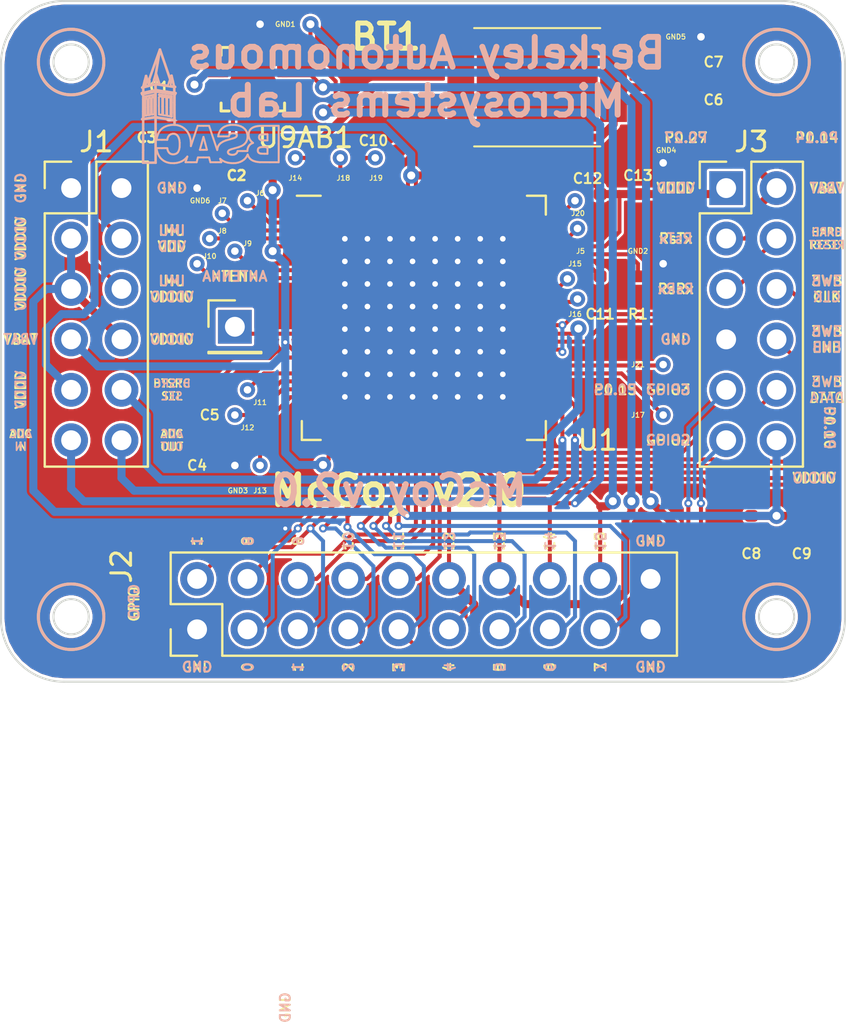
<source format=kicad_pcb>
(kicad_pcb (version 20171130) (host pcbnew "(5.1.6)-1")
  (layers (0 F.Cu mixed hide) (31 B.Cu mixed hide) (34 B.Paste user hide) (35 F.Paste user hide) (36 B.SilkS user) (37 F.SilkS user) (38 B.Mask user) (39 F.Mask user hide) (44 Edge.Cuts user))
  (net 0 "")
  (net 1 GND)
  (net 2 +VBAT)
  (net 3 +VDDD)
  (net 4 +VDDIO)
  (net 5 /scumsheet/AUX_LDO_OUTPUT)
  (net 6 +VDDAO)
  (net 7 /GPIO7)
  (net 8 /GPIO5)
  (net 9 /GPIO3)
  (net 10 /GPIO1)
  (net 11 /GPIO6)
  (net 12 /GPIO4)
  (net 13 /GPIO2)
  (net 14 /GPIO0)
  (net 15 /3WB_DATA)
  (net 16 /3WB_ENB)
  (net 17 /3WB_CLK)
  (net 18 /RsTx)
  (net 19 /RsRx)
  (net 20 /SENSOR_LDO_OUTPUT)
  (net 21 /SENSOR_EXT_IN)
  (net 22 /GPIO10)
  (net 23 /GPIO9)
  (net 24 /GPIO8)
  (net 25 /BOOT_SOURCE_SEL)
  (net 26 /GPIO13)
  (net 27 /GPIO14)
  (net 28 /GPIO15)
  (net 29 /GPIO12)
  (net 30 /IMU_VDD)
  (net 31 /IMU_VDDIO)
  (net 32 /ANTENNA)
  (net 33 /GPIO11)
  (net 34 /HARD_RESET)
  (net 35 "Net-(C3-Pad1)")
  (net 36 /scumsheet/LO_LDO_OUTPUT)
  (net 37 /scumsheet/PA_LDO_OUTPUT)
  (net 38 /scumsheet/VDDD_DISABLE)
  (net 39 "Net-(J5-Pad1)")
  (net 40 "Net-(J6-Pad1)")
  (net 41 "Net-(J7-Pad1)")
  (net 42 "Net-(J8-Pad1)")
  (net 43 "Net-(J9-Pad1)")
  (net 44 "Net-(J10-Pad1)")
  (net 45 "Net-(J11-Pad1)")
  (net 46 "Net-(J12-Pad1)")
  (net 47 "Net-(J13-Pad1)")
  (net 48 "Net-(J14-Pad1)")
  (net 49 "Net-(J15-Pad1)")
  (net 50 "Net-(J16-Pad1)")
  (net 51 "Net-(J17-Pad1)")
  (net 52 "Net-(J18-Pad1)")
  (net 53 "Net-(J19-Pad1)")
  (net 54 "Net-(J20-Pad1)")
  (net 55 "Net-(J21-Pad1)")
  (module SCUM:through_hole (layer F.Cu) (at 138.43 92.71)
    (fp_text reference J21 (at -1.27 0) (layer F.SilkS) (effects (font (size 0.254 0.254) (thickness 0.0508))))
    (fp_text value through_hole hide)
    (pad 1 thru_hole circle (at 0 0) (size 0.762 0.762) (drill 0.381) (layers *.Cu *.Mask) (net 55 "Net-(J21-Pad1)"))
  )
  (module SCUM:through_hole (layer F.Cu) (at 133.985 84.455)
    (fp_text reference J20 (at 0.1524 0.635) (layer F.SilkS) (effects (font (size 0.254 0.254) (thickness 0.0508))))
    (fp_text value through_hole hide)
    (pad 1 thru_hole circle (at 0 0) (size 0.762 0.762) (drill 0.381) (layers *.Cu *.Mask) (net 54 "Net-(J20-Pad1)"))
  )
  (module SCUM:through_hole (layer F.Cu) (at 123.916 82.296)
    (fp_text reference J19 (at 0.036 1.016) (layer F.SilkS) (effects (font (size 0.254 0.254) (thickness 0.0508))))
    (fp_text value through_hole hide)
    (pad 1 thru_hole circle (at 0 0) (size 0.762 0.762) (drill 0.381) (layers *.Cu *.Mask) (net 53 "Net-(J19-Pad1)"))
  )
  (module SCUM:through_hole (layer F.Cu) (at 122.156 82.296)
    (fp_text reference J18 (at 0.1524 1.016) (layer F.SilkS) (effects (font (size 0.254 0.254) (thickness 0.0508))))
    (fp_text value through_hole hide)
    (pad 1 thru_hole circle (at 0 0) (size 0.762 0.762) (drill 0.381) (layers *.Cu *.Mask) (net 52 "Net-(J18-Pad1)"))
  )
  (module SCUM:through_hole (layer F.Cu) (at 119.888 82.296)
    (fp_text reference J14 (at 0 1.016) (layer F.SilkS) (effects (font (size 0.254 0.254) (thickness 0.0508))))
    (fp_text value through_hole hide)
    (pad 1 thru_hole circle (at 0 0) (size 0.762 0.762) (drill 0.381) (layers *.Cu *.Mask) (net 48 "Net-(J14-Pad1)"))
  )
  (module SCUM:through_hole (layer F.Cu) (at 116.84 95.25)
    (fp_text reference J12 (at 0.635 0.635) (layer F.SilkS) (effects (font (size 0.254 0.254) (thickness 0.0508))))
    (fp_text value through_hole hide)
    (pad 1 thru_hole circle (at 0 0) (size 0.762 0.762) (drill 0.381) (layers *.Cu *.Mask) (net 46 "Net-(J12-Pad1)"))
  )
  (module SCUM:through_hole (layer F.Cu) (at 138.43 95.25)
    (fp_text reference J17 (at -1.27 0) (layer F.SilkS) (effects (font (size 0.254 0.254) (thickness 0.0508))))
    (fp_text value through_hole hide)
    (pad 1 thru_hole circle (at 0 0) (size 0.762 0.762) (drill 0.381) (layers *.Cu *.Mask) (net 51 "Net-(J17-Pad1)"))
  )
  (module SCUM:through_hole (layer F.Cu) (at 134.112 89.408)
    (fp_text reference J16 (at -0.127 0.762) (layer F.SilkS) (effects (font (size 0.254 0.254) (thickness 0.0508))))
    (fp_text value through_hole hide)
    (pad 1 thru_hole circle (at 0 0) (size 0.762 0.762) (drill 0.381) (layers *.Cu *.Mask) (net 50 "Net-(J16-Pad1)"))
  )
  (module SCUM:through_hole (layer F.Cu) (at 133.604 88.392)
    (fp_text reference J15 (at 0.381 -0.762) (layer F.SilkS) (effects (font (size 0.254 0.254) (thickness 0.0508))))
    (fp_text value through_hole hide)
    (pad 1 thru_hole circle (at 0 0) (size 0.762 0.762) (drill 0.381) (layers *.Cu *.Mask) (net 49 "Net-(J15-Pad1)"))
  )
  (module SCUM:through_hole (layer F.Cu) (at 118.11 97.79)
    (fp_text reference J13 (at 0 1.27) (layer F.SilkS) (effects (font (size 0.254 0.254) (thickness 0.0508))))
    (fp_text value through_hole hide)
    (pad 1 thru_hole circle (at 0 0) (size 0.762 0.762) (drill 0.381) (layers *.Cu *.Mask) (net 47 "Net-(J13-Pad1)"))
  )
  (module SCUM:through_hole (layer F.Cu) (at 117.475 93.98)
    (fp_text reference J11 (at 0.635 0.635) (layer F.SilkS) (effects (font (size 0.254 0.254) (thickness 0.0508))))
    (fp_text value through_hole hide)
    (pad 1 thru_hole circle (at 0 0) (size 0.762 0.762) (drill 0.381) (layers *.Cu *.Mask) (net 45 "Net-(J11-Pad1)"))
  )
  (module SCUM:through_hole (layer F.Cu) (at 114.935 87.63)
    (fp_text reference J10 (at 0.635 -0.381) (layer F.SilkS) (effects (font (size 0.254 0.254) (thickness 0.0508))))
    (fp_text value through_hole hide)
    (pad 1 thru_hole circle (at 0 0) (size 0.762 0.762) (drill 0.381) (layers *.Cu *.Mask) (net 44 "Net-(J10-Pad1)"))
  )
  (module SCUM:through_hole (layer F.Cu) (at 116.84 86.995)
    (fp_text reference J9 (at 0.635 -0.381) (layer F.SilkS) (effects (font (size 0.254 0.254) (thickness 0.0508))))
    (fp_text value through_hole hide)
    (pad 1 thru_hole circle (at 0 0) (size 0.762 0.762) (drill 0.381) (layers *.Cu *.Mask) (net 43 "Net-(J9-Pad1)"))
  )
  (module SCUM:through_hole (layer F.Cu) (at 115.57 86.36)
    (fp_text reference J8 (at 0.635 -0.381) (layer F.SilkS) (effects (font (size 0.254 0.254) (thickness 0.0508))))
    (fp_text value through_hole hide)
    (pad 1 thru_hole circle (at 0 0) (size 0.762 0.762) (drill 0.381) (layers *.Cu *.Mask) (net 42 "Net-(J8-Pad1)"))
  )
  (module SCUM:through_hole (layer F.Cu) (at 116.205 85.09)
    (fp_text reference J7 (at 0 -0.635) (layer F.SilkS) (effects (font (size 0.254 0.254) (thickness 0.0508))))
    (fp_text value through_hole hide)
    (pad 1 thru_hole circle (at 0 0) (size 0.762 0.762) (drill 0.381) (layers *.Cu *.Mask) (net 41 "Net-(J7-Pad1)"))
  )
  (module SCUM:through_hole (layer F.Cu) (at 117.475 84.455)
    (fp_text reference J6 (at 0.635 -0.381) (layer F.SilkS) (effects (font (size 0.254 0.254) (thickness 0.0508))))
    (fp_text value through_hole hide)
    (pad 1 thru_hole circle (at 0 0) (size 0.762 0.762) (drill 0.381) (layers *.Cu *.Mask) (net 40 "Net-(J6-Pad1)"))
  )
  (module SCUM:through_hole (layer F.Cu) (at 134.112 85.852)
    (fp_text reference J5 (at 0.1524 1.143) (layer F.SilkS) (effects (font (size 0.254 0.254) (thickness 0.0508))))
    (fp_text value through_hole hide)
    (pad 1 thru_hole circle (at 0 0) (size 0.762 0.762) (drill 0.381) (layers *.Cu *.Mask) (net 39 "Net-(J5-Pad1)"))
  )
  (module SCUM:through_hole (layer F.Cu) (at 114.935 83.82)
    (fp_text reference GND6 (at 0.1524 0.635) (layer F.SilkS) (effects (font (size 0.254 0.254) (thickness 0.0508))))
    (fp_text value through_hole hide)
    (pad 1 thru_hole circle (at 0 0) (size 0.762 0.762) (drill 0.381) (layers *.Cu *.Mask) (net 1 GND))
  )
  (module SCUM:through_hole (layer F.Cu) (at 140.335 76.2)
    (fp_text reference GND5 (at -1.27 0) (layer F.SilkS) (effects (font (size 0.254 0.254) (thickness 0.0508))))
    (fp_text value through_hole hide)
    (pad 1 thru_hole circle (at 0 0) (size 0.762 0.762) (drill 0.381) (layers *.Cu *.Mask) (net 1 GND))
  )
  (module SCUM:through_hole (layer F.Cu) (at 138.43 82.55)
    (fp_text reference GND4 (at 0.1524 -0.635) (layer F.SilkS) (effects (font (size 0.254 0.254) (thickness 0.0508))))
    (fp_text value through_hole hide)
    (pad 1 thru_hole circle (at 0 0) (size 0.762 0.762) (drill 0.381) (layers *.Cu *.Mask) (net 1 GND))
  )
  (module SCUM:through_hole (layer F.Cu) (at 116.84 97.79)
    (fp_text reference GND3 (at 0.1524 1.27) (layer F.SilkS) (effects (font (size 0.254 0.254) (thickness 0.0508))))
    (fp_text value through_hole hide)
    (pad 1 thru_hole circle (at 0 0) (size 0.762 0.762) (drill 0.381) (layers *.Cu *.Mask) (net 1 GND))
  )
  (module SCUM:through_hole (layer F.Cu) (at 138.43 87.63)
    (fp_text reference GND2 (at -1.27 -0.635) (layer F.SilkS) (effects (font (size 0.254 0.254) (thickness 0.0508))))
    (fp_text value through_hole hide)
    (pad 1 thru_hole circle (at 0 0) (size 0.762 0.762) (drill 0.381) (layers *.Cu *.Mask) (net 1 GND))
  )
  (module SCUM:through_hole (layer F.Cu) (at 118.11 75.565)
    (fp_text reference GND1 (at 1.27 0) (layer F.SilkS) (effects (font (size 0.254 0.254) (thickness 0.0508))))
    (fp_text value through_hole hide)
    (pad 1 thru_hole circle (at 0 0) (size 0.762 0.762) (drill 0.381) (layers *.Cu *.Mask) (net 1 GND))
  )
  (module Connector_PinHeader_2.54mm:PinHeader_1x01_P2.54mm_Vertical (layer F.Cu) (at 116.84 90.805)
    (fp_text reference J4 hide)
    (fp_text value Conn_01x01_Male)
    (pad 1 thru_hole rect (at 0 0) (size 1.7 1.7) (drill 1) (layers *.Cu *.Mask) (net 32 /ANTENNA))
  )
  (module Resistor_SMD:R_0402_1005Metric (layer F.Cu) (at 137.16 88.75 270)
    (fp_text reference R1 (at 1.42 0 180) (layer F.SilkS) (effects (font (size 0.508 0.508) (thickness 0.1016))))
    (fp_text value NP)
    (pad 2 smd roundrect (at 0.485 0 270) (size 0.59 0.64) (layers F.Cu F.Paste F.Mask) (net 1 GND))
    (pad 1 smd roundrect (at -0.485 0 270) (size 0.59 0.64) (layers F.Cu F.Paste F.Mask) (net 38 /scumsheet/VDDD_DISABLE))
  )
  (module Capacitor_SMD:C_0402_1005Metric (layer F.Cu) (at 137.16 84.605 90)
    (fp_text reference C13 (at 1.42 0 180) (layer F.SilkS) (effects (font (size 0.508 0.508) (thickness 0.1016))))
    (fp_text value NP)
    (pad 2 smd roundrect (at 0.485 0 90) (size 0.59 0.64) (layers F.Cu F.Paste F.Mask) (net 3 +VDDD))
    (pad 1 smd roundrect (at -0.485 0 90) (size 0.59 0.64) (layers F.Cu F.Paste F.Mask) (net 1 GND))
  )
  (module Capacitor_SMD:C_0402_1005Metric (layer F.Cu) (at 135.255 84.605 90)
    (fp_text reference C12 (at 1.27 -0.635 180) (layer F.SilkS) (effects (font (size 0.508 0.508) (thickness 0.1016))))
    (fp_text value NP)
    (pad 2 smd roundrect (at 0.485 0 90) (size 0.59 0.64) (layers F.Cu F.Paste F.Mask) (net 3 +VDDD))
    (pad 1 smd roundrect (at -0.485 0 90) (size 0.59 0.64) (layers F.Cu F.Paste F.Mask) (net 1 GND))
  )
  (module Capacitor_SMD:C_0402_1005Metric (layer F.Cu) (at 135.255 88.75 90)
    (fp_text reference C11 (at -1.42 0 180) (layer F.SilkS) (effects (font (size 0.508 0.508) (thickness 0.1016))))
    (fp_text value NP)
    (pad 2 smd roundrect (at 0.485 0 90) (size 0.59 0.64) (layers F.Cu F.Paste F.Mask) (net 5 /scumsheet/AUX_LDO_OUTPUT))
    (pad 1 smd roundrect (at -0.485 0 90) (size 0.59 0.64) (layers F.Cu F.Paste F.Mask) (net 1 GND))
  )
  (module Capacitor_SMD:C_0402_1005Metric (layer F.Cu) (at 125.095 81.43 90)
    (fp_text reference C10 (at 0 -1.27 180) (layer F.SilkS) (effects (font (size 0.508 0.508) (thickness 0.1016))))
    (fp_text value NP)
    (pad 2 smd roundrect (at 0.485 0 90) (size 0.59 0.64) (layers F.Cu F.Paste F.Mask) (net 1 GND))
    (pad 1 smd roundrect (at -0.485 0 90) (size 0.59 0.64) (layers F.Cu F.Paste F.Mask) (net 6 +VDDAO))
  )
  (module Capacitor_SMD:C_0402_1005Metric (layer F.Cu) (at 145.415 100.815 270)
    (fp_text reference C9 (at 1.42 0 180) (layer F.SilkS) (effects (font (size 0.508 0.508) (thickness 0.1016))))
    (fp_text value NP)
    (pad 2 smd roundrect (at 0.485 0 270) (size 0.59 0.64) (layers F.Cu F.Paste F.Mask) (net 1 GND))
    (pad 1 smd roundrect (at -0.485 0 270) (size 0.59 0.64) (layers F.Cu F.Paste F.Mask) (net 4 +VDDIO))
  )
  (module Capacitor_SMD:C_0402_1005Metric (layer F.Cu) (at 142.875 100.815 270)
    (fp_text reference C8 (at 1.42 0 180) (layer F.SilkS) (effects (font (size 0.508 0.508) (thickness 0.1016))))
    (fp_text value NP)
    (pad 2 smd roundrect (at 0.485 0 270) (size 0.59 0.64) (layers F.Cu F.Paste F.Mask) (net 1 GND))
    (pad 1 smd roundrect (at -0.485 0 270) (size 0.59 0.64) (layers F.Cu F.Paste F.Mask) (net 4 +VDDIO))
  )
  (module Capacitor_SMD:C_0402_1005Metric (layer F.Cu) (at 139.55 77.47)
    (fp_text reference C7 (at 1.42 0) (layer F.SilkS) (effects (font (size 0.508 0.508) (thickness 0.1016))))
    (fp_text value NP)
    (pad 2 smd roundrect (at 0.485 0) (size 0.59 0.64) (layers F.Cu F.Paste F.Mask) (net 1 GND))
    (pad 1 smd roundrect (at -0.485 0) (size 0.59 0.64) (layers F.Cu F.Paste F.Mask) (net 2 +VBAT))
  )
  (module Capacitor_SMD:C_0402_1005Metric (layer F.Cu) (at 139.55 79.375)
    (fp_text reference C6 (at 1.42 0) (layer F.SilkS) (effects (font (size 0.508 0.508) (thickness 0.1016))))
    (fp_text value NP)
    (pad 2 smd roundrect (at 0.485 0) (size 0.59 0.64) (layers F.Cu F.Paste F.Mask) (net 1 GND))
    (pad 1 smd roundrect (at -0.485 0) (size 0.59 0.64) (layers F.Cu F.Paste F.Mask) (net 2 +VBAT))
  )
  (module Capacitor_SMD:C_0402_1005Metric (layer F.Cu) (at 115.72 93.98 180)
    (fp_text reference C5 (at 0.15 -1.27) (layer F.SilkS) (effects (font (size 0.508 0.508) (thickness 0.1016))))
    (fp_text value NP)
    (pad 2 smd roundrect (at 0.485 0 180) (size 0.59 0.64) (layers F.Cu F.Paste F.Mask) (net 1 GND))
    (pad 1 smd roundrect (at -0.485 0 180) (size 0.59 0.64) (layers F.Cu F.Paste F.Mask) (net 37 /scumsheet/PA_LDO_OUTPUT))
  )
  (module Capacitor_SMD:C_0402_1005Metric (layer F.Cu) (at 115.72 96.52 180)
    (fp_text reference C4 (at 0.785 -1.27) (layer F.SilkS) (effects (font (size 0.508 0.508) (thickness 0.1016))))
    (fp_text value NP)
    (pad 2 smd roundrect (at 0.485 0 180) (size 0.59 0.64) (layers F.Cu F.Paste F.Mask) (net 1 GND))
    (pad 1 smd roundrect (at -0.485 0 180) (size 0.59 0.64) (layers F.Cu F.Paste F.Mask) (net 36 /scumsheet/LO_LDO_OUTPUT))
  )
  (module Connector_PinHeader_2.54mm:PinHeader_2x06_P2.54mm_Vertical (layer F.Cu) (at 141.605 83.82)
    (fp_text reference J3 (at 1.27 -2.33) (layer F.SilkS))
    (fp_text value Conn_02x06_Odd_Even)
    (pad 12 thru_hole oval (at 2.54 12.7) (size 1.7 1.7) (drill 1) (layers *.Cu *.Mask) (net 4 +VDDIO))
    (pad 11 thru_hole oval (at 0 12.7) (size 1.7 1.7) (drill 1) (layers *.Cu *.Mask) (net 13 /GPIO2))
    (pad 10 thru_hole oval (at 2.54 10.16) (size 1.7 1.7) (drill 1) (layers *.Cu *.Mask) (net 15 /3WB_DATA))
    (pad 9 thru_hole oval (at 0 10.16) (size 1.7 1.7) (drill 1) (layers *.Cu *.Mask) (net 9 /GPIO3))
    (pad 8 thru_hole oval (at 2.54 7.62) (size 1.7 1.7) (drill 1) (layers *.Cu *.Mask) (net 16 /3WB_ENB))
    (pad 7 thru_hole oval (at 0 7.62) (size 1.7 1.7) (drill 1) (layers *.Cu *.Mask) (net 1 GND))
    (pad 6 thru_hole oval (at 2.54 5.08) (size 1.7 1.7) (drill 1) (layers *.Cu *.Mask) (net 17 /3WB_CLK))
    (pad 5 thru_hole oval (at 0 5.08) (size 1.7 1.7) (drill 1) (layers *.Cu *.Mask) (net 19 /RsRx))
    (pad 4 thru_hole oval (at 2.54 2.54) (size 1.7 1.7) (drill 1) (layers *.Cu *.Mask) (net 34 /HARD_RESET))
    (pad 3 thru_hole oval (at 0 2.54) (size 1.7 1.7) (drill 1) (layers *.Cu *.Mask) (net 18 /RsTx))
    (pad 2 thru_hole oval (at 2.54 0) (size 1.7 1.7) (drill 1) (layers *.Cu *.Mask) (net 2 +VBAT))
    (pad 1 thru_hole rect (at 0 0) (size 1.7 1.7) (drill 1) (layers *.Cu *.Mask) (net 3 +VDDD))
  )
  (module Connector_PinHeader_2.54mm:PinHeader_2x10_P2.54mm_Vertical (layer F.Cu) (at 114.935 106.045 90)
    (fp_text reference J2 (at 3.175 -3.81 270) (layer F.SilkS))
    (fp_text value Conn_02x10_Odd_Even)
    (pad 20 thru_hole oval (at 2.54 22.86 90) (size 1.7 1.7) (drill 1) (layers *.Cu *.Mask) (net 1 GND))
    (pad 19 thru_hole oval (at 0 22.86 90) (size 1.7 1.7) (drill 1) (layers *.Cu *.Mask) (net 1 GND))
    (pad 18 thru_hole oval (at 2.54 20.32 90) (size 1.7 1.7) (drill 1) (layers *.Cu *.Mask) (net 28 /GPIO15))
    (pad 17 thru_hole oval (at 0 20.32 90) (size 1.7 1.7) (drill 1) (layers *.Cu *.Mask) (net 7 /GPIO7))
    (pad 16 thru_hole oval (at 2.54 17.78 90) (size 1.7 1.7) (drill 1) (layers *.Cu *.Mask) (net 27 /GPIO14))
    (pad 15 thru_hole oval (at 0 17.78 90) (size 1.7 1.7) (drill 1) (layers *.Cu *.Mask) (net 11 /GPIO6))
    (pad 14 thru_hole oval (at 2.54 15.24 90) (size 1.7 1.7) (drill 1) (layers *.Cu *.Mask) (net 26 /GPIO13))
    (pad 13 thru_hole oval (at 0 15.24 90) (size 1.7 1.7) (drill 1) (layers *.Cu *.Mask) (net 8 /GPIO5))
    (pad 12 thru_hole oval (at 2.54 12.7 90) (size 1.7 1.7) (drill 1) (layers *.Cu *.Mask) (net 29 /GPIO12))
    (pad 11 thru_hole oval (at 0 12.7 90) (size 1.7 1.7) (drill 1) (layers *.Cu *.Mask) (net 12 /GPIO4))
    (pad 10 thru_hole oval (at 2.54 10.16 90) (size 1.7 1.7) (drill 1) (layers *.Cu *.Mask) (net 33 /GPIO11))
    (pad 9 thru_hole oval (at 0 10.16 90) (size 1.7 1.7) (drill 1) (layers *.Cu *.Mask) (net 9 /GPIO3))
    (pad 8 thru_hole oval (at 2.54 7.62 90) (size 1.7 1.7) (drill 1) (layers *.Cu *.Mask) (net 22 /GPIO10))
    (pad 7 thru_hole oval (at 0 7.62 90) (size 1.7 1.7) (drill 1) (layers *.Cu *.Mask) (net 13 /GPIO2))
    (pad 6 thru_hole oval (at 2.54 5.08 90) (size 1.7 1.7) (drill 1) (layers *.Cu *.Mask) (net 23 /GPIO9))
    (pad 5 thru_hole oval (at 0 5.08 90) (size 1.7 1.7) (drill 1) (layers *.Cu *.Mask) (net 10 /GPIO1))
    (pad 4 thru_hole oval (at 2.54 2.54 90) (size 1.7 1.7) (drill 1) (layers *.Cu *.Mask) (net 24 /GPIO8))
    (pad 3 thru_hole oval (at 0 2.54 90) (size 1.7 1.7) (drill 1) (layers *.Cu *.Mask) (net 14 /GPIO0))
    (pad 2 thru_hole oval (at 2.54 0 90) (size 1.7 1.7) (drill 1) (layers *.Cu *.Mask) (net 10 /GPIO1))
    (pad 1 thru_hole rect (at 0 0 90) (size 1.7 1.7) (drill 1) (layers *.Cu *.Mask) (net 1 GND))
  )
  (module SCUM:QFN-100_EP_12x12_Pitch0.4mm_Margin0.25mm (layer F.Cu) (at 126.365 90.355)
    (fp_text reference U1 (at 8.763 6.165) (layer F.SilkS))
    (fp_text value scum3)
    (pad 1 smd oval (at -5.9 -4.8 90) (size 0.2 0.8) (layers F.Cu F.Paste F.Mask) (net 40 "Net-(J6-Pad1)"))
    (pad 2 smd oval (at -5.9 -4.4 90) (size 0.2 0.8) (layers F.Cu F.Paste F.Mask) (net 41 "Net-(J7-Pad1)"))
    (pad 3 smd oval (at -5.9 -4 90) (size 0.2 0.8) (layers F.Cu F.Paste F.Mask) (net 42 "Net-(J8-Pad1)"))
    (pad 4 smd oval (at -5.9 -3.6 90) (size 0.2 0.8) (layers F.Cu F.Paste F.Mask) (net 2 +VBAT))
    (pad 5 smd oval (at -5.9 -3.2 90) (size 0.2 0.8) (layers F.Cu F.Paste F.Mask) (net 1 GND))
    (pad 6 smd oval (at -5.9 -2.8 90) (size 0.2 0.8) (layers F.Cu F.Paste F.Mask))
    (pad 7 smd oval (at -5.9 -2.4 90) (size 0.2 0.8) (layers F.Cu F.Paste F.Mask) (net 43 "Net-(J9-Pad1)"))
    (pad 8 smd oval (at -5.9 -2 90) (size 0.2 0.8) (layers F.Cu F.Paste F.Mask) (net 44 "Net-(J10-Pad1)"))
    (pad 9 smd oval (at -5.9 -1.6 90) (size 0.2 0.8) (layers F.Cu F.Paste F.Mask))
    (pad 10 smd oval (at -5.9 -1.2 90) (size 0.2 0.8) (layers F.Cu F.Paste F.Mask))
    (pad 11 smd oval (at -5.9 -0.8 90) (size 0.2 0.8) (layers F.Cu F.Paste F.Mask) (net 1 GND))
    (pad 12 smd oval (at -5.9 -0.4 90) (size 0.2 0.8) (layers F.Cu F.Paste F.Mask))
    (pad 13 smd oval (at -5.9 0 90) (size 0.2 0.8) (layers F.Cu F.Paste F.Mask))
    (pad 14 smd oval (at -5.9 0.4 90) (size 0.2 0.8) (layers F.Cu F.Paste F.Mask) (net 1 GND))
    (pad 15 smd oval (at -5.9 0.8 90) (size 0.2 0.8) (layers F.Cu F.Paste F.Mask) (net 32 /ANTENNA))
    (pad 16 smd oval (at -5.9 1.2 90) (size 0.2 0.8) (layers F.Cu F.Paste F.Mask) (net 1 GND))
    (pad 17 smd oval (at -5.9 1.6 90) (size 0.2 0.8) (layers F.Cu F.Paste F.Mask) (net 2 +VBAT))
    (pad 18 smd oval (at -5.9 2 90) (size 0.2 0.8) (layers F.Cu F.Paste F.Mask) (net 37 /scumsheet/PA_LDO_OUTPUT))
    (pad 19 smd oval (at -5.9 2.4 90) (size 0.2 0.8) (layers F.Cu F.Paste F.Mask))
    (pad 20 smd oval (at -5.9 2.8 90) (size 0.2 0.8) (layers F.Cu F.Paste F.Mask) (net 45 "Net-(J11-Pad1)"))
    (pad 21 smd oval (at -5.9 3.2 90) (size 0.2 0.8) (layers F.Cu F.Paste F.Mask) (net 46 "Net-(J12-Pad1)"))
    (pad 22 smd oval (at -5.9 3.6 90) (size 0.2 0.8) (layers F.Cu F.Paste F.Mask) (net 36 /scumsheet/LO_LDO_OUTPUT))
    (pad 23 smd oval (at -5.9 4 90) (size 0.2 0.8) (layers F.Cu F.Paste F.Mask) (net 47 "Net-(J13-Pad1)"))
    (pad 24 smd oval (at -5.9 4.4 90) (size 0.2 0.8) (layers F.Cu F.Paste F.Mask))
    (pad 25 smd oval (at -5.9 4.8 90) (size 0.2 0.8) (layers F.Cu F.Paste F.Mask))
    (pad 26 smd oval (at -4.8 5.9) (size 0.2 0.8) (layers F.Cu F.Paste F.Mask) (net 2 +VBAT))
    (pad 27 smd oval (at -4.4 5.9) (size 0.2 0.8) (layers F.Cu F.Paste F.Mask) (net 1 GND))
    (pad 28 smd oval (at -4 5.9) (size 0.2 0.8) (layers F.Cu F.Paste F.Mask) (net 14 /GPIO0))
    (pad 29 smd oval (at -3.6 5.9) (size 0.2 0.8) (layers F.Cu F.Paste F.Mask) (net 10 /GPIO1))
    (pad 30 smd oval (at -3.2 5.9) (size 0.2 0.8) (layers F.Cu F.Paste F.Mask) (net 13 /GPIO2))
    (pad 31 smd oval (at -2.8 5.9) (size 0.2 0.8) (layers F.Cu F.Paste F.Mask) (net 9 /GPIO3))
    (pad 32 smd oval (at -2.4 5.9) (size 0.2 0.8) (layers F.Cu F.Paste F.Mask) (net 12 /GPIO4))
    (pad 33 smd oval (at -2 5.9) (size 0.2 0.8) (layers F.Cu F.Paste F.Mask) (net 8 /GPIO5))
    (pad 34 smd oval (at -1.6 5.9) (size 0.2 0.8) (layers F.Cu F.Paste F.Mask) (net 11 /GPIO6))
    (pad 35 smd oval (at -1.2 5.9) (size 0.2 0.8) (layers F.Cu F.Paste F.Mask) (net 7 /GPIO7))
    (pad 36 smd oval (at -0.8 5.9) (size 0.2 0.8) (layers F.Cu F.Paste F.Mask) (net 4 +VDDIO))
    (pad 37 smd oval (at -0.4 5.9) (size 0.2 0.8) (layers F.Cu F.Paste F.Mask) (net 24 /GPIO8))
    (pad 38 smd oval (at 0 5.9) (size 0.2 0.8) (layers F.Cu F.Paste F.Mask) (net 23 /GPIO9))
    (pad 39 smd oval (at 0.4 5.9) (size 0.2 0.8) (layers F.Cu F.Paste F.Mask) (net 22 /GPIO10))
    (pad 40 smd oval (at 0.8 5.9) (size 0.2 0.8) (layers F.Cu F.Paste F.Mask) (net 33 /GPIO11))
    (pad 41 smd oval (at 1.2 5.9) (size 0.2 0.8) (layers F.Cu F.Paste F.Mask) (net 29 /GPIO12))
    (pad 42 smd oval (at 1.6 5.9) (size 0.2 0.8) (layers F.Cu F.Paste F.Mask) (net 26 /GPIO13))
    (pad 43 smd oval (at 2 5.9) (size 0.2 0.8) (layers F.Cu F.Paste F.Mask) (net 27 /GPIO14))
    (pad 44 smd oval (at 2.4 5.9) (size 0.2 0.8) (layers F.Cu F.Paste F.Mask) (net 28 /GPIO15))
    (pad 45 smd oval (at 2.8 5.9) (size 0.2 0.8) (layers F.Cu F.Paste F.Mask) (net 1 GND))
    (pad 46 smd oval (at 3.2 5.9) (size 0.2 0.8) (layers F.Cu F.Paste F.Mask) (net 18 /RsTx))
    (pad 47 smd oval (at 3.6 5.9) (size 0.2 0.8) (layers F.Cu F.Paste F.Mask) (net 19 /RsRx))
    (pad 48 smd oval (at 4 5.9) (size 0.2 0.8) (layers F.Cu F.Paste F.Mask) (net 17 /3WB_CLK))
    (pad 49 smd oval (at 4.4 5.9) (size 0.2 0.8) (layers F.Cu F.Paste F.Mask) (net 16 /3WB_ENB))
    (pad 50 smd oval (at 4.8 5.9) (size 0.2 0.8) (layers F.Cu F.Paste F.Mask) (net 15 /3WB_DATA))
    (pad 51 smd oval (at 5.9 4.8 90) (size 0.2 0.8) (layers F.Cu F.Paste F.Mask))
    (pad 52 smd oval (at 5.9 4.4 90) (size 0.2 0.8) (layers F.Cu F.Paste F.Mask))
    (pad 53 smd oval (at 5.9 4 90) (size 0.2 0.8) (layers F.Cu F.Paste F.Mask) (net 20 /SENSOR_LDO_OUTPUT))
    (pad 54 smd oval (at 5.9 3.6 90) (size 0.2 0.8) (layers F.Cu F.Paste F.Mask) (net 21 /SENSOR_EXT_IN))
    (pad 55 smd oval (at 5.9 3.2 90) (size 0.2 0.8) (layers F.Cu F.Paste F.Mask) (net 1 GND))
    (pad 56 smd oval (at 5.9 2.8 90) (size 0.2 0.8) (layers F.Cu F.Paste F.Mask) (net 51 "Net-(J17-Pad1)"))
    (pad 57 smd oval (at 5.9 2.4 90) (size 0.2 0.8) (layers F.Cu F.Paste F.Mask) (net 55 "Net-(J21-Pad1)"))
    (pad 58 smd oval (at 5.9 2 90) (size 0.2 0.8) (layers F.Cu F.Paste F.Mask) (net 1 GND))
    (pad 59 smd oval (at 5.9 1.6 90) (size 0.2 0.8) (layers F.Cu F.Paste F.Mask) (net 2 +VBAT))
    (pad 60 smd oval (at 5.9 1.2 90) (size 0.2 0.8) (layers F.Cu F.Paste F.Mask) (net 34 /HARD_RESET))
    (pad 61 smd oval (at 5.9 0.8 90) (size 0.2 0.8) (layers F.Cu F.Paste F.Mask) (net 25 /BOOT_SOURCE_SEL))
    (pad 62 smd oval (at 5.9 0.4 90) (size 0.2 0.8) (layers F.Cu F.Paste F.Mask) (net 2 +VBAT))
    (pad 63 smd oval (at 5.9 0 90) (size 0.2 0.8) (layers F.Cu F.Paste F.Mask))
    (pad 64 smd oval (at 5.9 -0.4 90) (size 0.2 0.8) (layers F.Cu F.Paste F.Mask))
    (pad 65 smd oval (at 5.9 -0.8 90) (size 0.2 0.8) (layers F.Cu F.Paste F.Mask) (net 50 "Net-(J16-Pad1)"))
    (pad 66 smd oval (at 5.9 -1.2 90) (size 0.2 0.8) (layers F.Cu F.Paste F.Mask))
    (pad 67 smd oval (at 5.9 -1.6 90) (size 0.2 0.8) (layers F.Cu F.Paste F.Mask) (net 49 "Net-(J15-Pad1)"))
    (pad 68 smd oval (at 5.9 -2 90) (size 0.2 0.8) (layers F.Cu F.Paste F.Mask))
    (pad 69 smd oval (at 5.9 -2.4 90) (size 0.2 0.8) (layers F.Cu F.Paste F.Mask) (net 1 GND))
    (pad 70 smd oval (at 5.9 -2.8 90) (size 0.2 0.8) (layers F.Cu F.Paste F.Mask) (net 5 /scumsheet/AUX_LDO_OUTPUT))
    (pad 71 smd oval (at 5.9 -3.2 90) (size 0.2 0.8) (layers F.Cu F.Paste F.Mask) (net 38 /scumsheet/VDDD_DISABLE))
    (pad 72 smd oval (at 5.9 -3.6 90) (size 0.2 0.8) (layers F.Cu F.Paste F.Mask) (net 3 +VDDD))
    (pad 73 smd oval (at 5.9 -4 90) (size 0.2 0.8) (layers F.Cu F.Paste F.Mask) (net 39 "Net-(J5-Pad1)"))
    (pad 74 smd oval (at 5.9 -4.4 90) (size 0.2 0.8) (layers F.Cu F.Paste F.Mask))
    (pad 75 smd oval (at 5.9 -4.8 90) (size 0.2 0.8) (layers F.Cu F.Paste F.Mask) (net 54 "Net-(J20-Pad1)"))
    (pad 76 smd oval (at 4.8 -5.9) (size 0.2 0.8) (layers F.Cu F.Paste F.Mask))
    (pad 77 smd oval (at 4.4 -5.9) (size 0.2 0.8) (layers F.Cu F.Paste F.Mask))
    (pad 78 smd oval (at 4 -5.9) (size 0.2 0.8) (layers F.Cu F.Paste F.Mask))
    (pad 79 smd oval (at 3.6 -5.9) (size 0.2 0.8) (layers F.Cu F.Paste F.Mask))
    (pad 80 smd oval (at 3.2 -5.9) (size 0.2 0.8) (layers F.Cu F.Paste F.Mask))
    (pad 81 smd oval (at 2.8 -5.9) (size 0.2 0.8) (layers F.Cu F.Paste F.Mask))
    (pad 82 smd oval (at 2.4 -5.9) (size 0.2 0.8) (layers F.Cu F.Paste F.Mask))
    (pad 83 smd oval (at 2 -5.9) (size 0.2 0.8) (layers F.Cu F.Paste F.Mask))
    (pad 84 smd oval (at 1.6 -5.9) (size 0.2 0.8) (layers F.Cu F.Paste F.Mask))
    (pad 85 smd oval (at 1.2 -5.9) (size 0.2 0.8) (layers F.Cu F.Paste F.Mask))
    (pad 86 smd oval (at 0.8 -5.9) (size 0.2 0.8) (layers F.Cu F.Paste F.Mask))
    (pad 87 smd oval (at 0.4 -5.9) (size 0.2 0.8) (layers F.Cu F.Paste F.Mask))
    (pad 88 smd oval (at 0 -5.9) (size 0.2 0.8) (layers F.Cu F.Paste F.Mask))
    (pad 89 smd oval (at -0.4 -5.9) (size 0.2 0.8) (layers F.Cu F.Paste F.Mask) (net 3 +VDDD))
    (pad 90 smd oval (at -0.8 -5.9) (size 0.2 0.8) (layers F.Cu F.Paste F.Mask) (net 3 +VDDD))
    (pad 91 smd oval (at -1.2 -5.9) (size 0.2 0.8) (layers F.Cu F.Paste F.Mask))
    (pad 92 smd oval (at -1.6 -5.9) (size 0.2 0.8) (layers F.Cu F.Paste F.Mask) (net 6 +VDDAO))
    (pad 93 smd oval (at -2 -5.9) (size 0.2 0.8) (layers F.Cu F.Paste F.Mask))
    (pad 94 smd oval (at -2.4 -5.9) (size 0.2 0.8) (layers F.Cu F.Paste F.Mask))
    (pad 95 smd oval (at -2.8 -5.9) (size 0.2 0.8) (layers F.Cu F.Paste F.Mask))
    (pad 96 smd oval (at -3.2 -5.9) (size 0.2 0.8) (layers F.Cu F.Paste F.Mask) (net 53 "Net-(J19-Pad1)"))
    (pad 97 smd oval (at -3.6 -5.9) (size 0.2 0.8) (layers F.Cu F.Paste F.Mask))
    (pad 98 smd oval (at -4 -5.9) (size 0.2 0.8) (layers F.Cu F.Paste F.Mask) (net 52 "Net-(J18-Pad1)"))
    (pad 99 smd oval (at -4.4 -5.9) (size 0.2 0.8) (layers F.Cu F.Paste F.Mask))
    (pad 100 smd oval (at -4.8 -5.9) (size 0.2 0.8) (layers F.Cu F.Paste F.Mask) (net 48 "Net-(J14-Pad1)"))
    (pad 101 smd rect (at -3.98125 -3.98125) (size 1.1375 1.1375) (layers F.Cu F.Paste F.Mask) (net 1 GND))
    (pad 101 smd rect (at -3.98125 -2.84375) (size 1.1375 1.1375) (layers F.Cu F.Paste F.Mask) (net 1 GND))
    (pad 101 smd rect (at -3.98125 -1.70625) (size 1.1375 1.1375) (layers F.Cu F.Paste F.Mask) (net 1 GND))
    (pad 101 smd rect (at -3.98125 -0.56875) (size 1.1375 1.1375) (layers F.Cu F.Paste F.Mask) (net 1 GND))
    (pad 101 smd rect (at -3.98125 0.56875) (size 1.1375 1.1375) (layers F.Cu F.Paste F.Mask) (net 1 GND))
    (pad 101 smd rect (at -3.98125 1.70625) (size 1.1375 1.1375) (layers F.Cu F.Paste F.Mask) (net 1 GND))
    (pad 101 smd rect (at -3.98125 2.84375) (size 1.1375 1.1375) (layers F.Cu F.Paste F.Mask) (net 1 GND))
    (pad 101 smd rect (at -3.98125 3.98125) (size 1.1375 1.1375) (layers F.Cu F.Paste F.Mask) (net 1 GND))
    (pad 101 smd rect (at -2.84375 -3.98125) (size 1.1375 1.1375) (layers F.Cu F.Paste F.Mask) (net 1 GND))
    (pad 101 smd rect (at -2.84375 -2.84375) (size 1.1375 1.1375) (layers F.Cu F.Paste F.Mask) (net 1 GND))
    (pad 101 smd rect (at -2.84375 -1.70625) (size 1.1375 1.1375) (layers F.Cu F.Paste F.Mask) (net 1 GND))
    (pad 101 smd rect (at -2.84375 -0.56875) (size 1.1375 1.1375) (layers F.Cu F.Paste F.Mask) (net 1 GND))
    (pad 101 smd rect (at -2.84375 0.56875) (size 1.1375 1.1375) (layers F.Cu F.Paste F.Mask) (net 1 GND))
    (pad 101 smd rect (at -2.84375 1.70625) (size 1.1375 1.1375) (layers F.Cu F.Paste F.Mask) (net 1 GND))
    (pad 101 smd rect (at -2.84375 2.84375) (size 1.1375 1.1375) (layers F.Cu F.Paste F.Mask) (net 1 GND))
    (pad 101 smd rect (at -2.84375 3.98125) (size 1.1375 1.1375) (layers F.Cu F.Paste F.Mask) (net 1 GND))
    (pad 101 smd rect (at -1.70625 -3.98125) (size 1.1375 1.1375) (layers F.Cu F.Paste F.Mask) (net 1 GND))
    (pad 101 smd rect (at -1.70625 -2.84375) (size 1.1375 1.1375) (layers F.Cu F.Paste F.Mask) (net 1 GND))
    (pad 101 smd rect (at -1.70625 -1.70625) (size 1.1375 1.1375) (layers F.Cu F.Paste F.Mask) (net 1 GND))
    (pad 101 smd rect (at -1.70625 -0.56875) (size 1.1375 1.1375) (layers F.Cu F.Paste F.Mask) (net 1 GND))
    (pad 101 smd rect (at -1.70625 0.56875) (size 1.1375 1.1375) (layers F.Cu F.Paste F.Mask) (net 1 GND))
    (pad 101 smd rect (at -1.70625 1.70625) (size 1.1375 1.1375) (layers F.Cu F.Paste F.Mask) (net 1 GND))
    (pad 101 smd rect (at -1.70625 2.84375) (size 1.1375 1.1375) (layers F.Cu F.Paste F.Mask) (net 1 GND))
    (pad 101 smd rect (at -1.70625 3.98125) (size 1.1375 1.1375) (layers F.Cu F.Paste F.Mask) (net 1 GND))
    (pad 101 smd rect (at -0.56875 -3.98125) (size 1.1375 1.1375) (layers F.Cu F.Paste F.Mask) (net 1 GND))
    (pad 101 smd rect (at -0.56875 -2.84375) (size 1.1375 1.1375) (layers F.Cu F.Paste F.Mask) (net 1 GND))
    (pad 101 smd rect (at -0.56875 -1.70625) (size 1.1375 1.1375) (layers F.Cu F.Paste F.Mask) (net 1 GND))
    (pad 101 smd rect (at -0.56875 -0.56875) (size 1.1375 1.1375) (layers F.Cu F.Paste F.Mask) (net 1 GND))
    (pad 101 smd rect (at -0.56875 0.56875) (size 1.1375 1.1375) (layers F.Cu F.Paste F.Mask) (net 1 GND))
    (pad 101 smd rect (at -0.56875 1.70625) (size 1.1375 1.1375) (layers F.Cu F.Paste F.Mask) (net 1 GND))
    (pad 101 smd rect (at -0.56875 2.84375) (size 1.1375 1.1375) (layers F.Cu F.Paste F.Mask) (net 1 GND))
    (pad 101 smd rect (at -0.56875 3.98125) (size 1.1375 1.1375) (layers F.Cu F.Paste F.Mask) (net 1 GND))
    (pad 101 smd rect (at 0.56875 -3.98125) (size 1.1375 1.1375) (layers F.Cu F.Paste F.Mask) (net 1 GND))
    (pad 101 smd rect (at 0.56875 -2.84375) (size 1.1375 1.1375) (layers F.Cu F.Paste F.Mask) (net 1 GND))
    (pad 101 smd rect (at 0.56875 -1.70625) (size 1.1375 1.1375) (layers F.Cu F.Paste F.Mask) (net 1 GND))
    (pad 101 smd rect (at 0.56875 -0.56875) (size 1.1375 1.1375) (layers F.Cu F.Paste F.Mask) (net 1 GND))
    (pad 101 smd rect (at 0.56875 0.56875) (size 1.1375 1.1375) (layers F.Cu F.Paste F.Mask) (net 1 GND))
    (pad 101 smd rect (at 0.56875 1.70625) (size 1.1375 1.1375) (layers F.Cu F.Paste F.Mask) (net 1 GND))
    (pad 101 smd rect (at 0.56875 2.84375) (size 1.1375 1.1375) (layers F.Cu F.Paste F.Mask) (net 1 GND))
    (pad 101 smd rect (at 0.56875 3.98125) (size 1.1375 1.1375) (layers F.Cu F.Paste F.Mask) (net 1 GND))
    (pad 101 smd rect (at 1.70625 -3.98125) (size 1.1375 1.1375) (layers F.Cu F.Paste F.Mask) (net 1 GND))
    (pad 101 smd rect (at 1.70625 -2.84375) (size 1.1375 1.1375) (layers F.Cu F.Paste F.Mask) (net 1 GND))
    (pad 101 smd rect (at 1.70625 -1.70625) (size 1.1375 1.1375) (layers F.Cu F.Paste F.Mask) (net 1 GND))
    (pad 101 smd rect (at 1.70625 -0.56875) (size 1.1375 1.1375) (layers F.Cu F.Paste F.Mask) (net 1 GND))
    (pad 101 smd rect (at 1.70625 0.56875) (size 1.1375 1.1375) (layers F.Cu F.Paste F.Mask) (net 1 GND))
    (pad 101 smd rect (at 1.70625 1.70625) (size 1.1375 1.1375) (layers F.Cu F.Paste F.Mask) (net 1 GND))
    (pad 101 smd rect (at 1.70625 2.84375) (size 1.1375 1.1375) (layers F.Cu F.Paste F.Mask) (net 1 GND))
    (pad 101 smd rect (at 1.70625 3.98125) (size 1.1375 1.1375) (layers F.Cu F.Paste F.Mask) (net 1 GND))
    (pad 101 smd rect (at 2.84375 -3.98125) (size 1.1375 1.1375) (layers F.Cu F.Paste F.Mask) (net 1 GND))
    (pad 101 smd rect (at 2.84375 -2.84375) (size 1.1375 1.1375) (layers F.Cu F.Paste F.Mask) (net 1 GND))
    (pad 101 smd rect (at 2.84375 -1.70625) (size 1.1375 1.1375) (layers F.Cu F.Paste F.Mask) (net 1 GND))
    (pad 101 smd rect (at 2.84375 -0.56875) (size 1.1375 1.1375) (layers F.Cu F.Paste F.Mask) (net 1 GND))
    (pad 101 smd rect (at 2.84375 0.56875) (size 1.1375 1.1375) (layers F.Cu F.Paste F.Mask) (net 1 GND))
    (pad 101 smd rect (at 2.84375 1.70625) (size 1.1375 1.1375) (layers F.Cu F.Paste F.Mask) (net 1 GND))
    (pad 101 smd rect (at 2.84375 2.84375) (size 1.1375 1.1375) (layers F.Cu F.Paste F.Mask) (net 1 GND))
    (pad 101 smd rect (at 2.84375 3.98125) (size 1.1375 1.1375) (layers F.Cu F.Paste F.Mask) (net 1 GND))
    (pad 101 smd rect (at 3.98125 -3.98125) (size 1.1375 1.1375) (layers F.Cu F.Paste F.Mask) (net 1 GND))
    (pad 101 smd rect (at 3.98125 -2.84375) (size 1.1375 1.1375) (layers F.Cu F.Paste F.Mask) (net 1 GND))
    (pad 101 smd rect (at 3.98125 -1.70625) (size 1.1375 1.1375) (layers F.Cu F.Paste F.Mask) (net 1 GND))
    (pad 101 smd rect (at 3.98125 -0.56875) (size 1.1375 1.1375) (layers F.Cu F.Paste F.Mask) (net 1 GND))
    (pad 101 smd rect (at 3.98125 0.56875) (size 1.1375 1.1375) (layers F.Cu F.Paste F.Mask) (net 1 GND))
    (pad 101 smd rect (at 3.98125 1.70625) (size 1.1375 1.1375) (layers F.Cu F.Paste F.Mask) (net 1 GND))
    (pad 101 smd rect (at 3.98125 2.84375) (size 1.1375 1.1375) (layers F.Cu F.Paste F.Mask) (net 1 GND))
    (pad 101 smd rect (at 3.98125 3.98125) (size 1.1375 1.1375) (layers F.Cu F.Paste F.Mask) (net 1 GND))
    (pad 101 thru_hole circle (at -3.98125 -3.98125) (size 0.56875 0.56875) (drill 0.284375) (layers *.Cu *.Mask) (net 1 GND))
    (pad 101 thru_hole circle (at -3.98125 -2.84375) (size 0.56875 0.56875) (drill 0.284375) (layers *.Cu *.Mask) (net 1 GND))
    (pad 101 thru_hole circle (at -3.98125 -1.70625) (size 0.56875 0.56875) (drill 0.284375) (layers *.Cu *.Mask) (net 1 GND))
    (pad 101 thru_hole circle (at -3.98125 -0.56875) (size 0.56875 0.56875) (drill 0.284375) (layers *.Cu *.Mask) (net 1 GND))
    (pad 101 thru_hole circle (at -3.98125 0.56875) (size 0.56875 0.56875) (drill 0.284375) (layers *.Cu *.Mask) (net 1 GND))
    (pad 101 thru_hole circle (at -3.98125 1.70625) (size 0.56875 0.56875) (drill 0.284375) (layers *.Cu *.Mask) (net 1 GND))
    (pad 101 thru_hole circle (at -3.98125 2.84375) (size 0.56875 0.56875) (drill 0.284375) (layers *.Cu *.Mask) (net 1 GND))
    (pad 101 thru_hole circle (at -3.98125 3.98125) (size 0.56875 0.56875) (drill 0.284375) (layers *.Cu *.Mask) (net 1 GND))
    (pad 101 thru_hole circle (at -2.84375 -3.98125) (size 0.56875 0.56875) (drill 0.284375) (layers *.Cu *.Mask) (net 1 GND))
    (pad 101 thru_hole circle (at -2.84375 -2.84375) (size 0.56875 0.56875) (drill 0.284375) (layers *.Cu *.Mask) (net 1 GND))
    (pad 101 thru_hole circle (at -2.84375 -1.70625) (size 0.56875 0.56875) (drill 0.284375) (layers *.Cu *.Mask) (net 1 GND))
    (pad 101 thru_hole circle (at -2.84375 -0.56875) (size 0.56875 0.56875) (drill 0.284375) (layers *.Cu *.Mask) (net 1 GND))
    (pad 101 thru_hole circle (at -2.84375 0.56875) (size 0.56875 0.56875) (drill 0.284375) (layers *.Cu *.Mask) (net 1 GND))
    (pad 101 thru_hole circle (at -2.84375 1.70625) (size 0.56875 0.56875) (drill 0.284375) (layers *.Cu *.Mask) (net 1 GND))
    (pad 101 thru_hole circle (at -2.84375 2.84375) (size 0.56875 0.56875) (drill 0.284375) (layers *.Cu *.Mask) (net 1 GND))
    (pad 101 thru_hole circle (at -2.84375 3.98125) (size 0.56875 0.56875) (drill 0.284375) (layers *.Cu *.Mask) (net 1 GND))
    (pad 101 thru_hole circle (at -1.70625 -3.98125) (size 0.56875 0.56875) (drill 0.284375) (layers *.Cu *.Mask) (net 1 GND))
    (pad 101 thru_hole circle (at -1.70625 -2.84375) (size 0.56875 0.56875) (drill 0.284375) (layers *.Cu *.Mask) (net 1 GND))
    (pad 101 thru_hole circle (at -1.70625 -1.70625) (size 0.56875 0.56875) (drill 0.284375) (layers *.Cu *.Mask) (net 1 GND))
    (pad 101 thru_hole circle (at -1.70625 -0.56875) (size 0.56875 0.56875) (drill 0.284375) (layers *.Cu *.Mask) (net 1 GND))
    (pad 101 thru_hole circle (at -1.70625 0.56875) (size 0.56875 0.56875) (drill 0.284375) (layers *.Cu *.Mask) (net 1 GND))
    (pad 101 thru_hole circle (at -1.70625 1.70625) (size 0.56875 0.56875) (drill 0.284375) (layers *.Cu *.Mask) (net 1 GND))
    (pad 101 thru_hole circle (at -1.70625 2.84375) (size 0.56875 0.56875) (drill 0.284375) (layers *.Cu *.Mask) (net 1 GND))
    (pad 101 thru_hole circle (at -1.70625 3.98125) (size 0.56875 0.56875) (drill 0.284375) (layers *.Cu *.Mask) (net 1 GND))
    (pad 101 thru_hole circle (at -0.56875 -3.98125) (size 0.56875 0.56875) (drill 0.284375) (layers *.Cu *.Mask) (net 1 GND))
    (pad 101 thru_hole circle (at -0.56875 -2.84375) (size 0.56875 0.56875) (drill 0.284375) (layers *.Cu *.Mask) (net 1 GND))
    (pad 101 thru_hole circle (at -0.56875 -1.70625) (size 0.56875 0.56875) (drill 0.284375) (layers *.Cu *.Mask) (net 1 GND))
    (pad 101 thru_hole circle (at -0.56875 -0.56875) (size 0.56875 0.56875) (drill 0.284375) (layers *.Cu *.Mask) (net 1 GND))
    (pad 101 thru_hole circle (at -0.56875 0.56875) (size 0.56875 0.56875) (drill 0.284375) (layers *.Cu *.Mask) (net 1 GND))
    (pad 101 thru_hole circle (at -0.56875 1.70625) (size 0.56875 0.56875) (drill 0.284375) (layers *.Cu *.Mask) (net 1 GND))
    (pad 101 thru_hole circle (at -0.56875 2.84375) (size 0.56875 0.56875) (drill 0.284375) (layers *.Cu *.Mask) (net 1 GND))
    (pad 101 thru_hole circle (at -0.56875 3.98125) (size 0.56875 0.56875) (drill 0.284375) (layers *.Cu *.Mask) (net 1 GND))
    (pad 101 thru_hole circle (at 0.56875 -3.98125) (size 0.56875 0.56875) (drill 0.284375) (layers *.Cu *.Mask) (net 1 GND))
    (pad 101 thru_hole circle (at 0.56875 -2.84375) (size 0.56875 0.56875) (drill 0.284375) (layers *.Cu *.Mask) (net 1 GND))
    (pad 101 thru_hole circle (at 0.56875 -1.70625) (size 0.56875 0.56875) (drill 0.284375) (layers *.Cu *.Mask) (net 1 GND))
    (pad 101 thru_hole circle (at 0.56875 -0.56875) (size 0.56875 0.56875) (drill 0.284375) (layers *.Cu *.Mask) (net 1 GND))
    (pad 101 thru_hole circle (at 0.56875 0.56875) (size 0.56875 0.56875) (drill 0.284375) (layers *.Cu *.Mask) (net 1 GND))
    (pad 101 thru_hole circle (at 0.56875 1.70625) (size 0.56875 0.56875) (drill 0.284375) (layers *.Cu *.Mask) (net 1 GND))
    (pad 101 thru_hole circle (at 0.56875 2.84375) (size 0.56875 0.56875) (drill 0.284375) (layers *.Cu *.Mask) (net 1 GND))
    (pad 101 thru_hole circle (at 0.56875 3.98125) (size 0.56875 0.56875) (drill 0.284375) (layers *.Cu *.Mask) (net 1 GND))
    (pad 101 thru_hole circle (at 1.70625 -3.98125) (size 0.56875 0.56875) (drill 0.284375) (layers *.Cu *.Mask) (net 1 GND))
    (pad 101 thru_hole circle (at 1.70625 -2.84375) (size 0.56875 0.56875) (drill 0.284375) (layers *.Cu *.Mask) (net 1 GND))
    (pad 101 thru_hole circle (at 1.70625 -1.70625) (size 0.56875 0.56875) (drill 0.284375) (layers *.Cu *.Mask) (net 1 GND))
    (pad 101 thru_hole circle (at 1.70625 -0.56875) (size 0.56875 0.56875) (drill 0.284375) (layers *.Cu *.Mask) (net 1 GND))
    (pad 101 thru_hole circle (at 1.70625 0.56875) (size 0.56875 0.56875) (drill 0.284375) (layers *.Cu *.Mask) (net 1 GND))
    (pad 101 thru_hole circle (at 1.70625 1.70625) (size 0.56875 0.56875) (drill 0.284375) (layers *.Cu *.Mask) (net 1 GND))
    (pad 101 thru_hole circle (at 1.70625 2.84375) (size 0.56875 0.56875) (drill 0.284375) (layers *.Cu *.Mask) (net 1 GND))
    (pad 101 thru_hole circle (at 1.70625 3.98125) (size 0.56875 0.56875) (drill 0.284375) (layers *.Cu *.Mask) (net 1 GND))
    (pad 101 thru_hole circle (at 2.84375 -3.98125) (size 0.56875 0.56875) (drill 0.284375) (layers *.Cu *.Mask) (net 1 GND))
    (pad 101 thru_hole circle (at 2.84375 -2.84375) (size 0.56875 0.56875) (drill 0.284375) (layers *.Cu *.Mask) (net 1 GND))
    (pad 101 thru_hole circle (at 2.84375 -1.70625) (size 0.56875 0.56875) (drill 0.284375) (layers *.Cu *.Mask) (net 1 GND))
    (pad 101 thru_hole circle (at 2.84375 -0.56875) (size 0.56875 0.56875) (drill 0.284375) (layers *.Cu *.Mask) (net 1 GND))
    (pad 101 thru_hole circle (at 2.84375 0.56875) (size 0.56875 0.56875) (drill 0.284375) (layers *.Cu *.Mask) (net 1 GND))
    (pad 101 thru_hole circle (at 2.84375 1.70625) (size 0.56875 0.56875) (drill 0.284375) (layers *.Cu *.Mask) (net 1 GND))
    (pad 101 thru_hole circle (at 2.84375 2.84375) (size 0.56875 0.56875) (drill 0.284375) (layers *.Cu *.Mask) (net 1 GND))
    (pad 101 thru_hole circle (at 2.84375 3.98125) (size 0.56875 0.56875) (drill 0.284375) (layers *.Cu *.Mask) (net 1 GND))
    (pad 101 thru_hole circle (at 3.98125 -3.98125) (size 0.56875 0.56875) (drill 0.284375) (layers *.Cu *.Mask) (net 1 GND))
    (pad 101 thru_hole circle (at 3.98125 -2.84375) (size 0.56875 0.56875) (drill 0.284375) (layers *.Cu *.Mask) (net 1 GND))
    (pad 101 thru_hole circle (at 3.98125 -1.70625) (size 0.56875 0.56875) (drill 0.284375) (layers *.Cu *.Mask) (net 1 GND))
    (pad 101 thru_hole circle (at 3.98125 -0.56875) (size 0.56875 0.56875) (drill 0.284375) (layers *.Cu *.Mask) (net 1 GND))
    (pad 101 thru_hole circle (at 3.98125 0.56875) (size 0.56875 0.56875) (drill 0.284375) (layers *.Cu *.Mask) (net 1 GND))
    (pad 101 thru_hole circle (at 3.98125 1.70625) (size 0.56875 0.56875) (drill 0.284375) (layers *.Cu *.Mask) (net 1 GND))
    (pad 101 thru_hole circle (at 3.98125 2.84375) (size 0.56875 0.56875) (drill 0.284375) (layers *.Cu *.Mask) (net 1 GND))
    (pad 101 thru_hole circle (at 3.98125 3.98125) (size 0.56875 0.56875) (drill 0.284375) (layers *.Cu *.Mask) (net 1 GND))
  )
  (module Capacitor_SMD:C_0402_1005Metric (layer F.Cu) (at 113.18 80.01 180)
    (fp_text reference C3 (at 0.785 -1.27 180) (layer F.SilkS) (effects (font (size 0.5 0.5) (thickness 0.125))))
    (fp_text value 0.1uF)
    (pad 1 smd roundrect (at -0.485 0 180) (size 0.59 0.64) (layers F.Cu F.Paste F.Mask) (net 35 "Net-(C3-Pad1)"))
    (pad 2 smd roundrect (at 0.485 0 180) (size 0.59 0.64) (layers F.Cu F.Paste F.Mask) (net 1 GND))
  )
  (module Capacitor_SMD:C_0402_1005Metric (layer F.Cu) (at 116.99 81.915)
    (fp_text reference C2 (at -0.065 1.27) (layer F.SilkS) (effects (font (size 0.5 0.5) (thickness 0.125))))
    (fp_text value 0.1uF)
    (pad 1 smd roundrect (at -0.485 0) (size 0.59 0.64) (layers F.Cu F.Paste F.Mask) (net 30 /IMU_VDD))
    (pad 2 smd roundrect (at 0.485 0) (size 0.59 0.64) (layers F.Cu F.Paste F.Mask) (net 1 GND))
  )
  (module Capacitor_SMD:C_0402_1005Metric (layer F.Cu) (at 113.18 77.47 180)
    (fp_text reference C1 (at 0.15 -1.27 180) (layer F.SilkS) (effects (font (size 0.5 0.5) (thickness 0.125))))
    (fp_text value 0.1uF)
    (pad 1 smd roundrect (at -0.485 0 180) (size 0.59 0.64) (layers F.Cu F.Paste F.Mask) (net 31 /IMU_VDDIO))
    (pad 2 smd roundrect (at 0.485 0 180) (size 0.59 0.64) (layers F.Cu F.Paste F.Mask) (net 1 GND))
  )
  (module Connector_PinHeader_2.54mm:PinHeader_2x06_P2.54mm_Vertical (layer F.Cu) (at 108.585 83.82)
    (fp_text reference J1 (at 1.27 -2.33) (layer F.SilkS))
    (fp_text value Conn_02x06_Odd_Even)
    (pad 12 thru_hole oval (at 2.54 12.7) (size 1.7 1.7) (drill 1) (layers *.Cu *.Mask) (net 20 /SENSOR_LDO_OUTPUT))
    (pad 11 thru_hole oval (at 0 12.7) (size 1.7 1.7) (drill 1) (layers *.Cu *.Mask) (net 21 /SENSOR_EXT_IN))
    (pad 10 thru_hole oval (at 2.54 10.16) (size 1.7 1.7) (drill 1) (layers *.Cu *.Mask) (net 25 /BOOT_SOURCE_SEL))
    (pad 9 thru_hole oval (at 0 10.16) (size 1.7 1.7) (drill 1) (layers *.Cu *.Mask) (net 3 +VDDD))
    (pad 8 thru_hole oval (at 2.54 7.62) (size 1.7 1.7) (drill 1) (layers *.Cu *.Mask) (net 4 +VDDIO))
    (pad 7 thru_hole oval (at 0 7.62) (size 1.7 1.7) (drill 1) (layers *.Cu *.Mask) (net 2 +VBAT))
    (pad 6 thru_hole oval (at 2.54 5.08) (size 1.7 1.7) (drill 1) (layers *.Cu *.Mask) (net 31 /IMU_VDDIO))
    (pad 5 thru_hole oval (at 0 5.08) (size 1.7 1.7) (drill 1) (layers *.Cu *.Mask) (net 4 +VDDIO))
    (pad 4 thru_hole oval (at 2.54 2.54) (size 1.7 1.7) (drill 1) (layers *.Cu *.Mask) (net 30 /IMU_VDD))
    (pad 3 thru_hole oval (at 0 2.54) (size 1.7 1.7) (drill 1) (layers *.Cu *.Mask) (net 4 +VDDIO))
    (pad 2 thru_hole oval (at 2.54 0) (size 1.7 1.7) (drill 1) (layers *.Cu *.Mask) (net 1 GND))
    (pad 1 thru_hole rect (at 0 0) (size 1.7 1.7) (drill 1) (layers *.Cu *.Mask) (net 1 GND))
  )
  (module SamacSys_Parts:2986 (layer F.Cu) (at 132.08 78.74)
    (fp_text reference BT1 (at -7.62 -2.54) (layer F.SilkS) (effects (font (size 1.27 1.27) (thickness 0.254))))
    (fp_text value Battery_Clip hide)
    (pad 3 smd rect (at 3.85 0) (size 1.35 3.5) (layers F.Cu F.Paste F.Mask) (net 2 +VBAT))
    (pad 2 smd rect (at 0 0 90) (size 3.17 3.17) (layers F.Cu F.Paste F.Mask) (net 1 GND))
    (pad 1 smd rect (at -3.85 0) (size 1.35 3.5) (layers F.Cu F.Paste F.Mask) (net 2 +VBAT))
  )
  (module Sensor_Motion:InvenSense_QFN-24_3x3mm_P0.4mm (layer F.Cu) (at 117.745 78.335 270)
    (fp_text reference U9AB1 (at 2.945 -2.651 180) (layer F.SilkS))
    (fp_text value ICM-20948)
    (pad 24 smd roundrect (at -1 -1.5) (size 0.55 0.2) (layers F.Cu F.Paste F.Mask) (net 29 /GPIO12))
    (pad 23 smd roundrect (at -0.6 -1.5) (size 0.55 0.2) (layers F.Cu F.Paste F.Mask) (net 27 /GPIO14))
    (pad 22 smd roundrect (at -0.2 -1.5) (size 0.55 0.2) (layers F.Cu F.Paste F.Mask) (net 28 /GPIO15))
    (pad 21 smd roundrect (at 0.2 -1.5) (size 0.55 0.2) (layers F.Cu F.Paste F.Mask))
    (pad 20 smd roundrect (at 0.6 -1.5) (size 0.55 0.2) (layers F.Cu F.Paste F.Mask) (net 1 GND))
    (pad 19 smd roundrect (at 1 -1.5) (size 0.55 0.2) (layers F.Cu F.Paste F.Mask))
    (pad 18 smd roundrect (at 1.5 -1 270) (size 0.55 0.2) (layers F.Cu F.Paste F.Mask) (net 1 GND))
    (pad 17 smd roundrect (at 1.5 -0.6 270) (size 0.55 0.2) (layers F.Cu F.Paste F.Mask))
    (pad 16 smd roundrect (at 1.5 -0.2 270) (size 0.55 0.2) (layers F.Cu F.Paste F.Mask))
    (pad 15 smd roundrect (at 1.5 0.2 270) (size 0.55 0.2) (layers F.Cu F.Paste F.Mask))
    (pad 14 smd roundrect (at 1.5 0.6 270) (size 0.55 0.2) (layers F.Cu F.Paste F.Mask))
    (pad 13 smd roundrect (at 1.5 1 270) (size 0.55 0.2) (layers F.Cu F.Paste F.Mask) (net 30 /IMU_VDD))
    (pad 12 smd roundrect (at 1 1.5) (size 0.55 0.2) (layers F.Cu F.Paste F.Mask))
    (pad 11 smd roundrect (at 0.6 1.5) (size 0.55 0.2) (layers F.Cu F.Paste F.Mask) (net 1 GND))
    (pad 10 smd roundrect (at 0.2 1.5) (size 0.55 0.2) (layers F.Cu F.Paste F.Mask) (net 35 "Net-(C3-Pad1)"))
    (pad 9 smd roundrect (at -0.2 1.5) (size 0.55 0.2) (layers F.Cu F.Paste F.Mask) (net 26 /GPIO13))
    (pad 8 smd roundrect (at -0.6 1.5) (size 0.55 0.2) (layers F.Cu F.Paste F.Mask) (net 31 /IMU_VDDIO))
    (pad 7 smd roundrect (at -1 1.5) (size 0.55 0.2) (layers F.Cu F.Paste F.Mask))
    (pad 6 smd roundrect (at -1.5 1 270) (size 0.55 0.2) (layers F.Cu F.Paste F.Mask))
    (pad 5 smd roundrect (at -1.5 0.6 270) (size 0.55 0.2) (layers F.Cu F.Paste F.Mask))
    (pad 4 smd roundrect (at -1.5 0.2 270) (size 0.55 0.2) (layers F.Cu F.Paste F.Mask))
    (pad 3 smd roundrect (at -1.5 -0.2 270) (size 0.55 0.2) (layers F.Cu F.Paste F.Mask))
    (pad 2 smd roundrect (at -1.5 -0.6 270) (size 0.55 0.2) (layers F.Cu F.Paste F.Mask))
    (pad 1 smd roundrect (at -1.5 -1 270) (size 0.55 0.2) (layers F.Cu F.Paste F.Mask))
  )
  (gr_text GPIO (at 111.76 104.648 90) (layer B.SilkS) (effects (font (size 0.5 0.5) (thickness 0.1)) (justify mirror)))
  (gr_text P0.15 (at 136.017 93.98) (layer B.SilkS) (effects (font (size 0.5 0.5) (thickness 0.1)) (justify mirror)))
  (gr_text P0.15 (at 136.017 93.98) (layer F.SilkS) (effects (font (size 0.5 0.5) (thickness 0.1))))
  (gr_text P0.10 (at 146.812 95.885 270) (layer B.SilkS) (effects (font (size 0.5 0.5) (thickness 0.1)) (justify mirror)))
  (gr_text P0.10 (at 146.812 95.885 270) (layer F.SilkS) (effects (font (size 0.5 0.5) (thickness 0.1))))
  (gr_text P0.14 (at 146.177 81.28) (layer B.SilkS) (effects (font (size 0.5 0.5) (thickness 0.1)) (justify mirror)))
  (gr_text P0.14 (at 146.177 81.28) (layer F.SilkS) (effects (font (size 0.5 0.5) (thickness 0.1))))
  (gr_text P0.27 (at 139.573 81.28) (layer F.SilkS) (effects (font (size 0.5 0.5) (thickness 0.1))))
  (gr_text P0.27 (at 139.573 81.28) (layer B.SilkS) (effects (font (size 0.5 0.5) (thickness 0.1)) (justify mirror)))
  (gr_text GPIO2 (at 138.684 96.52) (layer F.SilkS) (effects (font (size 0.5 0.5) (thickness 0.1))))
  (gr_text GPIO2 (at 138.684 96.52) (layer B.SilkS) (effects (font (size 0.5 0.5) (thickness 0.1)) (justify mirror)))
  (gr_text GPIO3 (at 138.684 93.98) (layer F.SilkS) (effects (font (size 0.5 0.5) (thickness 0.1))))
  (gr_text GPIO3 (at 138.684 93.98) (layer B.SilkS) (effects (font (size 0.5 0.5) (thickness 0.1)) (justify mirror)))
  (gr_text GND (at 113.665 83.82) (layer B.SilkS) (effects (font (size 0.5 0.5) (thickness 0.1)) (justify mirror)))
  (gr_text GND (at 113.665 83.82) (layer F.SilkS) (effects (font (size 0.5 0.5) (thickness 0.1))))
  (gr_text "Berkeley Autonomous\nMicrosystems Lab" (at 126.492 78.232) (layer B.SilkS) (effects (font (size 1.5 1.5) (thickness 0.3)) (justify mirror)))
  (gr_text GND (at 119.38 125.095 90) (layer B.SilkS) (effects (font (size 0.5 0.5) (thickness 0.1)) (justify mirror)))
  (gr_text GND (at 119.38 125.095 90) (layer F.SilkS) (effects (font (size 0.5 0.5) (thickness 0.1))))
  (gr_text ANTENNA (at 116.84 88.265) (layer B.SilkS) (effects (font (size 0.5 0.5) (thickness 0.1)) (justify mirror)))
  (gr_text ANTENNA (at 116.84 88.265) (layer F.SilkS) (effects (font (size 0.5 0.5) (thickness 0.1))))
  (gr_text VDDIO (at 146.05 98.425) (layer B.SilkS) (effects (font (size 0.5 0.5) (thickness 0.1)) (justify mirror)))
  (gr_text "McCoy v2.0" (at 125.095 99.06) (layer B.SilkS) (effects (font (size 1.5 1.5) (thickness 0.3)) (justify mirror)))
  (gr_text RsTx (at 139.065 86.36) (layer B.SilkS) (effects (font (size 0.5 0.5) (thickness 0.1)) (justify mirror)))
  (gr_text VDDD (at 139.065 83.82) (layer B.SilkS) (effects (font (size 0.5 0.5) (thickness 0.1)) (justify mirror)))
  (gr_text GND (at 139.065 91.44) (layer B.SilkS) (effects (font (size 0.5 0.5) (thickness 0.1)) (justify mirror)))
  (gr_text RsRx (at 139.065 88.9) (layer B.SilkS) (effects (font (size 0.5 0.5) (thickness 0.1)) (justify mirror)))
  (gr_text "3WB\nENB" (at 146.685 91.44) (layer B.SilkS) (effects (font (size 0.5 0.5) (thickness 0.1)) (justify mirror)))
  (gr_text "HARD\nRESET" (at 146.685 86.36) (layer B.SilkS) (effects (font (size 0.4 0.4) (thickness 0.08)) (justify mirror)))
  (gr_text VBAT (at 146.685 83.82) (layer B.SilkS) (effects (font (size 0.5 0.5) (thickness 0.1)) (justify mirror)))
  (gr_text "3WB\nCLK" (at 146.685 88.9) (layer B.SilkS) (effects (font (size 0.5 0.5) (thickness 0.1)) (justify mirror)))
  (gr_text "3WB\nDATA" (at 146.685 93.98) (layer B.SilkS) (effects (font (size 0.5 0.5) (thickness 0.08)) (justify mirror)))
  (gr_text 8 (at 117.475 101.6 270) (layer B.SilkS) (effects (font (size 0.5 0.5) (thickness 0.1)) (justify mirror)))
  (gr_text 14 (at 132.715 101.6 270) (layer B.SilkS) (effects (font (size 0.5 0.5) (thickness 0.1)) (justify mirror)))
  (gr_text 15 (at 135.255 101.6 270) (layer B.SilkS) (effects (font (size 0.5 0.5) (thickness 0.1)) (justify mirror)))
  (gr_text GND (at 137.795 101.6) (layer B.SilkS) (effects (font (size 0.5 0.5) (thickness 0.1)) (justify mirror)))
  (gr_text 1 (at 114.935 101.6 270) (layer B.SilkS) (effects (font (size 0.5 0.5) (thickness 0.1)) (justify mirror)))
  (gr_text 11 (at 125.095 101.6 270) (layer B.SilkS) (effects (font (size 0.5 0.5) (thickness 0.1)) (justify mirror)))
  (gr_text 9 (at 120.015 101.6 270) (layer B.SilkS) (effects (font (size 0.5 0.5) (thickness 0.1)) (justify mirror)))
  (gr_text 10 (at 122.555 101.6 270) (layer B.SilkS) (effects (font (size 0.5 0.5) (thickness 0.1)) (justify mirror)))
  (gr_text 12 (at 127.635 101.6 270) (layer B.SilkS) (effects (font (size 0.5 0.5) (thickness 0.1)) (justify mirror)))
  (gr_text 13 (at 130.175 101.6 270) (layer B.SilkS) (effects (font (size 0.5 0.5) (thickness 0.1)) (justify mirror)))
  (gr_text 6 (at 132.715 107.95 270) (layer B.SilkS) (effects (font (size 0.5 0.5) (thickness 0.1)) (justify mirror)))
  (gr_text 2 (at 122.555 107.95 270) (layer B.SilkS) (effects (font (size 0.5 0.5) (thickness 0.1)) (justify mirror)))
  (gr_text 5 (at 130.175 107.95 270) (layer B.SilkS) (effects (font (size 0.5 0.5) (thickness 0.1)) (justify mirror)))
  (gr_text 4 (at 127.635 107.95 270) (layer B.SilkS) (effects (font (size 0.5 0.5) (thickness 0.1)) (justify mirror)))
  (gr_text 0 (at 117.475 107.95 270) (layer B.SilkS) (effects (font (size 0.5 0.5) (thickness 0.1)) (justify mirror)))
  (gr_text 3 (at 125.095 107.95 270) (layer B.SilkS) (effects (font (size 0.5 0.5) (thickness 0.1)) (justify mirror)))
  (gr_text 1 (at 120.015 107.95 270) (layer B.SilkS) (effects (font (size 0.5 0.5) (thickness 0.1)) (justify mirror)))
  (gr_text 7 (at 135.255 107.95 270) (layer B.SilkS) (effects (font (size 0.5 0.5) (thickness 0.1)) (justify mirror)))
  (gr_text GND (at 137.795 107.95) (layer B.SilkS) (effects (font (size 0.5 0.5) (thickness 0.1)) (justify mirror)))
  (gr_text GND (at 114.935 107.95) (layer B.SilkS) (effects (font (size 0.5 0.5) (thickness 0.1)) (justify mirror)))
  (gr_text "IMU\nVDD" (at 113.665 86.36) (layer B.SilkS) (effects (font (size 0.5 0.5) (thickness 0.1)) (justify mirror)))
  (gr_text "IMU\nVDDIO" (at 113.665 88.9) (layer B.SilkS) (effects (font (size 0.5 0.5) (thickness 0.1)) (justify mirror)))
  (gr_text "ADC\nOUT" (at 113.665 96.52) (layer B.SilkS) (effects (font (size 0.4 0.4) (thickness 0.08)) (justify mirror)))
  (gr_text VDDIO (at 113.665 91.44) (layer B.SilkS) (effects (font (size 0.5 0.5) (thickness 0.1)) (justify mirror)))
  (gr_text "BTSRC\nSEL" (at 113.665 93.98) (layer B.SilkS) (effects (font (size 0.4 0.4) (thickness 0.08)) (justify mirror)))
  (gr_text VBAT (at 106.045 91.44) (layer B.SilkS) (effects (font (size 0.5 0.5) (thickness 0.1)) (justify mirror)))
  (gr_text VDDD (at 106.045 93.98 90) (layer B.SilkS) (effects (font (size 0.5 0.5) (thickness 0.1)) (justify mirror)))
  (gr_text VDDIO (at 106.045 88.9 90) (layer B.SilkS) (effects (font (size 0.5 0.5) (thickness 0.1)) (justify mirror)))
  (gr_text VDDIO (at 106.045 86.36 90) (layer B.SilkS) (effects (font (size 0.5 0.5) (thickness 0.1)) (justify mirror)))
  (gr_text "ADC\nIN" (at 106.045 96.52) (layer B.SilkS) (effects (font (size 0.4 0.4) (thickness 0.08)) (justify mirror)))
  (gr_text GND (at 106.045 83.82 90) (layer B.SilkS) (effects (font (size 0.5 0.5) (thickness 0.1)) (justify mirror)))
  (gr_text GND (at 114.935 107.95) (layer F.SilkS) (effects (font (size 0.5 0.5) (thickness 0.1))))
  (gr_text 1 (at 114.935 101.6 90) (layer F.SilkS) (effects (font (size 0.5 0.5) (thickness 0.1))))
  (gr_circle (center 108.585 77.47) (end 109.474 77.47) (layer Edge.Cuts) (width 0.1))
  (gr_circle (center 108.585 77.47) (end 108.585 79.121) (layer B.SilkS) (width 0.15))
  (gr_circle (center 108.585 77.47) (end 108.585 75.819) (layer F.SilkS) (width 0.15))
  (gr_circle (center 108.585 105.41) (end 109.474 105.41) (layer Edge.Cuts) (width 0.1))
  (gr_circle (center 108.585 105.41) (end 108.585 107.061) (layer B.SilkS) (width 0.15))
  (gr_circle (center 108.585 105.41) (end 108.585 103.759) (layer F.SilkS) (width 0.15))
  (gr_circle (center 144.145 105.41) (end 145.034 105.41) (layer Edge.Cuts) (width 0.1))
  (gr_circle (center 144.145 105.41) (end 144.145 107.061) (layer B.SilkS) (width 0.15))
  (gr_circle (center 144.145 105.41) (end 144.145 103.759) (layer F.SilkS) (width 0.15))
  (gr_circle (center 144.145 77.47) (end 145.034 77.47) (layer Edge.Cuts) (width 0.1))
  (gr_circle (center 144.145 77.47) (end 144.145 79.121) (layer B.SilkS) (width 0.15))
  (gr_circle (center 144.145 77.47) (end 144.145 75.819) (layer F.SilkS) (width 0.15))
  (gr_text GND (at 137.795 107.95) (layer F.SilkS) (effects (font (size 0.5 0.5) (thickness 0.1))))
  (gr_text GND (at 137.795 101.6) (layer F.SilkS) (effects (font (size 0.5 0.5) (thickness 0.1))))
  (gr_arc (start 108.225 105.51) (end 105.05 105.51) (angle -90) (layer Edge.Cuts) (width 0.1))
  (gr_arc (start 108.225 77.57) (end 108.225 74.395) (angle -90) (layer Edge.Cuts) (width 0.1))
  (gr_arc (start 144.42 77.57) (end 147.595 77.57) (angle -90) (layer Edge.Cuts) (width 0.1))
  (gr_arc (start 144.42 105.51) (end 144.42 108.685) (angle -90) (layer Edge.Cuts) (width 0.1))
  (gr_line (start 105.05 77.57) (end 105.05 105.51) (layer Edge.Cuts) (width 0.1))
  (gr_line (start 144.42 74.395) (end 108.225 74.395) (layer Edge.Cuts) (width 0.1))
  (gr_line (start 147.595 105.51) (end 147.595 77.57) (layer Edge.Cuts) (width 0.1))
  (gr_line (start 108.225 108.685) (end 144.42 108.685) (layer Edge.Cuts) (width 0.1))
  (gr_text "HARD\nRESET" (at 146.685 86.36) (layer F.SilkS) (effects (font (size 0.4 0.4) (thickness 0.08))))
  (gr_text "IMU\nVDDIO" (at 113.665 88.9) (layer F.SilkS) (effects (font (size 0.5 0.5) (thickness 0.1))))
  (gr_text VDDIO (at 106.045 88.9 90) (layer F.SilkS) (effects (font (size 0.5 0.5) (thickness 0.1))))
  (gr_text VDDIO (at 113.665 91.44) (layer F.SilkS) (effects (font (size 0.5 0.5) (thickness 0.1))))
  (gr_text VDDD (at 139.065 83.82) (layer F.SilkS) (effects (font (size 0.5 0.5) (thickness 0.1))))
  (gr_text 11 (at 125.095 101.6 90) (layer F.SilkS) (effects (font (size 0.5 0.5) (thickness 0.1))))
  (gr_text "BTSRC\nSEL" (at 113.665 93.98) (layer F.SilkS) (effects (font (size 0.4 0.4) (thickness 0.08))))
  (gr_line (start 114.350151 82.338053) (end 114.43435 82.244426) (layer B.SilkS) (width 0.1))
  (gr_line (start 114.945886 82.391426) (end 114.977684 82.276181) (layer B.SilkS) (width 0.1))
  (gr_line (start 115.258837 82.275596) (end 115.539989 82.275011) (layer B.SilkS) (width 0.1))
  (gr_line (start 114.038693 82.519518) (end 114.150068 82.475554) (layer B.SilkS) (width 0.1))
  (gr_line (start 117.667478 82.392338) (end 117.736223 82.431776) (layer B.SilkS) (width 0.1))
  (gr_line (start 117.608633 82.343071) (end 117.667478 82.392338) (layer B.SilkS) (width 0.1))
  (gr_line (start 115.539989 82.275011) (end 115.572084 82.396027) (layer B.SilkS) (width 0.1))
  (gr_line (start 114.912784 82.511857) (end 114.945886 82.391426) (layer B.SilkS) (width 0.1))
  (gr_line (start 116.127474 82.432339) (end 116.097267 82.343024) (layer B.SilkS) (width 0.1))
  (gr_line (start 113.786435 82.56539) (end 113.91755 82.549442) (layer B.SilkS) (width 0.1))
  (gr_line (start 117.1128 82.498936) (end 117.211231 82.449344) (layer B.SilkS) (width 0.1))
  (gr_line (start 117.003904 82.535273) (end 117.1128 82.498936) (layer B.SilkS) (width 0.1))
  (gr_line (start 116.883452 82.558807) (end 117.003904 82.535273) (layer B.SilkS) (width 0.1))
  (gr_line (start 116.346 82.500184) (end 116.492281 82.541415) (layer B.SilkS) (width 0.1))
  (gr_line (start 116.097267 82.343024) (end 116.118407 82.360509) (layer B.SilkS) (width 0.1))
  (gr_line (start 117.540979 82.258704) (end 117.608633 82.343071) (layer B.SilkS) (width 0.1))
  (gr_line (start 117.496555 82.15863) (end 117.540979 82.258704) (layer B.SilkS) (width 0.1))
  (gr_line (start 117.486986 82.127592) (end 117.496555 82.15863) (layer B.SilkS) (width 0.1))
  (gr_line (start 117.476869 82.146664) (end 117.486986 82.127592) (layer B.SilkS) (width 0.1))
  (gr_line (start 117.445017 82.212414) (end 117.476869 82.146664) (layer B.SilkS) (width 0.1))
  (gr_line (start 117.403865 82.275725) (end 117.445017 82.212414) (layer B.SilkS) (width 0.1))
  (gr_line (start 117.355069 82.334351) (end 117.403865 82.275725) (layer B.SilkS) (width 0.1))
  (gr_line (start 114.631477 82.517043) (end 114.911479 82.517043) (layer B.SilkS) (width 0.1))
  (gr_line (start 114.351476 82.515033) (end 114.631477 82.517043) (layer B.SilkS) (width 0.1))
  (gr_line (start 114.398543 82.372715) (end 114.351476 82.515033) (layer B.SilkS) (width 0.1))
  (gr_line (start 114.251875 82.417487) (end 114.350151 82.338053) (layer B.SilkS) (width 0.1))
  (gr_line (start 117.211231 82.449344) (end 117.300288 82.386044) (layer B.SilkS) (width 0.1))
  (gr_line (start 116.659587 82.563337) (end 116.776633 82.564837) (layer B.SilkS) (width 0.1))
  (gr_line (start 117.300288 82.386044) (end 117.355069 82.334351) (layer B.SilkS) (width 0.1))
  (gr_line (start 116.776633 82.564837) (end 116.883452 82.558807) (layer B.SilkS) (width 0.1))
  (gr_line (start 116.492281 82.541415) (end 116.659587 82.563337) (layer B.SilkS) (width 0.1))
  (gr_line (start 116.221217 82.439823) (end 116.346 82.500184) (layer B.SilkS) (width 0.1))
  (gr_line (start 116.118407 82.360509) (end 116.221217 82.439823) (layer B.SilkS) (width 0.1))
  (gr_line (start 116.155998 82.517044) (end 116.127474 82.432339) (layer B.SilkS) (width 0.1))
  (gr_line (start 115.880088 82.517044) (end 116.155998 82.517044) (layer B.SilkS) (width 0.1))
  (gr_line (start 115.604178 82.517044) (end 115.880088 82.517044) (layer B.SilkS) (width 0.1))
  (gr_line (start 115.572084 82.396027) (end 115.604178 82.517044) (layer B.SilkS) (width 0.1))
  (gr_line (start 114.911479 82.517043) (end 114.912784 82.511857) (layer B.SilkS) (width 0.1))
  (gr_line (start 114.43435 82.244426) (end 114.444965 82.231758) (layer B.SilkS) (width 0.1))
  (gr_line (start 114.977684 82.276181) (end 115.258837 82.275596) (layer B.SilkS) (width 0.1))
  (gr_line (start 114.444965 82.231758) (end 114.398543 82.372715) (layer B.SilkS) (width 0.1))
  (gr_line (start 113.91755 82.549442) (end 114.038693 82.519518) (layer B.SilkS) (width 0.1))
  (gr_line (start 114.150068 82.475554) (end 114.251875 82.417487) (layer B.SilkS) (width 0.1))
  (gr_line (start 113.632491 78.335937) (end 113.64981 78.221199) (layer B.SilkS) (width 0.1))
  (gr_line (start 113.600499 78.671281) (end 113.632491 78.335937) (layer B.SilkS) (width 0.1))
  (gr_line (start 112.544484 78.520327) (end 112.544484 78.520329) (layer B.SilkS) (width 0.1))
  (gr_line (start 112.919782 78.259199) (end 112.997114 78.499009) (layer B.SilkS) (width 0.1))
  (gr_line (start 112.939334 78.57543) (end 112.858547 78.563157) (layer B.SilkS) (width 0.1))
  (gr_line (start 112.544484 78.520329) (end 112.544484 78.407389) (layer B.SilkS) (width 0.1))
  (gr_line (start 112.876729 78.042464) (end 112.965219 77.502914) (layer B.SilkS) (width 0.1))
  (gr_line (start 112.548519 78.632996) (end 112.544484 78.520327) (layer B.SilkS) (width 0.1))
  (gr_line (start 112.690069 78.594504) (end 112.548519 78.632996) (layer B.SilkS) (width 0.1))
  (gr_line (start 113.672929 78.682868) (end 113.600499 78.671281) (layer B.SilkS) (width 0.1))
  (gr_line (start 113.016133 77.008994) (end 112.929429 77.533864) (layer B.SilkS) (width 0.1))
  (gr_line (start 113.294269 78.627421) (end 113.29427 78.627422) (layer B.SilkS) (width 0.1))
  (gr_line (start 113.672929 78.682868) (end 113.672929 78.682868) (layer B.SilkS) (width 0.1))
  (gr_line (start 113.758642 78.695061) (end 113.752034 78.694717) (layer B.SilkS) (width 0.1))
  (gr_line (start 112.939334 78.57543) (end 112.939334 78.57543) (layer B.SilkS) (width 0.1))
  (gr_line (start 113.022576 78.587171) (end 112.939334 78.57543) (layer B.SilkS) (width 0.1))
  (gr_line (start 112.860207 78.39454) (end 112.869388 78.110533) (layer B.SilkS) (width 0.1))
  (gr_line (start 112.858547 78.563157) (end 112.860207 78.39454) (layer B.SilkS) (width 0.1))
  (gr_line (start 112.515268 78.402474) (end 113.016133 77.008994) (layer B.SilkS) (width 0.1))
  (gr_line (start 112.965004 78.316059) (end 112.876729 78.042464) (layer B.SilkS) (width 0.1))
  (gr_line (start 113.092483 78.59785) (end 113.054733 78.591109) (layer B.SilkS) (width 0.1))
  (gr_line (start 113.461747 78.651707) (end 113.294269 78.627421) (layer B.SilkS) (width 0.1))
  (gr_line (start 112.965219 77.502914) (end 113.052307 76.975209) (layer B.SilkS) (width 0.1))
  (gr_line (start 113.29427 78.627422) (end 113.092483 78.59785) (layer B.SilkS) (width 0.1))
  (gr_line (start 112.430972 78.664527) (end 112.361248 78.683017) (layer B.SilkS) (width 0.1))
  (gr_line (start 113.758517 78.689486) (end 113.758642 78.695061) (layer B.SilkS) (width 0.1))
  (gr_line (start 113.64981 78.221199) (end 113.758517 78.689486) (layer B.SilkS) (width 0.1))
  (gr_line (start 112.997114 78.499009) (end 113.022576 78.587171) (layer B.SilkS) (width 0.1))
  (gr_line (start 112.869388 78.110533) (end 112.919782 78.259199) (layer B.SilkS) (width 0.1))
  (gr_line (start 112.842182 78.058194) (end 112.766889 78.325563) (layer B.SilkS) (width 0.1))
  (gr_line (start 112.361248 78.683017) (end 112.360573 78.671376) (layer B.SilkS) (width 0.1))
  (gr_line (start 112.929429 77.533864) (end 112.842182 78.058194) (layer B.SilkS) (width 0.1))
  (gr_line (start 113.054733 78.591109) (end 112.965004 78.316059) (layer B.SilkS) (width 0.1))
  (gr_line (start 113.471749 78.628082) (end 113.461747 78.651707) (layer B.SilkS) (width 0.1))
  (gr_line (start 112.366914 78.460382) (end 112.373928 78.250848) (layer B.SilkS) (width 0.1))
  (gr_line (start 113.565557 78.349619) (end 113.522661 78.479154) (layer B.SilkS) (width 0.1))
  (gr_line (start 113.052307 76.975209) (end 113.068574 76.896559) (layer B.SilkS) (width 0.1))
  (gr_line (start 112.233255 78.711061) (end 112.233254 78.71106) (layer B.SilkS) (width 0.1))
  (gr_line (start 113.522661 78.479154) (end 113.471749 78.628082) (layer B.SilkS) (width 0.1))
  (gr_line (start 112.23621 78.716051) (end 112.233255 78.711061) (layer B.SilkS) (width 0.1))
  (gr_line (start 113.068574 76.896559) (end 113.565557 78.349619) (layer B.SilkS) (width 0.1))
  (gr_line (start 112.373928 78.250848) (end 112.375118 78.241861) (layer B.SilkS) (width 0.1))
  (gr_line (start 113.752034 78.694717) (end 113.672929 78.682868) (layer B.SilkS) (width 0.1))
  (gr_line (start 112.366914 78.460382) (end 112.366914 78.460382) (layer B.SilkS) (width 0.1))
  (gr_line (start 112.500695 78.643583) (end 112.430972 78.664527) (layer B.SilkS) (width 0.1))
  (gr_line (start 112.766889 78.325563) (end 112.690069 78.594504) (layer B.SilkS) (width 0.1))
  (gr_line (start 112.544484 78.407389) (end 112.529234 78.407389) (layer B.SilkS) (width 0.1))
  (gr_line (start 112.375118 78.241861) (end 112.500695 78.643583) (layer B.SilkS) (width 0.1))
  (gr_line (start 112.360573 78.671376) (end 112.366914 78.460382) (layer B.SilkS) (width 0.1))
  (gr_line (start 112.529234 78.407389) (end 112.515268 78.402474) (layer B.SilkS) (width 0.1))
  (gr_line (start 112.663891 79.275615) (end 112.658567 79.291318) (layer B.SilkS) (width 0.1))
  (gr_line (start 112.234877 79.052694) (end 112.233722 79.042298) (layer B.SilkS) (width 0.1))
  (gr_line (start 112.723008 80.106112) (end 112.723004 80.106111) (layer B.SilkS) (width 0.1))
  (gr_line (start 112.234459 79.033533) (end 112.524877 78.972911) (layer B.SilkS) (width 0.1))
  (gr_line (start 112.343626 78.2986) (end 112.330607 78.68611) (layer B.SilkS) (width 0.1))
  (gr_line (start 112.822916 78.710274) (end 112.822136 78.846471) (layer B.SilkS) (width 0.1))
  (gr_line (start 112.671873 80.115097) (end 112.723008 80.106112) (layer B.SilkS) (width 0.1))
  (gr_line (start 112.662983 80.113438) (end 112.671873 80.115097) (layer B.SilkS) (width 0.1))
  (gr_line (start 112.233254 78.71106) (end 112.288065 78.498957) (layer B.SilkS) (width 0.1))
  (gr_line (start 112.676058 79.252719) (end 112.663891 79.275615) (layer B.SilkS) (width 0.1))
  (gr_line (start 112.233309 78.882148) (end 112.233304 78.882149) (layer B.SilkS) (width 0.1))
  (gr_line (start 112.236189 79.004106) (end 112.233309 78.882148) (layer B.SilkS) (width 0.1))
  (gr_line (start 112.529858 78.938993) (end 112.236189 79.004106) (layer B.SilkS) (width 0.1))
  (gr_line (start 112.864642 78.604358) (end 113.769762 78.736992) (layer B.SilkS) (width 0.1))
  (gr_line (start 113.306815 78.988036) (end 113.306815 78.988036) (layer B.SilkS) (width 0.1))
  (gr_line (start 112.857152 78.669269) (end 112.858677 78.603103) (layer B.SilkS) (width 0.1))
  (gr_line (start 113.410486 78.953601) (end 113.410489 78.953598) (layer B.SilkS) (width 0.1))
  (gr_line (start 112.855627 78.802596) (end 112.857152 78.669269) (layer B.SilkS) (width 0.1))
  (gr_line (start 112.822136 78.846471) (end 112.820646 78.87413) (layer B.SilkS) (width 0.1))
  (gr_line (start 112.478776 78.693041) (end 112.768041 78.616172) (layer B.SilkS) (width 0.1))
  (gr_line (start 112.23849 78.757705) (end 112.478776 78.693041) (layer B.SilkS) (width 0.1))
  (gr_line (start 113.763185 79.05453) (end 113.306815 78.988036) (layer B.SilkS) (width 0.1))
  (gr_line (start 112.658774 80.075555) (end 112.662983 80.113438) (layer B.SilkS) (width 0.1))
  (gr_line (start 113.766017 79.006666) (end 113.410486 78.953601) (layer B.SilkS) (width 0.1))
  (gr_line (start 112.233304 78.75994) (end 112.23849 78.757705) (layer B.SilkS) (width 0.1))
  (gr_line (start 112.957619 78.885145) (end 112.855627 78.869757) (layer B.SilkS) (width 0.1))
  (gr_line (start 112.524877 78.972911) (end 112.818175 78.912226) (layer B.SilkS) (width 0.1))
  (gr_line (start 112.233724 79.042298) (end 112.234459 79.033533) (layer B.SilkS) (width 0.1))
  (gr_line (start 112.857935 78.911875) (end 112.86197 78.902017) (layer B.SilkS) (width 0.1))
  (gr_line (start 112.657952 79.697904) (end 112.658774 80.075555) (layer B.SilkS) (width 0.1))
  (gr_line (start 112.857935 78.92268) (end 112.857935 78.911875) (layer B.SilkS) (width 0.1))
  (gr_line (start 112.73605 79.238844) (end 112.713442 79.234342) (layer B.SilkS) (width 0.1))
  (gr_line (start 112.768886 79.273749) (end 112.754445 79.252796) (layer B.SilkS) (width 0.1))
  (gr_line (start 112.858677 78.603103) (end 112.864642 78.604358) (layer B.SilkS) (width 0.1))
  (gr_line (start 112.233722 79.042298) (end 112.233724 79.042298) (layer B.SilkS) (width 0.1))
  (gr_line (start 112.295538 79.041061) (end 112.234877 79.052694) (layer B.SilkS) (width 0.1))
  (gr_line (start 112.658567 79.291318) (end 112.657952 79.697904) (layer B.SilkS) (width 0.1))
  (gr_line (start 112.815869 78.92446) (end 112.582498 78.976766) (layer B.SilkS) (width 0.1))
  (gr_line (start 112.821056 78.917675) (end 112.815869 78.92446) (layer B.SilkS) (width 0.1))
  (gr_line (start 112.773811 79.284403) (end 112.768886 79.273749) (layer B.SilkS) (width 0.1))
  (gr_line (start 112.582498 78.976766) (end 112.295538 79.041061) (layer B.SilkS) (width 0.1))
  (gr_line (start 113.263599 78.962919) (end 113.713915 79.030903) (layer B.SilkS) (width 0.1))
  (gr_line (start 113.768656 79.038932) (end 113.770676 79.047301) (layer B.SilkS) (width 0.1))
  (gr_line (start 113.713915 79.030903) (end 113.768656 79.038932) (layer B.SilkS) (width 0.1))
  (gr_line (start 112.284037 78.703778) (end 112.23621 78.716051) (layer B.SilkS) (width 0.1))
  (gr_line (start 112.330607 78.68611) (end 112.284037 78.703778) (layer B.SilkS) (width 0.1))
  (gr_line (start 113.770672 78.871829) (end 113.766017 79.006666) (layer B.SilkS) (width 0.1))
  (gr_line (start 112.288065 78.498957) (end 112.343626 78.2986) (layer B.SilkS) (width 0.1))
  (gr_line (start 112.820646 78.87413) (end 112.529858 78.938993) (layer B.SilkS) (width 0.1))
  (gr_line (start 112.818175 78.912226) (end 112.821056 78.917675) (layer B.SilkS) (width 0.1))
  (gr_line (start 113.770676 79.047301) (end 113.769665 79.054383) (layer B.SilkS) (width 0.1))
  (gr_line (start 112.692967 79.237794) (end 112.676058 79.252719) (layer B.SilkS) (width 0.1))
  (gr_line (start 112.822207 78.601735) (end 112.822916 78.710274) (layer B.SilkS) (width 0.1))
  (gr_line (start 112.86197 78.902017) (end 113.263599 78.962919) (layer B.SilkS) (width 0.1))
  (gr_line (start 112.233304 78.882149) (end 112.233304 78.75994) (layer B.SilkS) (width 0.1))
  (gr_line (start 112.774411 79.685745) (end 112.773811 79.284403) (layer B.SilkS) (width 0.1))
  (gr_line (start 113.769665 79.054383) (end 113.763185 79.05453) (layer B.SilkS) (width 0.1))
  (gr_line (start 112.754445 79.252796) (end 112.73605 79.238844) (layer B.SilkS) (width 0.1))
  (gr_line (start 112.713442 79.234342) (end 112.692967 79.237794) (layer B.SilkS) (width 0.1))
  (gr_line (start 113.769762 78.736992) (end 113.770672 78.871829) (layer B.SilkS) (width 0.1))
  (gr_line (start 113.410489 78.953598) (end 112.957619 78.885145) (layer B.SilkS) (width 0.1))
  (gr_line (start 113.306815 78.988036) (end 112.857935 78.92268) (layer B.SilkS) (width 0.1))
  (gr_line (start 112.768041 78.616172) (end 112.822207 78.601735) (layer B.SilkS) (width 0.1))
  (gr_line (start 112.855627 78.869757) (end 112.855627 78.802596) (layer B.SilkS) (width 0.1))
  (gr_line (start 113.01121 79.677901) (end 113.015855 80.106008) (layer B.SilkS) (width 0.1))
  (gr_line (start 112.281995 79.709266) (end 112.28113 79.238305) (layer B.SilkS) (width 0.1))
  (gr_line (start 113.031547 79.221584) (end 113.016233 79.243567) (layer B.SilkS) (width 0.1))
  (gr_line (start 112.493962 80.138924) (end 112.500356 80.142724) (layer B.SilkS) (width 0.1))
  (gr_line (start 112.500356 80.142724) (end 112.546775 80.133295) (layer B.SilkS) (width 0.1))
  (gr_line (start 112.723004 80.106111) (end 112.770856 80.092218) (layer B.SilkS) (width 0.1))
  (gr_line (start 112.546775 80.133295) (end 112.546775 80.133319) (layer B.SilkS) (width 0.1))
  (gr_line (start 112.356075 79.313697) (end 112.34001 79.333631) (layer B.SilkS) (width 0.1))
  (gr_line (start 112.402882 79.31143) (end 112.380663 79.30755) (layer B.SilkS) (width 0.1))
  (gr_line (start 112.432146 79.345457) (end 112.402882 79.31143) (layer B.SilkS) (width 0.1))
  (gr_line (start 112.278403 80.183498) (end 112.27839 80.183499) (layer B.SilkS) (width 0.1))
  (gr_line (start 113.016233 79.243567) (end 113.01121 79.254439) (layer B.SilkS) (width 0.1))
  (gr_line (start 112.818101 80.230064) (end 112.792499 80.233914) (layer B.SilkS) (width 0.1))
  (gr_line (start 112.437901 79.746536) (end 112.437291 79.35816) (layer B.SilkS) (width 0.1))
  (gr_line (start 112.820716 78.968694) (end 112.819811 79.599769) (layer B.SilkS) (width 0.1))
  (gr_line (start 112.759345 79.138643) (end 112.764722 79.13071) (layer B.SilkS) (width 0.1))
  (gr_line (start 113.053446 79.205229) (end 113.031547 79.221584) (layer B.SilkS) (width 0.1))
  (gr_line (start 112.489672 79.724616) (end 112.489042 80.134889) (layer B.SilkS) (width 0.1))
  (gr_line (start 112.521537 79.270491) (end 112.494913 79.303148) (layer B.SilkS) (width 0.1))
  (gr_line (start 112.562406 79.270691) (end 112.521537 79.270491) (layer B.SilkS) (width 0.1))
  (gr_line (start 112.546775 80.133319) (end 112.595754 80.120516) (layer B.SilkS) (width 0.1))
  (gr_line (start 112.386688 80.158074) (end 112.386691 80.158075) (layer B.SilkS) (width 0.1))
  (gr_line (start 112.435881 80.141279) (end 112.437901 79.746536) (layer B.SilkS) (width 0.1))
  (gr_line (start 112.233869 79.099836) (end 112.333634 79.076913) (layer B.SilkS) (width 0.1))
  (gr_line (start 112.233511 80.317937) (end 112.231706 79.709347) (layer B.SilkS) (width 0.1))
  (gr_line (start 112.257796 80.182463) (end 112.278403 80.183498) (layer B.SilkS) (width 0.1))
  (gr_line (start 112.252552 79.222743) (end 112.252452 79.70355) (layer B.SilkS) (width 0.1))
  (gr_line (start 112.579626 79.282816) (end 112.562406 79.270691) (layer B.SilkS) (width 0.1))
  (gr_line (start 112.330194 79.363922) (end 112.327824 79.767343) (layer B.SilkS) (width 0.1))
  (gr_line (start 112.25855 79.214165) (end 112.252552 79.222743) (layer B.SilkS) (width 0.1))
  (gr_line (start 112.595754 80.120516) (end 112.599784 79.716791) (layer B.SilkS) (width 0.1))
  (gr_line (start 112.437291 79.35816) (end 112.432146 79.345457) (layer B.SilkS) (width 0.1))
  (gr_line (start 112.792499 80.233914) (end 112.501835 80.277744) (layer B.SilkS) (width 0.1))
  (gr_line (start 112.428304 80.14846) (end 112.435881 80.141279) (layer B.SilkS) (width 0.1))
  (gr_line (start 113.079673 79.195716) (end 113.053446 79.205229) (layer B.SilkS) (width 0.1))
  (gr_line (start 112.770856 80.092218) (end 112.774411 79.685745) (layer B.SilkS) (width 0.1))
  (gr_line (start 113.165717 80.129168) (end 113.16572 80.129167) (layer B.SilkS) (width 0.1))
  (gr_line (start 112.231699 79.709351) (end 112.233869 79.099836) (layer B.SilkS) (width 0.1))
  (gr_line (start 112.51825 79.190231) (end 112.759345 79.138643) (layer B.SilkS) (width 0.1))
  (gr_line (start 112.489042 80.134889) (end 112.493962 80.138924) (layer B.SilkS) (width 0.1))
  (gr_line (start 112.343495 80.165774) (end 112.386688 80.158074) (layer B.SilkS) (width 0.1))
  (gr_line (start 112.59315 79.302842) (end 112.579626 79.282816) (layer B.SilkS) (width 0.1))
  (gr_line (start 112.494913 79.303148) (end 112.489672 79.724616) (layer B.SilkS) (width 0.1))
  (gr_line (start 112.599784 79.716791) (end 112.599783 79.316672) (layer B.SilkS) (width 0.1))
  (gr_line (start 112.27839 80.183499) (end 112.281995 79.709266) (layer B.SilkS) (width 0.1))
  (gr_line (start 112.333859 80.164625) (end 112.343495 80.165774) (layer B.SilkS) (width 0.1))
  (gr_line (start 112.327824 79.767343) (end 112.329265 80.129128) (layer B.SilkS) (width 0.1))
  (gr_line (start 112.386691 80.158075) (end 112.428304 80.14846) (layer B.SilkS) (width 0.1))
  (gr_line (start 112.819811 79.599769) (end 112.818101 80.230064) (layer B.SilkS) (width 0.1))
  (gr_line (start 113.085002 80.119833) (end 113.155265 80.129993) (layer B.SilkS) (width 0.1))
  (gr_line (start 113.01121 79.254439) (end 113.01121 79.677901) (layer B.SilkS) (width 0.1))
  (gr_line (start 112.599783 79.316672) (end 112.59315 79.302842) (layer B.SilkS) (width 0.1))
  (gr_line (start 112.329265 80.129128) (end 112.333859 80.164625) (layer B.SilkS) (width 0.1))
  (gr_line (start 112.501835 80.277744) (end 112.233511 80.317937) (layer B.SilkS) (width 0.1))
  (gr_line (start 112.34001 79.333631) (end 112.330194 79.363922) (layer B.SilkS) (width 0.1))
  (gr_line (start 112.764722 79.13071) (end 112.754779 79.114019) (layer B.SilkS) (width 0.1))
  (gr_line (start 112.380663 79.30755) (end 112.356075 79.313697) (layer B.SilkS) (width 0.1))
  (gr_line (start 112.252452 79.70355) (end 112.257796 80.182463) (layer B.SilkS) (width 0.1))
  (gr_line (start 112.28113 79.238305) (end 112.51825 79.190231) (layer B.SilkS) (width 0.1))
  (gr_line (start 113.015855 80.106008) (end 113.085002 80.119833) (layer B.SilkS) (width 0.1))
  (gr_line (start 112.333634 79.076913) (end 112.820716 78.968694) (layer B.SilkS) (width 0.1))
  (gr_line (start 112.754779 79.114019) (end 112.25855 79.214165) (layer B.SilkS) (width 0.1))
  (gr_line (start 112.231706 79.709347) (end 112.231699 79.709351) (layer B.SilkS) (width 0.1))
  (gr_line (start 113.155265 80.129993) (end 113.165717 80.129168) (layer B.SilkS) (width 0.1))
  (gr_line (start 113.631244 80.156751) (end 113.633402 80.213312) (layer B.SilkS) (width 0.1))
  (gr_line (start 113.560597 79.262326) (end 113.533642 79.249492) (layer B.SilkS) (width 0.1))
  (gr_line (start 113.593153 79.759213) (end 113.591083 79.320129) (layer B.SilkS) (width 0.1))
  (gr_line (start 113.659874 80.219882) (end 113.664649 80.017433) (layer B.SilkS) (width 0.1))
  (gr_line (start 113.633141 79.219425) (end 113.631616 79.715945) (layer B.SilkS) (width 0.1))
  (gr_line (start 113.533642 79.249492) (end 113.500256 79.248456) (layer B.SilkS) (width 0.1))
  (gr_line (start 113.023506 79.135442) (end 113.32237 79.177222) (layer B.SilkS) (width 0.1))
  (gr_line (start 113.500256 79.248456) (end 113.460964 79.262756) (layer B.SilkS) (width 0.1))
  (gr_line (start 113.590238 80.191336) (end 113.593153 79.759213) (layer B.SilkS) (width 0.1))
  (gr_line (start 113.384415 79.327221) (end 113.380653 79.277696) (layer B.SilkS) (width 0.1))
  (gr_line (start 113.431689 80.178552) (end 113.50026 80.191488) (layer B.SilkS) (width 0.1))
  (gr_line (start 113.427249 79.740163) (end 113.431689 80.178552) (layer B.SilkS) (width 0.1))
  (gr_line (start 113.591083 79.320129) (end 113.580089 79.286144) (layer B.SilkS) (width 0.1))
  (gr_line (start 113.015039 79.113489) (end 113.014524 79.126365) (layer B.SilkS) (width 0.1))
  (gr_line (start 113.771061 80.370216) (end 113.56554 80.339978) (layer B.SilkS) (width 0.1))
  (gr_line (start 113.581767 80.199834) (end 113.590238 80.191336) (layer B.SilkS) (width 0.1))
  (gr_line (start 113.380653 79.277696) (end 113.372977 79.260972) (layer B.SilkS) (width 0.1))
  (gr_line (start 113.133943 79.201503) (end 113.107968 79.194258) (layer B.SilkS) (width 0.1))
  (gr_line (start 113.176071 80.082811) (end 113.177826 79.704117) (layer B.SilkS) (width 0.1))
  (gr_line (start 113.580089 79.286144) (end 113.560597 79.262326) (layer B.SilkS) (width 0.1))
  (gr_line (start 113.16572 80.129167) (end 113.172647 80.123746) (layer B.SilkS) (width 0.1))
  (gr_line (start 113.77721 80.371446) (end 113.771061 80.370216) (layer B.SilkS) (width 0.1))
  (gr_line (start 113.380101 80.162675) (end 113.3801 80.162675) (layer B.SilkS) (width 0.1))
  (gr_line (start 113.02389 79.105122) (end 113.015039 79.113489) (layer B.SilkS) (width 0.1))
  (gr_line (start 113.234152 80.148636) (end 113.372406 80.168332) (layer B.SilkS) (width 0.1))
  (gr_line (start 113.581768 80.199835) (end 113.581767 80.199834) (layer B.SilkS) (width 0.1))
  (gr_line (start 113.664649 80.017433) (end 113.666134 79.510088) (layer B.SilkS) (width 0.1))
  (gr_line (start 113.219807 79.712538) (end 113.224356 80.14292) (layer B.SilkS) (width 0.1))
  (gr_line (start 113.434507 79.292174) (end 113.427249 79.305793) (layer B.SilkS) (width 0.1))
  (gr_line (start 113.56554 80.339978) (end 113.56554 80.339979) (layer B.SilkS) (width 0.1))
  (gr_line (start 113.344263 79.14586) (end 113.02389 79.105122) (layer B.SilkS) (width 0.1))
  (gr_line (start 113.570289 80.20151) (end 113.581768 80.199835) (layer B.SilkS) (width 0.1))
  (gr_line (start 113.50026 80.191488) (end 113.570289 80.20151) (layer B.SilkS) (width 0.1))
  (gr_line (start 113.107968 79.194258) (end 113.079673 79.195716) (layer B.SilkS) (width 0.1))
  (gr_line (start 113.154178 79.217024) (end 113.133943 79.201503) (layer B.SilkS) (width 0.1))
  (gr_line (start 113.168364 79.24047) (end 113.154178 79.217024) (layer B.SilkS) (width 0.1))
  (gr_line (start 113.649326 80.225798) (end 113.659869 80.21988) (layer B.SilkS) (width 0.1))
  (gr_line (start 113.427249 79.305793) (end 113.427249 79.740163) (layer B.SilkS) (width 0.1))
  (gr_line (start 113.226536 79.272488) (end 113.219808 79.286708) (layer B.SilkS) (width 0.1))
  (gr_line (start 113.637909 80.22419) (end 113.649326 80.225798) (layer B.SilkS) (width 0.1))
  (gr_line (start 113.624116 79.21801) (end 113.633141 79.219425) (layer B.SilkS) (width 0.1))
  (gr_line (start 113.663249 79.193814) (end 113.344263 79.14586) (layer B.SilkS) (width 0.1))
  (gr_line (start 113.633402 80.213312) (end 113.637909 80.22419) (layer B.SilkS) (width 0.1))
  (gr_line (start 113.385758 79.727533) (end 113.384415 79.327221) (layer B.SilkS) (width 0.1))
  (gr_line (start 113.176191 79.271491) (end 113.168364 79.24047) (layer B.SilkS) (width 0.1))
  (gr_line (start 113.172647 80.123746) (end 113.176071 80.082811) (layer B.SilkS) (width 0.1))
  (gr_line (start 113.177826 79.704117) (end 113.176191 79.271491) (layer B.SilkS) (width 0.1))
  (gr_line (start 113.290348 79.225375) (end 113.251642 79.241394) (layer B.SilkS) (width 0.1))
  (gr_line (start 113.219808 79.286708) (end 113.219807 79.712538) (layer B.SilkS) (width 0.1))
  (gr_line (start 113.372406 80.168332) (end 113.380101 80.162675) (layer B.SilkS) (width 0.1))
  (gr_line (start 113.666134 79.510088) (end 113.663249 79.193814) (layer B.SilkS) (width 0.1))
  (gr_line (start 113.3801 80.162675) (end 113.385758 80.157017) (layer B.SilkS) (width 0.1))
  (gr_line (start 113.224356 80.14292) (end 113.234152 80.148636) (layer B.SilkS) (width 0.1))
  (gr_line (start 113.338365 79.230065) (end 113.290348 79.225375) (layer B.SilkS) (width 0.1))
  (gr_line (start 113.251642 79.241394) (end 113.226536 79.272488) (layer B.SilkS) (width 0.1))
  (gr_line (start 113.357879 79.24247) (end 113.338365 79.230065) (layer B.SilkS) (width 0.1))
  (gr_line (start 113.372977 79.260972) (end 113.357879 79.24247) (layer B.SilkS) (width 0.1))
  (gr_line (start 113.776245 79.952389) (end 113.77721 80.371446) (layer B.SilkS) (width 0.1))
  (gr_line (start 113.385758 80.157017) (end 113.385758 79.727533) (layer B.SilkS) (width 0.1))
  (gr_line (start 113.631616 79.715945) (end 113.631244 80.156751) (layer B.SilkS) (width 0.1))
  (gr_line (start 113.659869 80.21988) (end 113.659874 80.219882) (layer B.SilkS) (width 0.1))
  (gr_line (start 113.014524 79.126365) (end 113.023506 79.135442) (layer B.SilkS) (width 0.1))
  (gr_line (start 113.32237 79.177222) (end 113.624116 79.21801) (layer B.SilkS) (width 0.1))
  (gr_line (start 113.460964 79.262756) (end 113.434507 79.292174) (layer B.SilkS) (width 0.1))
  (gr_line (start 118.198205 81.411538) (end 118.198205 81.41154) (layer B.SilkS) (width 0.1))
  (gr_line (start 118.155385 82.085191) (end 118.155385 82.085194) (layer B.SilkS) (width 0.1))
  (gr_line (start 118.146767 81.396513) (end 118.10623 81.371176) (layer B.SilkS) (width 0.1))
  (gr_line (start 118.345312 81.109402) (end 118.484182 81.108177) (layer B.SilkS) (width 0.1))
  (gr_line (start 112.879491 81.348242) (end 112.859668 81.356058) (layer B.SilkS) (width 0.1))
  (gr_line (start 118.484138 82.091032) (end 118.332591 82.089997) (layer B.SilkS) (width 0.1))
  (gr_line (start 113.033193 80.972847) (end 112.978919 81.071513) (layer B.SilkS) (width 0.1))
  (gr_line (start 118.484182 81.26172) (end 118.484182 81.415263) (layer B.SilkS) (width 0.1))
  (gr_line (start 118.06586 81.194238) (end 118.092042 81.152619) (layer B.SilkS) (width 0.1))
  (gr_line (start 118.198205 81.41154) (end 118.146767 81.396513) (layer B.SilkS) (width 0.1))
  (gr_line (start 115.075955 81.892412) (end 115.16544 81.567998) (layer B.SilkS) (width 0.1))
  (gr_line (start 118.10623 81.371176) (end 118.077119 81.335986) (layer B.SilkS) (width 0.1))
  (gr_line (start 115.256679 81.239619) (end 115.344632 81.561152) (layer B.SilkS) (width 0.1))
  (gr_line (start 118.484138 81.920271) (end 118.484138 82.091032) (layer B.SilkS) (width 0.1))
  (gr_line (start 113.77234 79.104364) (end 113.776245 79.952389) (layer B.SilkS) (width 0.1))
  (gr_line (start 113.187535 79.018292) (end 113.77234 79.104364) (layer B.SilkS) (width 0.1))
  (gr_line (start 112.864273 78.971066) (end 113.187535 79.018292) (layer B.SilkS) (width 0.1))
  (gr_line (start 112.857934 78.969901) (end 112.864273 78.971066) (layer B.SilkS) (width 0.1))
  (gr_line (start 118.205722 81.112251) (end 118.345312 81.109402) (layer B.SilkS) (width 0.1))
  (gr_line (start 112.857934 79.602136) (end 112.857934 78.969901) (layer B.SilkS) (width 0.1))
  (gr_line (start 112.857935 80.81569) (end 112.857935 80.276295) (layer B.SilkS) (width 0.1))
  (gr_line (start 113.784554 80.633921) (end 113.755145 80.633921) (layer B.SilkS) (width 0.1))
  (gr_line (start 112.899414 81.338749) (end 112.879491 81.348242) (layer B.SilkS) (width 0.1))
  (gr_line (start 112.857934 80.234371) (end 112.857934 79.602136) (layer B.SilkS) (width 0.1))
  (gr_line (start 112.921895 80.244133) (end 112.857934 80.234371) (layer B.SilkS) (width 0.1))
  (gr_line (start 118.484182 81.108177) (end 118.484182 81.26172) (layer B.SilkS) (width 0.1))
  (gr_line (start 113.56554 80.339979) (end 112.921895 80.244133) (layer B.SilkS) (width 0.1))
  (gr_line (start 112.907316 81.304636) (end 112.899414 81.338749) (layer B.SilkS) (width 0.1))
  (gr_line (start 113.755145 80.633921) (end 113.616363 80.642572) (layer B.SilkS) (width 0.1))
  (gr_line (start 118.059957 81.291398) (end 118.057617 81.252942) (layer B.SilkS) (width 0.1))
  (gr_line (start 118.077119 81.335986) (end 118.059957 81.291398) (layer B.SilkS) (width 0.1))
  (gr_line (start 118.352057 81.415263) (end 118.198205 81.411538) (layer B.SilkS) (width 0.1))
  (gr_line (start 115.16544 81.567998) (end 115.256679 81.239619) (layer B.SilkS) (width 0.1))
  (gr_line (start 118.484138 81.74951) (end 118.484138 81.920271) (layer B.SilkS) (width 0.1))
  (gr_line (start 118.003275 81.85863) (end 118.028917 81.812643) (layer B.SilkS) (width 0.1))
  (gr_line (start 112.936901 81.182175) (end 112.907316 81.304636) (layer B.SilkS) (width 0.1))
  (gr_line (start 113.369306 80.702082) (end 113.267781 80.750794) (layer B.SilkS) (width 0.1))
  (gr_line (start 118.484182 81.415263) (end 118.352057 81.415263) (layer B.SilkS) (width 0.1))
  (gr_line (start 118.092042 81.152619) (end 118.116493 81.133976) (layer B.SilkS) (width 0.1))
  (gr_line (start 118.057617 81.252942) (end 118.06586 81.194238) (layer B.SilkS) (width 0.1))
  (gr_line (start 113.099546 80.886374) (end 113.033193 80.972847) (layer B.SilkS) (width 0.1))
  (gr_line (start 113.267781 80.750794) (end 113.177801 80.81229) (layer B.SilkS) (width 0.1))
  (gr_line (start 113.616363 80.642572) (end 113.482201 80.666351) (layer B.SilkS) (width 0.1))
  (gr_line (start 118.148952 81.121532) (end 118.205722 81.112251) (layer B.SilkS) (width 0.1))
  (gr_line (start 118.114536 81.765149) (end 118.170662 81.755648) (layer B.SilkS) (width 0.1))
  (gr_line (start 118.028917 81.812643) (end 118.072713 81.780599) (layer B.SilkS) (width 0.1))
  (gr_line (start 112.864274 80.277575) (end 113.668109 80.394991) (layer B.SilkS) (width 0.1))
  (gr_line (start 115.344632 81.561152) (end 115.431834 81.889532) (layer B.SilkS) (width 0.1))
  (gr_line (start 118.072713 81.780599) (end 118.114536 81.765149) (layer B.SilkS) (width 0.1))
  (gr_line (start 118.374079 81.749522) (end 118.484138 81.74951) (layer B.SilkS) (width 0.1))
  (gr_line (start 115.431834 81.889532) (end 115.254396 81.892412) (layer B.SilkS) (width 0.1))
  (gr_line (start 118.116493 81.133976) (end 118.148952 81.121532) (layer B.SilkS) (width 0.1))
  (gr_line (start 118.170662 81.755648) (end 118.374079 81.749522) (layer B.SilkS) (width 0.1))
  (gr_line (start 113.783954 80.522836) (end 113.784554 80.633921) (layer B.SilkS) (width 0.1))
  (gr_line (start 115.254396 81.892412) (end 115.075955 81.892412) (layer B.SilkS) (width 0.1))
  (gr_line (start 118.332591 82.089997) (end 118.155385 82.085191) (layer B.SilkS) (width 0.1))
  (gr_line (start 112.857938 80.815678) (end 112.857935 80.81569) (layer B.SilkS) (width 0.1))
  (gr_line (start 112.859668 81.356058) (end 112.857938 80.815678) (layer B.SilkS) (width 0.1))
  (gr_line (start 112.978919 81.071513) (end 112.936901 81.182175) (layer B.SilkS) (width 0.1))
  (gr_line (start 113.177801 80.81229) (end 113.099546 80.886374) (layer B.SilkS) (width 0.1))
  (gr_line (start 113.482201 80.666351) (end 113.369306 80.702082) (layer B.SilkS) (width 0.1))
  (gr_line (start 113.783354 80.411751) (end 113.783954 80.522836) (layer B.SilkS) (width 0.1))
  (gr_line (start 112.857935 80.276295) (end 112.864274 80.277575) (layer B.SilkS) (width 0.1))
  (gr_line (start 113.668109 80.394991) (end 113.783354 80.411751) (layer B.SilkS) (width 0.1))
  (gr_line (start 114.055458 81.755277) (end 114.030447 81.886101) (layer B.SilkS) (width 0.1))
  (gr_line (start 113.973685 81.21282) (end 114.014946 81.298486) (layer B.SilkS) (width 0.1))
  (gr_line (start 118.016719 82.01093) (end 117.998889 81.965398) (layer B.SilkS) (width 0.1))
  (gr_line (start 113.476015 81.964179) (end 113.454644 81.91072) (layer B.SilkS) (width 0.1))
  (gr_line (start 118.048341 82.045764) (end 118.016719 82.01093) (layer B.SilkS) (width 0.1))
  (gr_line (start 118.094362 82.070364) (end 118.048341 82.045764) (layer B.SilkS) (width 0.1))
  (gr_line (start 118.155385 82.085194) (end 118.094362 82.070364) (layer B.SilkS) (width 0.1))
  (gr_line (start 113.454644 81.91072) (end 113.439755 81.850538) (layer B.SilkS) (width 0.1))
  (gr_line (start 112.23014 80.82408) (end 112.23153 80.358478) (layer B.SilkS) (width 0.1))
  (gr_line (start 113.248557 82.441437) (end 113.327302 82.485094) (layer B.SilkS) (width 0.1))
  (gr_line (start 112.889739 81.807137) (end 112.891054 81.815781) (layer B.SilkS) (width 0.1))
  (gr_line (start 113.786411 82.565392) (end 113.786435 82.56539) (layer B.SilkS) (width 0.1))
  (gr_line (start 113.434092 81.361141) (end 113.443411 81.318814) (layer B.SilkS) (width 0.1))
  (gr_line (start 113.443411 81.318814) (end 113.479492 81.227661) (layer B.SilkS) (width 0.1))
  (gr_line (start 113.925013 82.056753) (end 113.886157 82.082) (layer B.SilkS) (width 0.1))
  (gr_line (start 113.987401 81.985889) (end 113.958706 82.024804) (layer B.SilkS) (width 0.1))
  (gr_line (start 113.738265 82.117676) (end 113.677036 82.115351) (layer B.SilkS) (width 0.1))
  (gr_line (start 114.030447 81.886101) (end 113.987401 81.985889) (layer B.SilkS) (width 0.1))
  (gr_line (start 112.891054 81.815781) (end 112.894874 81.844016) (layer B.SilkS) (width 0.1))
  (gr_line (start 112.528645 82.523959) (end 112.226621 82.523959) (layer B.SilkS) (width 0.1))
  (gr_line (start 113.439755 81.850538) (end 113.432714 81.812323) (layer B.SilkS) (width 0.1))
  (gr_line (start 112.830668 82.523959) (end 112.528645 82.523959) (layer B.SilkS) (width 0.1))
  (gr_line (start 112.23153 80.358478) (end 112.527195 80.314104) (layer B.SilkS) (width 0.1))
  (gr_line (start 113.793986 82.112962) (end 113.738265 82.117676) (layer B.SilkS) (width 0.1))
  (gr_line (start 113.598902 82.561058) (end 113.786411 82.565392) (layer B.SilkS) (width 0.1))
  (gr_line (start 113.606713 81.109858) (end 113.69523 81.085636) (layer B.SilkS) (width 0.1))
  (gr_line (start 112.921287 81.973612) (end 112.96308 82.097051) (layer B.SilkS) (width 0.1))
  (gr_line (start 113.624668 82.103739) (end 113.578923 82.082078) (layer B.SilkS) (width 0.1))
  (gr_line (start 114.058982 81.534007) (end 114.055458 81.755277) (layer B.SilkS) (width 0.1))
  (gr_line (start 113.537561 82.049609) (end 113.503708 82.010585) (layer B.SilkS) (width 0.1))
  (gr_line (start 113.160724 81.807137) (end 112.889739 81.807137) (layer B.SilkS) (width 0.1))
  (gr_line (start 113.534363 81.157605) (end 113.606713 81.109858) (layer B.SilkS) (width 0.1))
  (gr_line (start 113.479492 81.227661) (end 113.534363 81.157605) (layer B.SilkS) (width 0.1))
  (gr_line (start 113.50242 82.544886) (end 113.598902 82.561058) (layer B.SilkS) (width 0.1))
  (gr_line (start 113.016689 82.201542) (end 113.083122 82.295218) (layer B.SilkS) (width 0.1))
  (gr_line (start 113.958706 82.024804) (end 113.925013 82.056753) (layer B.SilkS) (width 0.1))
  (gr_line (start 113.809803 81.089921) (end 113.869609 81.11261) (layer B.SilkS) (width 0.1))
  (gr_line (start 113.430482 81.382461) (end 113.434092 81.361141) (layer B.SilkS) (width 0.1))
  (gr_line (start 113.578923 82.082078) (end 113.537561 82.049609) (layer B.SilkS) (width 0.1))
  (gr_line (start 113.755922 81.084027) (end 113.809803 81.089921) (layer B.SilkS) (width 0.1))
  (gr_line (start 114.014946 81.298486) (end 114.043301 81.405333) (layer B.SilkS) (width 0.1))
  (gr_line (start 113.869609 81.11261) (end 113.919285 81.147691) (layer B.SilkS) (width 0.1))
  (gr_line (start 113.919285 81.147691) (end 113.973685 81.21282) (layer B.SilkS) (width 0.1))
  (gr_line (start 113.431709 81.807137) (end 113.160724 81.807137) (layer B.SilkS) (width 0.1))
  (gr_line (start 112.829878 81.398039) (end 112.830668 82.523959) (layer B.SilkS) (width 0.1))
  (gr_line (start 113.161133 82.374186) (end 113.248557 82.441437) (layer B.SilkS) (width 0.1))
  (gr_line (start 113.841975 82.100809) (end 113.793986 82.112962) (layer B.SilkS) (width 0.1))
  (gr_line (start 113.083122 82.295218) (end 113.161133 82.374186) (layer B.SilkS) (width 0.1))
  (gr_line (start 112.527195 80.314104) (end 112.825973 80.270924) (layer B.SilkS) (width 0.1))
  (gr_line (start 112.227685 81.90682) (end 112.23014 80.82408) (layer B.SilkS) (width 0.1))
  (gr_line (start 112.96308 82.097051) (end 113.016689 82.201542) (layer B.SilkS) (width 0.1))
  (gr_line (start 113.69523 81.085636) (end 113.755922 81.084027) (layer B.SilkS) (width 0.1))
  (gr_line (start 112.894874 81.844016) (end 112.921287 81.973612) (layer B.SilkS) (width 0.1))
  (gr_line (start 117.995702 81.91109) (end 118.003275 81.85863) (layer B.SilkS) (width 0.1))
  (gr_line (start 117.998889 81.965398) (end 117.995702 81.91109) (layer B.SilkS) (width 0.1))
  (gr_line (start 112.226621 82.523959) (end 112.227685 81.90682) (layer B.SilkS) (width 0.1))
  (gr_line (start 112.825973 80.270924) (end 112.829878 81.398039) (layer B.SilkS) (width 0.1))
  (gr_line (start 113.432714 81.812323) (end 113.431709 81.807137) (layer B.SilkS) (width 0.1))
  (gr_line (start 113.677036 82.115351) (end 113.624668 82.103739) (layer B.SilkS) (width 0.1))
  (gr_line (start 113.886157 82.082) (end 113.841975 82.100809) (layer B.SilkS) (width 0.1))
  (gr_line (start 114.043301 81.405333) (end 114.058982 81.534007) (layer B.SilkS) (width 0.1))
  (gr_line (start 113.411905 82.519571) (end 113.50242 82.544886) (layer B.SilkS) (width 0.1))
  (gr_line (start 113.503708 82.010585) (end 113.476015 81.964179) (layer B.SilkS) (width 0.1))
  (gr_line (start 113.327302 82.485094) (end 113.411905 82.519571) (layer B.SilkS) (width 0.1))
  (gr_line (start 112.186511 80.368198) (end 112.203484 80.366913) (layer B.SilkS) (width 0.1))
  (gr_line (start 112.857881 81.970138) (end 112.857881 81.388658) (layer B.SilkS) (width 0.1))
  (gr_line (start 112.155738 80.355839) (end 112.165404 80.366903) (layer B.SilkS) (width 0.1))
  (gr_line (start 112.172171 79.016487) (end 112.137131 79.028975) (layer B.SilkS) (width 0.1))
  (gr_line (start 112.137131 79.028975) (end 112.135195 79.040083) (layer B.SilkS) (width 0.1))
  (gr_line (start 112.875206 81.380086) (end 112.895054 81.371513) (layer B.SilkS) (width 0.1))
  (gr_line (start 112.190034 80.322721) (end 112.166349 80.329268) (layer B.SilkS) (width 0.1))
  (gr_line (start 112.857881 81.388658) (end 112.875206 81.380086) (layer B.SilkS) (width 0.1))
  (gr_line (start 112.857881 82.551618) (end 112.857881 81.970138) (layer B.SilkS) (width 0.1))
  (gr_line (start 112.528183 82.551618) (end 112.857881 82.551618) (layer B.SilkS) (width 0.1))
  (gr_line (start 112.199734 82.020913) (end 112.198484 82.551618) (layer B.SilkS) (width 0.1))
  (gr_line (start 112.49603 78.435068) (end 112.516774 78.435068) (layer B.SilkS) (width 0.1))
  (gr_line (start 112.203288 79.961327) (end 112.203287 80.320151) (layer B.SilkS) (width 0.1))
  (gr_line (start 113.063091 76.828477) (end 113.050421 76.829301) (layer B.SilkS) (width 0.1))
  (gr_line (start 113.045742 76.839913) (end 112.759668 77.639438) (layer B.SilkS) (width 0.1))
  (gr_line (start 112.204823 79.354937) (end 112.203288 79.961327) (layer B.SilkS) (width 0.1))
  (gr_line (start 112.759668 77.639438) (end 112.475286 78.433063) (layer B.SilkS) (width 0.1))
  (gr_line (start 112.206358 79.107371) (end 112.204823 79.354937) (layer B.SilkS) (width 0.1))
  (gr_line (start 112.19985 79.039895) (end 112.204989 79.040022) (layer B.SilkS) (width 0.1))
  (gr_line (start 112.141801 79.048406) (end 112.19985 79.039895) (layer B.SilkS) (width 0.1))
  (gr_line (start 112.135195 79.040083) (end 112.141801 79.048406) (layer B.SilkS) (width 0.1))
  (gr_line (start 112.207532 78.887855) (end 112.205167 79.007881) (layer B.SilkS) (width 0.1))
  (gr_line (start 112.168304 78.773719) (end 112.188896 78.772884) (layer B.SilkS) (width 0.1))
  (gr_line (start 112.188896 78.772884) (end 112.205627 78.769279) (layer B.SilkS) (width 0.1))
  (gr_line (start 112.207448 78.706997) (end 112.206748 78.72185) (layer B.SilkS) (width 0.1))
  (gr_line (start 112.278633 78.427042) (end 112.207448 78.706997) (layer B.SilkS) (width 0.1))
  (gr_line (start 113.074937 76.829707) (end 113.063091 76.828477) (layer B.SilkS) (width 0.1))
  (gr_line (start 112.159491 79.076987) (end 112.153709 79.094846) (layer B.SilkS) (width 0.1))
  (gr_line (start 112.516574 78.519774) (end 112.515439 78.602174) (layer B.SilkS) (width 0.1))
  (gr_line (start 112.20444 79.060421) (end 112.184138 79.066737) (layer B.SilkS) (width 0.1))
  (gr_line (start 112.158346 78.765954) (end 112.168304 78.773719) (layer B.SilkS) (width 0.1))
  (gr_line (start 112.206748 78.72185) (end 112.184856 78.729309) (layer B.SilkS) (width 0.1))
  (gr_line (start 113.050421 76.829301) (end 113.045742 76.839913) (layer B.SilkS) (width 0.1))
  (gr_line (start 112.202234 80.928563) (end 112.199734 82.020913) (layer B.SilkS) (width 0.1))
  (gr_line (start 113.327588 77.566707) (end 113.074937 76.829707) (layer B.SilkS) (width 0.1))
  (gr_line (start 112.203484 80.366913) (end 112.202234 80.928563) (layer B.SilkS) (width 0.1))
  (gr_line (start 112.156508 80.339359) (end 112.155738 80.355839) (layer B.SilkS) (width 0.1))
  (gr_line (start 112.198485 79.109126) (end 112.206358 79.107371) (layer B.SilkS) (width 0.1))
  (gr_line (start 112.205155 79.049402) (end 112.20444 79.060421) (layer B.SilkS) (width 0.1))
  (gr_line (start 112.205167 79.007881) (end 112.172171 79.016487) (layer B.SilkS) (width 0.1))
  (gr_line (start 112.34967 78.16127) (end 112.278633 78.427042) (layer B.SilkS) (width 0.1))
  (gr_line (start 112.154888 78.754041) (end 112.158346 78.765954) (layer B.SilkS) (width 0.1))
  (gr_line (start 112.205627 78.769279) (end 112.207532 78.887855) (layer B.SilkS) (width 0.1))
  (gr_line (start 113.429407 81.387647) (end 113.430482 81.382461) (layer B.SilkS) (width 0.1))
  (gr_line (start 113.161978 81.387647) (end 113.429407 81.387647) (layer B.SilkS) (width 0.1))
  (gr_line (start 112.184856 78.729309) (end 112.160938 78.74039) (layer B.SilkS) (width 0.1))
  (gr_line (start 112.375726 78.15732) (end 112.34967 78.16127) (layer B.SilkS) (width 0.1))
  (gr_line (start 113.581568 78.303697) (end 113.327588 77.566707) (layer B.SilkS) (width 0.1))
  (gr_line (start 112.515439 78.602174) (end 112.445466 78.378935) (layer B.SilkS) (width 0.1))
  (gr_line (start 112.894549 81.387647) (end 113.161978 81.387647) (layer B.SilkS) (width 0.1))
  (gr_line (start 112.896065 81.37958) (end 112.894549 81.387647) (layer B.SilkS) (width 0.1))
  (gr_line (start 112.165809 79.110676) (end 112.198485 79.109126) (layer B.SilkS) (width 0.1))
  (gr_line (start 112.445466 78.378935) (end 112.375726 78.15732) (layer B.SilkS) (width 0.1))
  (gr_line (start 112.198484 82.551618) (end 112.528183 82.551618) (layer B.SilkS) (width 0.1))
  (gr_line (start 112.165404 80.366903) (end 112.186511 80.368198) (layer B.SilkS) (width 0.1))
  (gr_line (start 112.204989 79.040022) (end 112.205155 79.049402) (layer B.SilkS) (width 0.1))
  (gr_line (start 112.184138 79.066737) (end 112.159491 79.076987) (layer B.SilkS) (width 0.1))
  (gr_line (start 112.160938 78.74039) (end 112.154888 78.754041) (layer B.SilkS) (width 0.1))
  (gr_line (start 112.153709 79.094846) (end 112.165809 79.110676) (layer B.SilkS) (width 0.1))
  (gr_line (start 112.166349 80.329268) (end 112.156508 80.339359) (layer B.SilkS) (width 0.1))
  (gr_line (start 112.516774 78.435068) (end 112.516574 78.519774) (layer B.SilkS) (width 0.1))
  (gr_line (start 112.203287 80.320151) (end 112.190034 80.322721) (layer B.SilkS) (width 0.1))
  (gr_line (start 112.475286 78.433063) (end 112.49603 78.435068) (layer B.SilkS) (width 0.1))
  (gr_line (start 112.895054 81.371513) (end 112.896065 81.37958) (layer B.SilkS) (width 0.1))
  (gr_line (start 113.834809 79.100487) (end 113.839084 79.087917) (layer B.SilkS) (width 0.1))
  (gr_line (start 113.813053 78.743179) (end 113.833816 78.738589) (layer B.SilkS) (width 0.1))
  (gr_line (start 113.811275 80.271434) (end 113.809025 79.637604) (layer B.SilkS) (width 0.1))
  (gr_line (start 113.834566 78.710842) (end 113.809982 78.702882) (layer B.SilkS) (width 0.1))
  (gr_line (start 113.867407 79.030953) (end 113.860002 79.022784) (layer B.SilkS) (width 0.1))
  (gr_line (start 113.853496 79.050725) (end 113.867139 79.042171) (layer B.SilkS) (width 0.1))
  (gr_line (start 115.985383 81.74052) (end 115.967324 81.797326) (layer B.SilkS) (width 0.1))
  (gr_line (start 113.809025 79.637604) (end 113.812285 79.109309) (layer B.SilkS) (width 0.1))
  (gr_line (start 113.817584 80.377156) (end 113.811275 80.271434) (layer B.SilkS) (width 0.1))
  (gr_line (start 113.812682 80.525334) (end 113.812082 80.415567) (layer B.SilkS) (width 0.1))
  (gr_line (start 114.508804 81.08285) (end 114.447262 80.981108) (layer B.SilkS) (width 0.1))
  (gr_line (start 114.965732 80.682418) (end 114.794137 81.193998) (layer B.SilkS) (width 0.1))
  (gr_line (start 115.744692 81.292569) (end 115.539928 80.682349) (layer B.SilkS) (width 0.1))
  (gr_line (start 115.25283 80.682383) (end 114.965732 80.682418) (layer B.SilkS) (width 0.1))
  (gr_line (start 116.043257 81.638066) (end 116.010694 81.687433) (layer B.SilkS) (width 0.1))
  (gr_line (start 113.822501 80.63566) (end 113.813282 80.6351) (layer B.SilkS) (width 0.1))
  (gr_line (start 115.539928 80.682349) (end 115.25283 80.682383) (layer B.SilkS) (width 0.1))
  (gr_line (start 113.632366 78.151211) (end 113.581568 78.303697) (layer B.SilkS) (width 0.1))
  (gr_line (start 113.634255 78.145836) (end 113.632366 78.151211) (layer B.SilkS) (width 0.1))
  (gr_line (start 113.79933 79.044628) (end 113.80579 79.044646) (layer B.SilkS) (width 0.1))
  (gr_line (start 113.818919 80.414202) (end 113.831354 80.400539) (layer B.SilkS) (width 0.1))
  (gr_line (start 114.185672 80.742018) (end 114.072015 80.688476) (layer B.SilkS) (width 0.1))
  (gr_line (start 114.290821 80.813229) (end 114.185672 80.742018) (layer B.SilkS) (width 0.1))
  (gr_line (start 116.083067 81.592423) (end 116.043257 81.638066) (layer B.SilkS) (width 0.1))
  (gr_line (start 113.799452 79.012454) (end 113.798857 78.877126) (layer B.SilkS) (width 0.1))
  (gr_line (start 113.659779 78.143932) (end 113.6456 78.144182) (layer B.SilkS) (width 0.1))
  (gr_line (start 113.950681 80.652919) (end 113.822501 80.63566) (layer B.SilkS) (width 0.1))
  (gr_line (start 114.447262 80.981108) (end 114.371836 80.889699) (layer B.SilkS) (width 0.1))
  (gr_line (start 114.558469 81.198003) (end 114.508804 81.08285) (layer B.SilkS) (width 0.1))
  (gr_line (start 113.724804 78.421506) (end 113.659779 78.143932) (layer B.SilkS) (width 0.1))
  (gr_line (start 116.130125 81.550505) (end 116.083067 81.592423) (layer B.SilkS) (width 0.1))
  (gr_line (start 113.6456 78.144182) (end 113.634255 78.145836) (layer B.SilkS) (width 0.1))
  (gr_line (start 113.860002 79.022784) (end 113.827111 79.016474) (layer B.SilkS) (width 0.1))
  (gr_line (start 113.789761 78.699282) (end 113.724804 78.421506) (layer B.SilkS) (width 0.1))
  (gr_line (start 113.826402 80.382076) (end 113.817584 80.377156) (layer B.SilkS) (width 0.1))
  (gr_line (start 113.809982 78.702882) (end 113.789761 78.699282) (layer B.SilkS) (width 0.1))
  (gr_line (start 113.800659 79.059094) (end 113.798299 79.051349) (layer B.SilkS) (width 0.1))
  (gr_line (start 113.798299 79.051349) (end 113.79933 79.044628) (layer B.SilkS) (width 0.1))
  (gr_line (start 113.839892 78.724561) (end 113.834566 78.710842) (layer B.SilkS) (width 0.1))
  (gr_line (start 113.812082 80.415567) (end 113.818919 80.414202) (layer B.SilkS) (width 0.1))
  (gr_line (start 114.61754 81.455643) (end 114.5951 81.323342) (layer B.SilkS) (width 0.1))
  (gr_line (start 116.245973 81.477855) (end 116.130125 81.550505) (layer B.SilkS) (width 0.1))
  (gr_line (start 113.833816 78.738589) (end 113.839892 78.724561) (layer B.SilkS) (width 0.1))
  (gr_line (start 115.950118 81.903604) (end 115.744692 81.292569) (layer B.SilkS) (width 0.1))
  (gr_line (start 113.798262 78.741799) (end 113.813053 78.743179) (layer B.SilkS) (width 0.1))
  (gr_line (start 114.072015 80.688476) (end 113.950681 80.652919) (layer B.SilkS) (width 0.1))
  (gr_line (start 113.867139 79.042171) (end 113.867407 79.030953) (layer B.SilkS) (width 0.1))
  (gr_line (start 114.622025 81.705063) (end 114.623945 81.652698) (layer B.SilkS) (width 0.1))
  (gr_line (start 114.5951 81.323342) (end 114.558469 81.198003) (layer B.SilkS) (width 0.1))
  (gr_line (start 113.834539 79.071859) (end 113.819481 79.063085) (layer B.SilkS) (width 0.1))
  (gr_line (start 113.812285 79.109309) (end 113.834809 79.100487) (layer B.SilkS) (width 0.1))
  (gr_line (start 113.831354 80.400539) (end 113.826402 80.382076) (layer B.SilkS) (width 0.1))
  (gr_line (start 113.827111 79.016474) (end 113.799452 79.012454) (layer B.SilkS) (width 0.1))
  (gr_line (start 114.794137 81.193998) (end 114.622025 81.705063) (layer B.SilkS) (width 0.1))
  (gr_line (start 113.798857 78.877126) (end 113.798262 78.741799) (layer B.SilkS) (width 0.1))
  (gr_line (start 113.80579 79.044646) (end 113.853496 79.050725) (layer B.SilkS) (width 0.1))
  (gr_line (start 113.819481 79.063085) (end 113.800659 79.059094) (layer B.SilkS) (width 0.1))
  (gr_line (start 113.839084 79.087917) (end 113.834539 79.071859) (layer B.SilkS) (width 0.1))
  (gr_line (start 114.371836 80.889699) (end 114.290821 80.813229) (layer B.SilkS) (width 0.1))
  (gr_line (start 114.623945 81.652698) (end 114.61754 81.455643) (layer B.SilkS) (width 0.1))
  (gr_line (start 115.956519 81.857847) (end 115.950118 81.903604) (layer B.SilkS) (width 0.1))
  (gr_line (start 116.010694 81.687433) (end 115.985383 81.74052) (layer B.SilkS) (width 0.1))
  (gr_line (start 115.967324 81.797326) (end 115.956519 81.857847) (layer B.SilkS) (width 0.1))
  (gr_line (start 113.813282 80.6351) (end 113.812682 80.525334) (layer B.SilkS) (width 0.1))
  (gr_line (start 116.87532 81.072585) (end 116.909502 81.092094) (layer B.SilkS) (width 0.1))
  (gr_line (start 116.827747 81.061042) (end 116.87532 81.072585) (layer B.SilkS) (width 0.1))
  (gr_line (start 116.610503 80.639175) (end 116.454485 80.669412) (layer B.SilkS) (width 0.1))
  (gr_line (start 117.009886 80.664459) (end 116.864969 80.639152) (layer B.SilkS) (width 0.1))
  (gr_line (start 117.241885 80.76119) (end 117.135256 80.705027) (layer B.SilkS) (width 0.1))
  (gr_line (start 116.931214 81.119913) (end 116.938728 81.161785) (layer B.SilkS) (width 0.1))
  (gr_line (start 116.864969 80.639152) (end 116.736864 80.634866) (layer B.SilkS) (width 0.1))
  (gr_line (start 116.909502 81.092094) (end 116.931214 81.119913) (layer B.SilkS) (width 0.1))
  (gr_line (start 116.687517 81.063118) (end 116.76586 81.057122) (layer B.SilkS) (width 0.1))
  (gr_line (start 116.582327 81.115575) (end 116.624108 81.085123) (layer B.SilkS) (width 0.1))
  (gr_line (start 116.551935 81.157157) (end 116.582327 81.115575) (layer B.SilkS) (width 0.1))
  (gr_line (start 116.016148 81.124384) (end 116.000588 81.202679) (layer B.SilkS) (width 0.1))
  (gr_line (start 116.039833 81.04497) (end 116.016148 81.124384) (layer B.SilkS) (width 0.1))
  (gr_line (start 117.330577 80.833283) (end 117.241885 80.76119) (layer B.SilkS) (width 0.1))
  (gr_line (start 116.324722 80.720567) (end 116.259208 80.760015) (layer B.SilkS) (width 0.1))
  (gr_line (start 116.76586 81.057122) (end 116.827747 81.061042) (layer B.SilkS) (width 0.1))
  (gr_line (start 116.537353 81.196916) (end 116.551935 81.157157) (layer B.SilkS) (width 0.1))
  (gr_line (start 116.000588 81.202679) (end 115.999048 81.214779) (layer B.SilkS) (width 0.1))
  (gr_line (start 117.135256 80.705027) (end 117.009886 80.664459) (layer B.SilkS) (width 0.1))
  (gr_line (start 116.624108 81.085123) (end 116.687517 81.063118) (layer B.SilkS) (width 0.1))
  (gr_line (start 117.391308 80.906675) (end 117.330577 80.833283) (layer B.SilkS) (width 0.1))
  (gr_line (start 116.533279 81.214779) (end 116.537353 81.196916) (layer B.SilkS) (width 0.1))
  (gr_line (start 115.999048 81.214779) (end 116.266164 81.214779) (layer B.SilkS) (width 0.1))
  (gr_line (start 116.102583 80.919752) (end 116.039833 81.04497) (layer B.SilkS) (width 0.1))
  (gr_line (start 116.147544 80.86014) (end 116.102583 80.919752) (layer B.SilkS) (width 0.1))
  (gr_line (start 116.259208 80.760015) (end 116.199951 80.806717) (layer B.SilkS) (width 0.1))
  (gr_line (start 117.436267 80.989351) (end 117.391308 80.906675) (layer B.SilkS) (width 0.1))
  (gr_line (start 116.383972 81.420525) (end 116.245973 81.477855) (layer B.SilkS) (width 0.1))
  (gr_line (start 116.199951 80.806717) (end 116.147544 80.86014) (layer B.SilkS) (width 0.1))
  (gr_line (start 116.59184 81.359972) (end 116.383972 81.420525) (layer B.SilkS) (width 0.1))
  (gr_line (start 116.931066 81.203938) (end 116.908667 81.235282) (layer B.SilkS) (width 0.1))
  (gr_line (start 116.823466 81.289146) (end 116.757793 81.313484) (layer B.SilkS) (width 0.1))
  (gr_line (start 116.266164 81.214779) (end 116.533279 81.214779) (layer B.SilkS) (width 0.1))
  (gr_line (start 116.757793 81.313484) (end 116.59184 81.359972) (layer B.SilkS) (width 0.1))
  (gr_line (start 116.873279 81.263382) (end 116.823466 81.289146) (layer B.SilkS) (width 0.1))
  (gr_line (start 116.454485 80.669412) (end 116.324722 80.720567) (layer B.SilkS) (width 0.1))
  (gr_line (start 116.908667 81.235282) (end 116.873279 81.263382) (layer B.SilkS) (width 0.1))
  (gr_line (start 116.736864 80.634866) (end 116.610503 80.639175) (layer B.SilkS) (width 0.1))
  (gr_line (start 116.938728 81.161785) (end 116.931066 81.203938) (layer B.SilkS) (width 0.1))
  (gr_line (start 116.977842 81.958677) (end 116.969459 81.987523) (layer B.SilkS) (width 0.1))
  (gr_line (start 116.650426 81.864492) (end 116.826938 81.81518) (layer B.SilkS) (width 0.1))
  (gr_line (start 117.469302 81.952338) (end 117.224226 81.952338) (layer B.SilkS) (width 0.1))
  (gr_line (start 117.171521 81.701073) (end 117.260888 81.650345) (layer B.SilkS) (width 0.1))
  (gr_line (start 116.498297 82.047232) (end 116.491257 82.016876) (layer B.SilkS) (width 0.1))
  (gr_line (start 116.535854 82.094896) (end 116.512949 82.072968) (layer B.SilkS) (width 0.1))
  (gr_line (start 117.224226 81.952338) (end 116.979149 81.952338) (layer B.SilkS) (width 0.1))
  (gr_line (start 117.470796 81.926178) (end 117.469302 81.952338) (layer B.SilkS) (width 0.1))
  (gr_line (start 117.661228 81.584401) (end 117.599014 81.631715) (layer B.SilkS) (width 0.1))
  (gr_line (start 117.537609 81.057191) (end 117.533095 81.139975) (layer B.SilkS) (width 0.1))
  (gr_line (start 117.906098 80.712371) (end 117.829028 80.733998) (layer B.SilkS) (width 0.1))
  (gr_line (start 118.575783 80.682982) (end 118.12627 80.685148) (layer B.SilkS) (width 0.1))
  (gr_line (start 117.812178 82.463098) (end 117.897145 82.48721) (layer B.SilkS) (width 0.1))
  (gr_line (start 117.897145 82.48721) (end 117.992109 82.50434) (layer B.SilkS) (width 0.1))
  (gr_line (start 117.993218 80.696339) (end 117.906098 80.712371) (layer B.SilkS) (width 0.1))
  (gr_line (start 117.755133 81.543433) (end 117.733 81.551) (layer B.SilkS) (width 0.1))
  (gr_line (start 118.12627 80.685148) (end 117.993218 80.696339) (layer B.SilkS) (width 0.1))
  (gr_line (start 117.4655 81.081419) (end 117.436267 80.989351) (layer B.SilkS) (width 0.1))
  (gr_line (start 117.479053 81.182985) (end 117.4655 81.081419) (layer B.SilkS) (width 0.1))
  (gr_line (start 117.449326 81.41356) (end 117.475058 81.304665) (layer B.SilkS) (width 0.1))
  (gr_line (start 116.627819 82.133996) (end 116.56765 82.113825) (layer B.SilkS) (width 0.1))
  (gr_line (start 117.547702 81.691672) (end 117.508636 81.763002) (layer B.SilkS) (width 0.1))
  (gr_line (start 117.569806 81.324092) (end 117.62521 81.419295) (layer B.SilkS) (width 0.1))
  (gr_line (start 117.62521 81.419295) (end 117.67579 81.475919) (layer B.SilkS) (width 0.1))
  (gr_line (start 116.50619 81.955356) (end 116.528599 81.927952) (layer B.SilkS) (width 0.1))
  (gr_line (start 118.591878 82.517042) (end 119.048864 82.517042) (layer B.SilkS) (width 0.1))
  (gr_line (start 117.731847 81.526146) (end 117.755133 81.543433) (layer B.SilkS) (width 0.1))
  (gr_line (start 117.533095 81.139975) (end 117.537684 81.220533) (layer B.SilkS) (width 0.1))
  (gr_line (start 117.558623 80.975589) (end 117.537609 81.057191) (layer B.SilkS) (width 0.1))
  (gr_line (start 117.401916 81.509501) (end 117.449326 81.41356) (layer B.SilkS) (width 0.1))
  (gr_line (start 116.491257 82.016876) (end 116.49347 81.985443) (layer B.SilkS) (width 0.1))
  (gr_line (start 118.098053 82.514712) (end 118.591878 82.517042) (layer B.SilkS) (width 0.1))
  (gr_line (start 117.992109 82.50434) (end 118.098053 82.514712) (layer B.SilkS) (width 0.1))
  (gr_line (start 117.475058 81.304665) (end 117.479053 81.182985) (layer B.SilkS) (width 0.1))
  (gr_line (start 117.482979 81.842715) (end 117.470796 81.926178) (layer B.SilkS) (width 0.1))
  (gr_line (start 116.705931 82.142781) (end 116.627819 82.133996) (layer B.SilkS) (width 0.1))
  (gr_line (start 116.796876 82.13482) (end 116.705931 82.142781) (layer B.SilkS) (width 0.1))
  (gr_line (start 117.736223 82.431776) (end 117.812178 82.463098) (layer B.SilkS) (width 0.1))
  (gr_line (start 117.035043 81.756567) (end 117.171521 81.701073) (layer B.SilkS) (width 0.1))
  (gr_line (start 117.332887 81.592323) (end 117.401916 81.509501) (layer B.SilkS) (width 0.1))
  (gr_line (start 117.599014 81.631715) (end 117.547702 81.691672) (layer B.SilkS) (width 0.1))
  (gr_line (start 117.640345 80.845637) (end 117.592616 80.905472) (layer B.SilkS) (width 0.1))
  (gr_line (start 116.559881 81.904568) (end 116.650426 81.864492) (layer B.SilkS) (width 0.1))
  (gr_line (start 119.048864 80.682172) (end 118.575783 80.682982) (layer B.SilkS) (width 0.1))
  (gr_line (start 116.512949 82.072968) (end 116.498297 82.047232) (layer B.SilkS) (width 0.1))
  (gr_line (start 117.67579 81.475919) (end 117.731847 81.526146) (layer B.SilkS) (width 0.1))
  (gr_line (start 116.933138 82.054541) (end 116.874111 82.104523) (layer B.SilkS) (width 0.1))
  (gr_line (start 117.761391 80.761431) (end 117.702569 80.794877) (layer B.SilkS) (width 0.1))
  (gr_line (start 117.592616 80.905472) (end 117.558623 80.975589) (layer B.SilkS) (width 0.1))
  (gr_line (start 116.979149 81.952338) (end 116.977842 81.958677) (layer B.SilkS) (width 0.1))
  (gr_line (start 117.508636 81.763002) (end 117.482979 81.842715) (layer B.SilkS) (width 0.1))
  (gr_line (start 119.048864 82.517042) (end 119.048864 81.599607) (layer B.SilkS) (width 0.1))
  (gr_line (start 116.49347 81.985443) (end 116.50619 81.955356) (layer B.SilkS) (width 0.1))
  (gr_line (start 117.829028 80.733998) (end 117.761391 80.761431) (layer B.SilkS) (width 0.1))
  (gr_line (start 117.260888 81.650345) (end 117.332887 81.592323) (layer B.SilkS) (width 0.1))
  (gr_line (start 116.826938 81.81518) (end 117.035043 81.756567) (layer B.SilkS) (width 0.1))
  (gr_line (start 116.528599 81.927952) (end 116.559881 81.904568) (layer B.SilkS) (width 0.1))
  (gr_line (start 116.56765 82.113825) (end 116.535854 82.094896) (layer B.SilkS) (width 0.1))
  (gr_line (start 116.969459 81.987523) (end 116.933138 82.054541) (layer B.SilkS) (width 0.1))
  (gr_line (start 117.537684 81.220533) (end 117.569806 81.324092) (layer B.SilkS) (width 0.1))
  (gr_line (start 117.702569 80.794877) (end 117.640345 80.845637) (layer B.SilkS) (width 0.1))
  (gr_line (start 116.874111 82.104523) (end 116.796876 82.13482) (layer B.SilkS) (width 0.1))
  (gr_line (start 119.048864 81.599607) (end 119.048864 80.682172) (layer B.SilkS) (width 0.1))
  (gr_line (start 117.733 81.551) (end 117.661228 81.584401) (layer B.SilkS) (width 0.1))
  (gr_text GPIO (at 111.76 104.775 90) (layer F.SilkS) (effects (font (size 0.5 0.5) (thickness 0.1))))
  (gr_text "McCoy v2.0" (at 125.095 99.06) (layer F.SilkS) (effects (font (size 1.5 1.5) (thickness 0.3))))
  (gr_text GND (at 139.065 91.44) (layer F.SilkS) (effects (font (size 0.5 0.5) (thickness 0.1))))
  (gr_text GND (at 106.045 83.82 90) (layer F.SilkS) (effects (font (size 0.5 0.5) (thickness 0.1))))
  (gr_text VBAT (at 106.045 91.44) (layer F.SilkS) (effects (font (size 0.5 0.5) (thickness 0.1))))
  (gr_text VDDIO (at 106.045 86.36 90) (layer F.SilkS) (effects (font (size 0.5 0.5) (thickness 0.1))))
  (gr_text "IMU\nVDD" (at 113.665 86.36) (layer F.SilkS) (effects (font (size 0.5 0.5) (thickness 0.1))))
  (gr_text 15 (at 135.255 101.6 90) (layer F.SilkS) (effects (font (size 0.5 0.5) (thickness 0.1))))
  (gr_text 14 (at 132.715 101.6 90) (layer F.SilkS) (effects (font (size 0.5 0.5) (thickness 0.1))))
  (gr_text 13 (at 130.175 101.6 90) (layer F.SilkS) (effects (font (size 0.5 0.5) (thickness 0.1))))
  (gr_text 12 (at 127.635 101.6 90) (layer F.SilkS) (effects (font (size 0.5 0.5) (thickness 0.1))))
  (gr_text RsTx (at 139.065 86.36) (layer F.SilkS) (effects (font (size 0.5 0.5) (thickness 0.1))))
  (gr_text RsRx (at 139.065 88.9) (layer F.SilkS) (effects (font (size 0.5 0.5) (thickness 0.1))))
  (gr_text "3WB\nCLK" (at 146.685 88.9) (layer F.SilkS) (effects (font (size 0.5 0.5) (thickness 0.1))))
  (gr_text "3WB\nENB" (at 146.685 91.44) (layer F.SilkS) (effects (font (size 0.5 0.5) (thickness 0.1))))
  (gr_text "3WB\nDATA" (at 146.685 93.98) (layer F.SilkS) (effects (font (size 0.5 0.5) (thickness 0.08))))
  (gr_text "ADC\nOUT" (at 113.665 96.52) (layer F.SilkS) (effects (font (size 0.4 0.4) (thickness 0.08))))
  (gr_text "ADC\nIN" (at 106.045 96.52) (layer F.SilkS) (effects (font (size 0.4 0.4) (thickness 0.08))))
  (gr_text VDDD (at 106.045 93.98 90) (layer F.SilkS) (effects (font (size 0.5 0.5) (thickness 0.1))))
  (gr_text VDDIO (at 146.05 98.425) (layer F.SilkS) (effects (font (size 0.5 0.5) (thickness 0.1))))
  (gr_text VBAT (at 146.685 83.82) (layer F.SilkS) (effects (font (size 0.5 0.5) (thickness 0.1))))
  (gr_text 10 (at 122.555 101.6 90) (layer F.SilkS) (effects (font (size 0.5 0.5) (thickness 0.1))))
  (gr_text 9 (at 120.015 101.6 90) (layer F.SilkS) (effects (font (size 0.5 0.5) (thickness 0.1))))
  (gr_text 8 (at 117.475 101.6 90) (layer F.SilkS) (effects (font (size 0.5 0.5) (thickness 0.1))))
  (gr_text 7 (at 135.255 107.95 90) (layer F.SilkS) (effects (font (size 0.5 0.5) (thickness 0.1))))
  (gr_text 6 (at 132.715 107.95 90) (layer F.SilkS) (effects (font (size 0.5 0.5) (thickness 0.1))))
  (gr_text 5 (at 130.175 107.95 90) (layer F.SilkS) (effects (font (size 0.5 0.5) (thickness 0.1))))
  (gr_text 4 (at 127.635 107.95 90) (layer F.SilkS) (effects (font (size 0.5 0.5) (thickness 0.1))))
  (gr_text 3 (at 125.095 107.95 90) (layer F.SilkS) (effects (font (size 0.5 0.5) (thickness 0.1))))
  (gr_text 2 (at 122.555 107.95 90) (layer F.SilkS) (effects (font (size 0.5 0.5) (thickness 0.1))))
  (gr_text 1 (at 120.015 107.95 90) (layer F.SilkS) (effects (font (size 0.5 0.5) (thickness 0.1))))
  (gr_text 0 (at 117.475 107.95 90) (layer F.SilkS) (effects (font (size 0.5 0.5) (thickness 0.1))))
  (segment (start 129.165 97.209933) (end 130.761116 98.80605) (width 0.2032) (layer F.Cu) (net 1))
  (segment (start 130.761116 98.80605) (end 133.60395 98.80605) (width 0.2032) (layer F.Cu) (net 1))
  (segment (start 129.165 96.255) (end 129.165 97.209933) (width 0.2032) (layer F.Cu) (net 1))
  (via (at 119.38 100.965) (size 0.4064) (drill 0.2032) (layers F.Cu B.Cu) (net 1))
  (segment (start 121.965 96.255) (end 121.965 98.38) (width 0.2032) (layer F.Cu) (net 1))
  (segment (start 121.965 98.38) (end 119.38 100.965) (width 0.2032) (layer F.Cu) (net 1))
  (segment (start 128.23 78.74) (end 128.23 80.605) (width 0.4064) (layer F.Cu) (net 2))
  (segment (start 128.23 80.605) (end 128.905 81.28) (width 0.4064) (layer F.Cu) (net 2))
  (segment (start 128.905 81.28) (end 135.255 81.28) (width 0.4064) (layer F.Cu) (net 2))
  (segment (start 135.93 80.605) (end 135.93 78.74) (width 0.4064) (layer F.Cu) (net 2))
  (segment (start 135.255 81.28) (end 135.93 80.605) (width 0.4064) (layer F.Cu) (net 2))
  (segment (start 120.465 86.755) (end 118.985 86.755) (width 0.2032) (layer F.Cu) (net 2))
  (via (at 133.35 92.075) (size 0.4064) (drill 0.2032) (layers F.Cu B.Cu) (net 2))
  (segment (start 132.265 91.955) (end 133.23 91.955) (width 0.2032) (layer F.Cu) (net 2))
  (segment (start 133.23 91.955) (end 133.35 92.075) (width 0.2032) (layer F.Cu) (net 2))
  (via (at 133.35 90.7232) (size 0.4064) (drill 0.2032) (layers F.Cu B.Cu) (net 2))
  (segment (start 133.35 92.075) (end 133.35 90.7232) (width 0.2032) (layer B.Cu) (net 2))
  (segment (start 132.2968 90.7232) (end 132.265 90.755) (width 0.2032) (layer F.Cu) (net 2))
  (segment (start 133.35 90.7232) (end 132.2968 90.7232) (width 0.2032) (layer F.Cu) (net 2))
  (segment (start 139.065 85.725) (end 139.065 89.535) (width 0.2032) (layer F.Cu) (net 2))
  (segment (start 139.065 89.535) (end 138.43 90.17) (width 0.2032) (layer F.Cu) (net 2))
  (segment (start 138.43 90.17) (end 133.985 90.17) (width 0.2032) (layer F.Cu) (net 2))
  (segment (start 133.4318 90.7232) (end 133.35 90.7232) (width 0.2032) (layer F.Cu) (net 2))
  (segment (start 133.985 90.17) (end 133.4318 90.7232) (width 0.2032) (layer F.Cu) (net 2))
  (segment (start 128.23 78.74) (end 123.825 78.74) (width 0.4064) (layer F.Cu) (net 2))
  (segment (start 123.825 78.74) (end 121.285 81.28) (width 0.4064) (layer F.Cu) (net 2))
  (segment (start 121.285 81.28) (end 119.38 81.28) (width 0.4064) (layer F.Cu) (net 2))
  (via (at 118.745 86.995) (size 0.8128) (drill 0.4064) (layers F.Cu B.Cu) (net 2))
  (segment (start 119.38 81.28) (end 118.745 81.915) (width 0.4064) (layer F.Cu) (net 2))
  (segment (start 144.145 83.82) (end 142.875 85.09) (width 0.4064) (layer F.Cu) (net 2))
  (segment (start 139.7 85.09) (end 142.875 85.09) (width 0.4064) (layer F.Cu) (net 2))
  (segment (start 139.7 85.09) (end 139.065 85.725) (width 0.4064) (layer F.Cu) (net 2))
  (segment (start 138.43 78.74) (end 139.065 79.375) (width 0.4064) (layer F.Cu) (net 2))
  (segment (start 135.93 78.74) (end 138.43 78.74) (width 0.4064) (layer F.Cu) (net 2))
  (segment (start 139.065 77.47) (end 139.065 79.375) (width 0.4064) (layer F.Cu) (net 2))
  (segment (start 142.964799 82.639799) (end 142.329799 82.639799) (width 0.4064) (layer F.Cu) (net 2))
  (segment (start 144.145 83.82) (end 142.964799 82.639799) (width 0.4064) (layer F.Cu) (net 2))
  (segment (start 142.329799 82.639799) (end 140.335 80.645) (width 0.4064) (layer F.Cu) (net 2))
  (segment (start 139.065 79.695) (end 139.065 79.375) (width 0.4064) (layer F.Cu) (net 2))
  (segment (start 140.015 80.645) (end 139.065 79.695) (width 0.4064) (layer F.Cu) (net 2))
  (segment (start 140.335 80.645) (end 140.015 80.645) (width 0.4064) (layer F.Cu) (net 2))
  (segment (start 118.985 86.755) (end 118.745 86.995) (width 0.2032) (layer F.Cu) (net 2))
  (via (at 118.745 83.9216) (size 0.8128) (drill 0.4064) (layers F.Cu B.Cu) (net 2))
  (segment (start 118.745 81.915) (end 118.745 83.9216) (width 0.4064) (layer F.Cu) (net 2))
  (segment (start 118.745 83.9216) (end 118.745 86.995) (width 0.4064) (layer B.Cu) (net 2))
  (via (at 119.38 91.5868) (size 0.4064) (drill 0.2032) (layers F.Cu B.Cu) (net 2))
  (segment (start 120.465 91.955) (end 119.7482 91.955) (width 0.2032) (layer F.Cu) (net 2))
  (segment (start 119.7482 91.955) (end 119.38 91.5868) (width 0.2032) (layer F.Cu) (net 2))
  (segment (start 118.745 86.995) (end 119.38 87.63) (width 0.4064) (layer B.Cu) (net 2))
  (segment (start 119.38 87.63) (end 119.38 91.5868) (width 0.4064) (layer B.Cu) (net 2))
  (via (at 121.285 97.764601) (size 0.8128) (drill 0.4064) (layers F.Cu B.Cu) (net 2))
  (segment (start 121.565 96.255) (end 121.565 97.484601) (width 0.2032) (layer F.Cu) (net 2))
  (segment (start 121.565 97.484601) (end 121.285 97.764601) (width 0.2032) (layer F.Cu) (net 2))
  (segment (start 121.285 97.764601) (end 119.989601 97.764601) (width 0.4064) (layer B.Cu) (net 2))
  (segment (start 119.989601 97.764601) (end 119.38 97.155) (width 0.4064) (layer B.Cu) (net 2))
  (segment (start 118.655201 92.799799) (end 119.38 92.075) (width 0.4064) (layer B.Cu) (net 2))
  (segment (start 108.585 91.44) (end 109.944799 92.799799) (width 0.4064) (layer B.Cu) (net 2))
  (segment (start 109.944799 92.799799) (end 118.655201 92.799799) (width 0.4064) (layer B.Cu) (net 2))
  (segment (start 119.38 97.155) (end 119.38 92.075) (width 0.4064) (layer B.Cu) (net 2))
  (segment (start 119.38 92.075) (end 119.38 91.5868) (width 0.4064) (layer B.Cu) (net 2))
  (segment (start 125.565 84.455) (end 125.565 83.35) (width 0.2032) (layer F.Cu) (net 3))
  (segment (start 125.565 83.35) (end 125.73 83.185) (width 0.2032) (layer F.Cu) (net 3))
  (segment (start 125.965 84.455) (end 125.965 83.42) (width 0.2032) (layer F.Cu) (net 3))
  (segment (start 125.965 83.42) (end 125.73 83.185) (width 0.2032) (layer F.Cu) (net 3))
  (segment (start 132.265 86.755) (end 135.495 86.755) (width 0.2032) (layer F.Cu) (net 3))
  (segment (start 134.62 83.185) (end 125.73 83.185) (width 0.4064) (layer F.Cu) (net 3))
  (segment (start 141.305 84.12) (end 141.605 83.82) (width 0.4064) (layer F.Cu) (net 3))
  (segment (start 137.16 84.12) (end 141.305 84.12) (width 0.4064) (layer F.Cu) (net 3))
  (segment (start 136.225 86.025) (end 135.495 86.755) (width 0.2032) (layer F.Cu) (net 3))
  (segment (start 136.225 84.12) (end 136.225 86.025) (width 0.2032) (layer F.Cu) (net 3))
  (segment (start 136.225 84.12) (end 137.16 84.12) (width 0.4064) (layer F.Cu) (net 3))
  (segment (start 135.255 84.12) (end 136.225 84.12) (width 0.4064) (layer F.Cu) (net 3))
  (segment (start 135.255 84.12) (end 135.255 83.82) (width 0.4064) (layer F.Cu) (net 3))
  (segment (start 135.255 83.82) (end 134.62 83.185) (width 0.4064) (layer F.Cu) (net 3))
  (via (at 125.73 83.185) (size 0.8128) (drill 0.4064) (layers F.Cu B.Cu) (net 3))
  (segment (start 125.73 82.118202) (end 125.73 83.185) (width 0.4064) (layer B.Cu) (net 3))
  (segment (start 111.724439 80.746601) (end 124.358399 80.746601) (width 0.4064) (layer B.Cu) (net 3))
  (segment (start 109.765201 89.624799) (end 109.765201 82.705839) (width 0.4064) (layer B.Cu) (net 3))
  (segment (start 107.315 92.71) (end 107.315 90.963302) (width 0.4064) (layer B.Cu) (net 3))
  (segment (start 124.358399 80.746601) (end 125.73 82.118202) (width 0.4064) (layer B.Cu) (net 3))
  (segment (start 109.765201 82.705839) (end 111.724439 80.746601) (width 0.4064) (layer B.Cu) (net 3))
  (segment (start 108.585 93.98) (end 107.315 92.71) (width 0.4064) (layer B.Cu) (net 3))
  (segment (start 109.22 90.17) (end 109.765201 89.624799) (width 0.4064) (layer B.Cu) (net 3))
  (segment (start 107.315 90.963302) (end 108.108302 90.17) (width 0.4064) (layer B.Cu) (net 3))
  (segment (start 108.108302 90.17) (end 109.22 90.17) (width 0.4064) (layer B.Cu) (net 3))
  (via (at 125.5332 100.33) (size 0.4064) (drill 0.2032) (layers F.Cu B.Cu) (net 4))
  (segment (start 125.565 96.255) (end 125.565 100.2982) (width 0.2032) (layer F.Cu) (net 4))
  (segment (start 125.565 100.2982) (end 125.5332 100.33) (width 0.2032) (layer F.Cu) (net 4))
  (via (at 144.145 100.33) (size 0.8128) (drill 0.4064) (layers F.Cu B.Cu) (net 4))
  (segment (start 125.5332 100.33) (end 144.145 100.33) (width 0.4064) (layer B.Cu) (net 4))
  (segment (start 144.145 100.33) (end 145.415 100.33) (width 0.4064) (layer F.Cu) (net 4))
  (segment (start 144.145 100.33) (end 142.875 100.33) (width 0.4064) (layer F.Cu) (net 4))
  (segment (start 125.5332 100.33) (end 125.330001 100.126801) (width 0.4064) (layer B.Cu) (net 4))
  (segment (start 107.315 88.9) (end 108.585 88.9) (width 0.4064) (layer B.Cu) (net 4))
  (segment (start 106.68 89.535) (end 107.315 88.9) (width 0.4064) (layer B.Cu) (net 4))
  (segment (start 108.585 88.9) (end 108.585 86.36) (width 0.4064) (layer B.Cu) (net 4))
  (segment (start 107.746801 100.126801) (end 106.68 99.06) (width 0.4064) (layer B.Cu) (net 4))
  (segment (start 106.68 99.06) (end 106.68 89.535) (width 0.4064) (layer B.Cu) (net 4))
  (segment (start 125.330001 100.126801) (end 107.746801 100.126801) (width 0.4064) (layer B.Cu) (net 4))
  (segment (start 144.145 100.33) (end 144.145 96.52) (width 0.4064) (layer B.Cu) (net 4))
  (segment (start 108.585 88.9) (end 111.125 91.44) (width 0.4064) (layer F.Cu) (net 4))
  (segment (start 134.545 87.555) (end 135.255 88.265) (width 0.2032) (layer F.Cu) (net 5))
  (segment (start 132.265 87.555) (end 134.545 87.555) (width 0.2032) (layer F.Cu) (net 5))
  (segment (start 125.095 83.5218) (end 125.095 82.015) (width 0.2032) (layer F.Cu) (net 6))
  (segment (start 124.765 83.8518) (end 125.095 83.5218) (width 0.2032) (layer F.Cu) (net 6))
  (segment (start 124.765 84.455) (end 124.765 83.8518) (width 0.2032) (layer F.Cu) (net 6))
  (segment (start 125.165 96.255) (end 125.165 99.625) (width 0.2032) (layer F.Cu) (net 7))
  (segment (start 125.165 99.625) (end 125.095 99.695) (width 0.2032) (layer F.Cu) (net 7))
  (via (at 125.095 100.83799) (size 0.4064) (drill 0.2032) (layers F.Cu B.Cu) (net 7))
  (segment (start 125.095 99.695) (end 125.095 100.83799) (width 0.2032) (layer F.Cu) (net 7))
  (segment (start 135.255 106.045) (end 135.89 106.045) (width 0.2032) (layer B.Cu) (net 7))
  (segment (start 135.89 106.045) (end 136.525 105.41) (width 0.2032) (layer B.Cu) (net 7))
  (segment (start 136.525 105.41) (end 136.525 101.6) (width 0.2032) (layer B.Cu) (net 7))
  (segment (start 136.525 101.6) (end 135.76299 100.83799) (width 0.2032) (layer B.Cu) (net 7))
  (segment (start 125.095 100.83799) (end 135.76299 100.83799) (width 0.2032) (layer B.Cu) (net 7))
  (segment (start 124.365 96.255) (end 124.365 99.155) (width 0.2032) (layer F.Cu) (net 8))
  (via (at 123.825 100.83799) (size 0.4064) (drill 0.2032) (layers F.Cu B.Cu) (net 8))
  (segment (start 124.231399 100.431591) (end 123.825 100.83799) (width 0.2032) (layer F.Cu) (net 8))
  (segment (start 124.365 99.155) (end 124.231399 99.288601) (width 0.2032) (layer F.Cu) (net 8))
  (segment (start 124.231399 99.288601) (end 124.231399 100.431591) (width 0.2032) (layer F.Cu) (net 8))
  (segment (start 123.825 100.83799) (end 124.58701 101.6) (width 0.2032) (layer B.Cu) (net 8))
  (segment (start 124.58701 101.6) (end 130.81 101.6) (width 0.2032) (layer B.Cu) (net 8))
  (segment (start 130.81 101.6) (end 131.445 102.235) (width 0.2032) (layer B.Cu) (net 8))
  (segment (start 131.445 102.235) (end 131.445 105.41) (width 0.2032) (layer B.Cu) (net 8))
  (segment (start 130.81 106.045) (end 130.175 106.045) (width 0.2032) (layer B.Cu) (net 8))
  (segment (start 131.445 105.41) (end 130.81 106.045) (width 0.2032) (layer B.Cu) (net 8))
  (segment (start 123.565 96.255) (end 123.565 98.853013) (width 0.2032) (layer F.Cu) (net 9))
  (segment (start 123.565 98.853013) (end 123.49479 98.923223) (width 0.2032) (layer F.Cu) (net 9))
  (segment (start 123.49479 98.923223) (end 123.49479 99.39021) (width 0.2032) (layer F.Cu) (net 9))
  (via (at 122.514778 100.89368) (size 0.4064) (drill 0.2032) (layers F.Cu B.Cu) (net 9))
  (segment (start 123.49479 99.39021) (end 122.514778 100.370222) (width 0.2032) (layer F.Cu) (net 9))
  (segment (start 122.514778 100.370222) (end 122.514778 100.89368) (width 0.2032) (layer F.Cu) (net 9))
  (segment (start 122.514778 100.89368) (end 123.881518 102.26042) (width 0.2032) (layer B.Cu) (net 9))
  (segment (start 123.881518 102.26042) (end 125.75542 102.26042) (width 0.2032) (layer B.Cu) (net 9))
  (segment (start 125.75542 102.26042) (end 126.365 102.87) (width 0.2032) (layer B.Cu) (net 9))
  (segment (start 126.365 102.87) (end 126.365 105.41) (width 0.2032) (layer B.Cu) (net 9))
  (segment (start 125.73 106.045) (end 125.095 106.045) (width 0.2032) (layer B.Cu) (net 9))
  (segment (start 126.365 105.41) (end 125.73 106.045) (width 0.2032) (layer B.Cu) (net 9))
  (via (at 139.7 99.695) (size 0.4064) (drill 0.2032) (layers F.Cu B.Cu) (net 9))
  (segment (start 138.450559 107.74681) (end 139.7 106.497369) (width 0.2032) (layer F.Cu) (net 9))
  (segment (start 139.7 106.497369) (end 139.7 99.695) (width 0.2032) (layer F.Cu) (net 9))
  (segment (start 125.095 106.045) (end 126.79681 107.74681) (width 0.2032) (layer F.Cu) (net 9))
  (segment (start 126.79681 107.74681) (end 138.450559 107.74681) (width 0.2032) (layer F.Cu) (net 9))
  (segment (start 139.7 95.885) (end 141.605 93.98) (width 0.2032) (layer B.Cu) (net 9))
  (segment (start 139.7 99.695) (end 139.7 95.885) (width 0.2032) (layer B.Cu) (net 9))
  (via (at 120.65 100.965) (size 0.4064) (drill 0.2032) (layers F.Cu B.Cu) (net 10))
  (segment (start 122.765 96.255) (end 122.765 98.85) (width 0.2032) (layer F.Cu) (net 10))
  (segment (start 122.765 98.85) (end 120.65 100.965) (width 0.2032) (layer F.Cu) (net 10))
  (segment (start 120.65 100.965) (end 121.285 101.6) (width 0.2032) (layer B.Cu) (net 10))
  (segment (start 121.285 101.6) (end 121.285 105.41) (width 0.2032) (layer B.Cu) (net 10))
  (segment (start 121.285 105.41) (end 120.65 106.045) (width 0.2032) (layer B.Cu) (net 10))
  (segment (start 120.65 106.045) (end 120.015 106.045) (width 0.2032) (layer B.Cu) (net 10))
  (segment (start 116.53521 101.90479) (end 114.935 103.505) (width 0.2032) (layer F.Cu) (net 10))
  (segment (start 119.71021 101.90479) (end 116.53521 101.90479) (width 0.2032) (layer F.Cu) (net 10))
  (segment (start 120.65 100.965) (end 119.71021 101.90479) (width 0.2032) (layer F.Cu) (net 10))
  (segment (start 124.765 96.255) (end 124.765 99.39) (width 0.2032) (layer F.Cu) (net 11))
  (segment (start 124.765 99.39) (end 124.6632 99.4918) (width 0.2032) (layer F.Cu) (net 11))
  (segment (start 124.6632 99.4918) (end 124.6632 100.63479) (width 0.2032) (layer F.Cu) (net 11))
  (via (at 124.46 100.83799) (size 0.4064) (drill 0.2032) (layers F.Cu B.Cu) (net 11))
  (segment (start 124.6632 100.63479) (end 124.46 100.83799) (width 0.2032) (layer F.Cu) (net 11))
  (segment (start 128.600209 101.269791) (end 128.7018 101.1682) (width 0.2032) (layer B.Cu) (net 11))
  (segment (start 124.46 100.83799) (end 124.891801 101.269791) (width 0.2032) (layer B.Cu) (net 11))
  (segment (start 124.891801 101.269791) (end 128.600209 101.269791) (width 0.2032) (layer B.Cu) (net 11))
  (segment (start 128.7018 101.1682) (end 133.5532 101.1682) (width 0.2032) (layer B.Cu) (net 11))
  (segment (start 133.5532 101.1682) (end 133.985 101.6) (width 0.2032) (layer B.Cu) (net 11))
  (segment (start 133.985 101.6) (end 133.985 105.41) (width 0.2032) (layer B.Cu) (net 11))
  (segment (start 132.715 106.045) (end 133.35 106.045) (width 0.2032) (layer B.Cu) (net 11))
  (segment (start 133.35 106.045) (end 133.985 105.41) (width 0.2032) (layer B.Cu) (net 11))
  (segment (start 123.965 96.255) (end 123.965 98.92) (width 0.2032) (layer F.Cu) (net 12))
  (segment (start 123.965 98.92) (end 123.825 99.06) (width 0.2032) (layer F.Cu) (net 12))
  (segment (start 123.825 99.06) (end 123.825 100.20299) (width 0.2032) (layer F.Cu) (net 12))
  (via (at 123.19 100.83799) (size 0.4064) (drill 0.2032) (layers F.Cu B.Cu) (net 12))
  (segment (start 123.825 100.20299) (end 123.19 100.83799) (width 0.2032) (layer F.Cu) (net 12))
  (segment (start 123.19 100.83799) (end 124.121998 101.769988) (width 0.2032) (layer B.Cu) (net 12))
  (segment (start 127.635 106.045) (end 128.905 104.775) (width 0.2032) (layer B.Cu) (net 12))
  (segment (start 128.905 104.775) (end 128.905 102.235) (width 0.2032) (layer B.Cu) (net 12))
  (segment (start 128.905 102.235) (end 128.60021 101.93021) (width 0.2032) (layer B.Cu) (net 12))
  (segment (start 124.290011 101.769988) (end 124.121998 101.769988) (width 0.2032) (layer B.Cu) (net 12))
  (segment (start 124.450233 101.93021) (end 124.290011 101.769988) (width 0.2032) (layer B.Cu) (net 12))
  (segment (start 128.60021 101.93021) (end 124.450233 101.93021) (width 0.2032) (layer B.Cu) (net 12))
  (segment (start 123.165 96.8582) (end 123.16458 96.85862) (width 0.2032) (layer F.Cu) (net 13))
  (segment (start 123.165 96.255) (end 123.165 96.8582) (width 0.2032) (layer F.Cu) (net 13))
  (segment (start 123.16458 96.85862) (end 123.16458 99.253434) (width 0.2032) (layer F.Cu) (net 13))
  (segment (start 123.16458 99.253434) (end 122.378001 100.040012) (width 0.2032) (layer F.Cu) (net 13))
  (via (at 121.285 100.965) (size 0.4064) (drill 0.2032) (layers F.Cu B.Cu) (net 13))
  (segment (start 122.378001 100.040012) (end 122.209988 100.040012) (width 0.2032) (layer F.Cu) (net 13))
  (segment (start 122.209988 100.040012) (end 121.285 100.965) (width 0.2032) (layer F.Cu) (net 13))
  (segment (start 123.825 102.87) (end 121.92 100.965) (width 0.2032) (layer B.Cu) (net 13))
  (segment (start 123.825 105.41) (end 123.825 102.87) (width 0.2032) (layer B.Cu) (net 13))
  (segment (start 122.555 106.045) (end 123.19 106.045) (width 0.2032) (layer B.Cu) (net 13))
  (segment (start 121.92 100.965) (end 121.285 100.965) (width 0.2032) (layer B.Cu) (net 13))
  (segment (start 123.19 106.045) (end 123.825 105.41) (width 0.2032) (layer B.Cu) (net 13))
  (via (at 140.335 99.695) (size 0.4064) (drill 0.2032) (layers F.Cu B.Cu) (net 13))
  (segment (start 138.587336 108.07702) (end 140.335 106.329356) (width 0.2032) (layer F.Cu) (net 13))
  (segment (start 122.555 106.045) (end 124.58702 108.07702) (width 0.2032) (layer F.Cu) (net 13))
  (segment (start 140.335 106.329356) (end 140.335 99.695) (width 0.2032) (layer F.Cu) (net 13))
  (segment (start 124.58702 108.07702) (end 138.587336 108.07702) (width 0.2032) (layer F.Cu) (net 13))
  (segment (start 140.335 97.79) (end 141.605 96.52) (width 0.2032) (layer B.Cu) (net 13))
  (segment (start 140.335 99.695) (end 140.335 97.79) (width 0.2032) (layer B.Cu) (net 13))
  (via (at 120.015 100.965) (size 0.4064) (drill 0.2032) (layers F.Cu B.Cu) (net 14))
  (segment (start 122.365 96.255) (end 122.365 98.615) (width 0.2032) (layer F.Cu) (net 14))
  (segment (start 122.365 98.615) (end 120.015 100.965) (width 0.2032) (layer F.Cu) (net 14))
  (segment (start 120.015 100.965) (end 118.745 102.235) (width 0.2032) (layer B.Cu) (net 14))
  (segment (start 118.745 102.235) (end 118.745 105.41) (width 0.2032) (layer B.Cu) (net 14))
  (segment (start 118.745 105.41) (end 118.11 106.045) (width 0.2032) (layer B.Cu) (net 14))
  (segment (start 118.11 106.045) (end 117.475 106.045) (width 0.2032) (layer B.Cu) (net 14))
  (segment (start 143.066399 95.058601) (end 144.145 93.98) (width 0.2032) (layer F.Cu) (net 15))
  (segment (start 131.165 96.255) (end 131.165 96.875) (width 0.2032) (layer F.Cu) (net 15))
  (segment (start 131.165 96.875) (end 131.445 97.155) (width 0.2032) (layer F.Cu) (net 15))
  (segment (start 131.445 97.155) (end 139.37367 97.155) (width 0.2032) (layer F.Cu) (net 15))
  (segment (start 139.37367 97.155) (end 141.470069 95.058601) (width 0.2032) (layer F.Cu) (net 15))
  (segment (start 141.470069 95.058601) (end 143.066399 95.058601) (width 0.2032) (layer F.Cu) (net 15))
  (segment (start 145.223601 92.518601) (end 144.145 91.44) (width 0.2032) (layer F.Cu) (net 16))
  (segment (start 145.223601 97.037729) (end 145.223601 92.518601) (width 0.2032) (layer F.Cu) (net 16))
  (segment (start 144.662729 97.598601) (end 145.223601 97.037729) (width 0.2032) (layer F.Cu) (net 16))
  (segment (start 140.97388 97.48521) (end 141.087271 97.598601) (width 0.2032) (layer F.Cu) (net 16))
  (segment (start 131.308224 97.48521) (end 140.97388 97.48521) (width 0.2032) (layer F.Cu) (net 16))
  (segment (start 141.087271 97.598601) (end 144.662729 97.598601) (width 0.2032) (layer F.Cu) (net 16))
  (segment (start 130.765001 96.941987) (end 131.308224 97.48521) (width 0.2032) (layer F.Cu) (net 16))
  (segment (start 130.765 96.255) (end 130.765001 96.941987) (width 0.2032) (layer F.Cu) (net 16))
  (segment (start 145.553811 89.673811) (end 144.78 88.9) (width 0.2032) (layer F.Cu) (net 17))
  (segment (start 145.553811 97.174506) (end 145.553811 89.673811) (width 0.2032) (layer F.Cu) (net 17))
  (segment (start 144.78 88.9) (end 144.145 88.9) (width 0.2032) (layer F.Cu) (net 17))
  (segment (start 144.799506 97.928811) (end 145.553811 97.174506) (width 0.2032) (layer F.Cu) (net 17))
  (segment (start 130.365 96.255) (end 130.365 97.008972) (width 0.2032) (layer F.Cu) (net 17))
  (segment (start 140.950494 97.928811) (end 144.799506 97.928811) (width 0.2032) (layer F.Cu) (net 17))
  (segment (start 130.365 97.008972) (end 131.171447 97.81542) (width 0.2032) (layer F.Cu) (net 17))
  (segment (start 140.837103 97.81542) (end 140.950494 97.928811) (width 0.2032) (layer F.Cu) (net 17))
  (segment (start 131.171447 97.81542) (end 140.837103 97.81542) (width 0.2032) (layer F.Cu) (net 17))
  (segment (start 129.565 96.255) (end 129.565 97.142947) (width 0.2032) (layer F.Cu) (net 18))
  (segment (start 142.54867 86.36) (end 143.81867 85.09) (width 0.2032) (layer F.Cu) (net 18))
  (segment (start 141.605 86.36) (end 142.54867 86.36) (width 0.2032) (layer F.Cu) (net 18))
  (segment (start 143.81867 85.09) (end 145.415 85.09) (width 0.2032) (layer F.Cu) (net 18))
  (segment (start 146.38021 86.05521) (end 146.38021 97.291777) (width 0.2032) (layer F.Cu) (net 18))
  (segment (start 145.415 85.09) (end 146.38021 86.05521) (width 0.2032) (layer F.Cu) (net 18))
  (segment (start 130.897892 98.47584) (end 130.828526 98.406474) (width 0.2032) (layer F.Cu) (net 18))
  (segment (start 140.38584 98.47584) (end 130.897892 98.47584) (width 0.2032) (layer F.Cu) (net 18))
  (segment (start 140.66521 98.75521) (end 140.38584 98.47584) (width 0.2032) (layer F.Cu) (net 18))
  (segment (start 144.916777 98.75521) (end 140.66521 98.75521) (width 0.2032) (layer F.Cu) (net 18))
  (segment (start 146.38021 97.291777) (end 144.916777 98.75521) (width 0.2032) (layer F.Cu) (net 18))
  (segment (start 130.828526 98.406474) (end 130.897893 98.47584) (width 0.2032) (layer F.Cu) (net 18))
  (segment (start 129.565 97.142947) (end 130.828526 98.406474) (width 0.2032) (layer F.Cu) (net 18))
  (segment (start 142.071986 88.9) (end 141.605 88.9) (width 0.2032) (layer F.Cu) (net 19))
  (segment (start 143.341986 87.63) (end 142.071986 88.9) (width 0.2032) (layer F.Cu) (net 19))
  (segment (start 129.965 96.255) (end 129.965 97.075957) (width 0.2032) (layer F.Cu) (net 19))
  (segment (start 129.965 97.075957) (end 131.03467 98.14563) (width 0.2032) (layer F.Cu) (net 19))
  (segment (start 145.415 87.63) (end 146.05 88.265) (width 0.2032) (layer F.Cu) (net 19))
  (segment (start 145.415 87.63) (end 143.341986 87.63) (width 0.2032) (layer F.Cu) (net 19))
  (segment (start 131.03467 98.14563) (end 140.69063 98.14563) (width 0.2032) (layer F.Cu) (net 19))
  (segment (start 146.05 97.145304) (end 144.770304 98.425) (width 0.2032) (layer F.Cu) (net 19))
  (segment (start 146.05 88.265) (end 146.05 97.145304) (width 0.2032) (layer F.Cu) (net 19))
  (segment (start 140.69063 98.14563) (end 140.97 98.425) (width 0.2032) (layer F.Cu) (net 19))
  (segment (start 140.97 98.425) (end 144.78 98.425) (width 0.2032) (layer F.Cu) (net 19))
  (segment (start 132.265 94.355) (end 133.09 94.355) (width 0.2032) (layer F.Cu) (net 20))
  (via (at 133.35 96.52) (size 0.4064) (drill 0.2032) (layers F.Cu B.Cu) (net 20))
  (segment (start 133.09 94.355) (end 133.35 94.615) (width 0.2032) (layer F.Cu) (net 20))
  (segment (start 133.35 94.615) (end 133.35 96.52) (width 0.2032) (layer F.Cu) (net 20))
  (segment (start 133.35 98.305646) (end 133.35 96.52) (width 0.4064) (layer B.Cu) (net 20))
  (segment (start 132.595665 99.059981) (end 133.35 98.305646) (width 0.4064) (layer B.Cu) (net 20))
  (segment (start 111.76 99.059981) (end 132.595665 99.059981) (width 0.4064) (layer B.Cu) (net 20))
  (segment (start 111.125 96.52) (end 111.125 98.424981) (width 0.4064) (layer B.Cu) (net 20))
  (segment (start 111.125 98.424981) (end 111.76 99.059981) (width 0.4064) (layer B.Cu) (net 20))
  (segment (start 132.265 93.955) (end 133.156987 93.955) (width 0.2032) (layer F.Cu) (net 21))
  (segment (start 133.156987 93.955) (end 133.985 94.783013) (width 0.2032) (layer F.Cu) (net 21))
  (via (at 133.985 96.52) (size 0.4064) (drill 0.2032) (layers F.Cu B.Cu) (net 21))
  (segment (start 133.985 94.783013) (end 133.985 96.52) (width 0.2032) (layer F.Cu) (net 21))
  (segment (start 132.816609 99.593391) (end 133.985 98.425) (width 0.4064) (layer B.Cu) (net 21))
  (segment (start 109.22 99.593391) (end 132.816609 99.593391) (width 0.4064) (layer B.Cu) (net 21))
  (segment (start 133.985 98.425) (end 133.985 96.52) (width 0.4064) (layer B.Cu) (net 21))
  (segment (start 108.585 96.52) (end 108.585 98.958391) (width 0.4064) (layer B.Cu) (net 21))
  (segment (start 108.585 98.958391) (end 109.22 99.593391) (width 0.4064) (layer B.Cu) (net 21))
  (segment (start 126.365 102.235) (end 124.76867 102.235) (width 0.2032) (layer F.Cu) (net 22))
  (segment (start 124.76867 102.235) (end 123.49867 103.505) (width 0.2032) (layer F.Cu) (net 22))
  (segment (start 123.49867 103.505) (end 122.555 103.505) (width 0.2032) (layer F.Cu) (net 22))
  (segment (start 126.83479 101.76521) (end 126.365 102.235) (width 0.2032) (layer F.Cu) (net 22))
  (segment (start 126.765 96.255) (end 126.765 96.285) (width 0.2032) (layer F.Cu) (net 22))
  (segment (start 126.765 96.255) (end 126.765 97.08521) (width 0.2032) (layer F.Cu) (net 22))
  (segment (start 126.83479 97.155) (end 126.83479 101.76521) (width 0.2032) (layer F.Cu) (net 22))
  (segment (start 126.765 97.08521) (end 126.83479 97.155) (width 0.2032) (layer F.Cu) (net 22))
  (segment (start 125.73 101.6) (end 122.86367 101.6) (width 0.2032) (layer F.Cu) (net 23))
  (segment (start 122.86367 101.6) (end 120.95867 103.505) (width 0.2032) (layer F.Cu) (net 23))
  (segment (start 120.95867 103.505) (end 120.015 103.505) (width 0.2032) (layer F.Cu) (net 23))
  (segment (start 126.365 100.965) (end 125.73 101.6) (width 0.2032) (layer F.Cu) (net 23))
  (segment (start 126.365 96.255) (end 126.365 100.965) (width 0.2032) (layer F.Cu) (net 23))
  (segment (start 117.475 103.505) (end 118.745 102.235) (width 0.2032) (layer F.Cu) (net 24))
  (segment (start 118.745 102.235) (end 121.761684 102.235) (width 0.2032) (layer F.Cu) (net 24))
  (segment (start 121.761684 102.235) (end 122.726893 101.26979) (width 0.2032) (layer F.Cu) (net 24))
  (segment (start 122.726893 101.26979) (end 125.593224 101.26979) (width 0.2032) (layer F.Cu) (net 24))
  (segment (start 125.965 100.898014) (end 125.965 96.255) (width 0.2032) (layer F.Cu) (net 24))
  (segment (start 125.593224 101.26979) (end 125.965 100.898014) (width 0.2032) (layer F.Cu) (net 24))
  (via (at 134.15814 90.894886) (size 0.8128) (drill 0.4064) (layers F.Cu B.Cu) (net 25))
  (segment (start 133.985 91.068026) (end 134.15814 90.894886) (width 0.4064) (layer B.Cu) (net 25))
  (segment (start 133.898026 91.155) (end 134.15814 90.894886) (width 0.2032) (layer F.Cu) (net 25))
  (segment (start 132.265 91.155) (end 133.898026 91.155) (width 0.2032) (layer F.Cu) (net 25))
  (segment (start 132.715 96.400645) (end 134.15814 94.957505) (width 0.4064) (layer B.Cu) (net 25))
  (segment (start 112.395 95.25) (end 112.395 97.79) (width 0.4064) (layer B.Cu) (net 25))
  (segment (start 134.15814 94.957505) (end 134.15814 90.894886) (width 0.4064) (layer B.Cu) (net 25))
  (segment (start 111.125 93.98) (end 112.395 95.25) (width 0.4064) (layer B.Cu) (net 25))
  (segment (start 132.715 97.79) (end 132.715 96.400645) (width 0.4064) (layer B.Cu) (net 25))
  (segment (start 132.003799 98.501201) (end 132.715 97.79) (width 0.4064) (layer B.Cu) (net 25))
  (segment (start 112.395 97.79) (end 113.106201 98.501201) (width 0.4064) (layer B.Cu) (net 25))
  (segment (start 113.106201 98.501201) (end 132.003799 98.501201) (width 0.4064) (layer B.Cu) (net 25))
  (segment (start 130.175 99.620895) (end 130.175 103.505) (width 0.2032) (layer F.Cu) (net 26))
  (segment (start 127.965 96.255) (end 127.965 97.410895) (width 0.2032) (layer F.Cu) (net 26))
  (segment (start 127.965 97.410895) (end 130.175 99.620895) (width 0.2032) (layer F.Cu) (net 26))
  (via (at 114.803487 78.608487) (size 0.8128) (drill 0.4064) (layers F.Cu B.Cu) (net 26))
  (segment (start 116.245 78.135) (end 115.276974 78.135) (width 0.2032) (layer F.Cu) (net 26))
  (segment (start 115.276974 78.135) (end 114.803487 78.608487) (width 0.2032) (layer F.Cu) (net 26))
  (segment (start 135.272753 78.003399) (end 136.525 79.255646) (width 0.4064) (layer B.Cu) (net 26))
  (segment (start 114.803487 78.608487) (end 115.408575 78.003399) (width 0.4064) (layer B.Cu) (net 26))
  (segment (start 115.408575 78.003399) (end 135.272753 78.003399) (width 0.4064) (layer B.Cu) (net 26))
  (via (at 136.829803 99.5934) (size 0.8128) (drill 0.4064) (layers F.Cu B.Cu) (net 26))
  (segment (start 136.525 79.255646) (end 136.829803 79.560449) (width 0.4064) (layer B.Cu) (net 26))
  (segment (start 136.829803 79.560449) (end 136.829803 99.5934) (width 0.4064) (layer B.Cu) (net 26))
  (segment (start 136.829803 100.168136) (end 136.525 100.472939) (width 0.4064) (layer F.Cu) (net 26))
  (segment (start 136.829803 99.5934) (end 136.829803 100.168136) (width 0.4064) (layer F.Cu) (net 26))
  (segment (start 136.525 100.472939) (end 136.525 104.14) (width 0.4064) (layer F.Cu) (net 26))
  (segment (start 136.525 104.14) (end 135.89 104.775) (width 0.4064) (layer F.Cu) (net 26))
  (segment (start 131.445 104.775) (end 130.175 103.505) (width 0.4064) (layer F.Cu) (net 26))
  (segment (start 135.89 104.775) (end 131.445 104.775) (width 0.4064) (layer F.Cu) (net 26))
  (segment (start 132.48647 99.46647) (end 132.715 99.695) (width 0.2032) (layer F.Cu) (net 27))
  (segment (start 130.487562 99.46647) (end 132.48647 99.46647) (width 0.2032) (layer F.Cu) (net 27))
  (segment (start 132.715 103.505) (end 132.715 99.695) (width 0.2032) (layer F.Cu) (net 27))
  (segment (start 130.081094 99.06) (end 130.487562 99.46647) (width 0.2032) (layer F.Cu) (net 27))
  (segment (start 128.365 96.255) (end 128.365 97.343908) (width 0.2032) (layer F.Cu) (net 27))
  (segment (start 128.365 97.343908) (end 130.081094 99.06) (width 0.2032) (layer F.Cu) (net 27))
  (segment (start 119.245 77.735) (end 119.245 77.66521) (width 0.2032) (layer F.Cu) (net 27))
  (via (at 121.285 80.01) (size 0.8128) (drill 0.4064) (layers F.Cu B.Cu) (net 27))
  (segment (start 121.920001 79.374999) (end 121.285 80.01) (width 0.2032) (layer F.Cu) (net 27))
  (segment (start 121.920001 78.435199) (end 121.920001 79.374999) (width 0.2032) (layer F.Cu) (net 27))
  (segment (start 119.245 77.735) (end 121.219802 77.735) (width 0.2032) (layer F.Cu) (net 27))
  (segment (start 121.219802 77.735) (end 121.920001 78.435199) (width 0.2032) (layer F.Cu) (net 27))
  (segment (start 121.285 80.01) (end 134.62 80.01) (width 0.4064) (layer B.Cu) (net 27))
  (segment (start 134.62 80.01) (end 135.255 80.645) (width 0.4064) (layer B.Cu) (net 27))
  (via (at 133.985 99.695) (size 0.4064) (drill 0.2032) (layers F.Cu B.Cu) (net 27))
  (segment (start 133.985 99.695) (end 135.255 98.425) (width 0.4064) (layer B.Cu) (net 27))
  (segment (start 135.255 98.425) (end 135.255 80.645) (width 0.4064) (layer B.Cu) (net 27))
  (segment (start 132.715 99.695) (end 133.985 99.695) (width 0.2032) (layer F.Cu) (net 27))
  (segment (start 134.54374 99.13626) (end 135.255 99.84752) (width 0.2032) (layer F.Cu) (net 28))
  (segment (start 135.255 99.84752) (end 135.255 103.505) (width 0.2032) (layer F.Cu) (net 28))
  (segment (start 128.765 97.27692) (end 130.624339 99.13626) (width 0.2032) (layer F.Cu) (net 28))
  (segment (start 128.765 96.255) (end 128.765 97.27692) (width 0.2032) (layer F.Cu) (net 28))
  (segment (start 130.624339 99.13626) (end 134.54374 99.13626) (width 0.2032) (layer F.Cu) (net 28))
  (segment (start 135.255 99.84752) (end 135.255 99.7966) (width 0.2032) (layer F.Cu) (net 28))
  (via (at 121.285 78.74) (size 0.8128) (drill 0.4064) (layers F.Cu B.Cu) (net 28))
  (segment (start 119.245 78.135) (end 120.68 78.135) (width 0.2032) (layer F.Cu) (net 28))
  (segment (start 120.68 78.135) (end 121.285 78.74) (width 0.2032) (layer F.Cu) (net 28))
  (segment (start 135.255 99.84752) (end 135.63588 99.84752) (width 0.4064) (layer F.Cu) (net 28))
  (via (at 135.89 99.5934) (size 0.8128) (drill 0.4064) (layers F.Cu B.Cu) (net 28))
  (segment (start 135.63588 99.84752) (end 135.89 99.5934) (width 0.4064) (layer F.Cu) (net 28))
  (segment (start 135.89 99.5934) (end 135.89 79.375) (width 0.4064) (layer B.Cu) (net 28))
  (segment (start 135.89 79.375) (end 135.255 78.74) (width 0.4064) (layer B.Cu) (net 28))
  (segment (start 135.255 78.74) (end 121.285 78.74) (width 0.4064) (layer B.Cu) (net 28))
  (segment (start 127.635 103.505) (end 127.635 97.547882) (width 0.2032) (layer F.Cu) (net 29))
  (segment (start 127.635 97.547882) (end 127.565 97.477882) (width 0.2032) (layer F.Cu) (net 29))
  (segment (start 127.565 97.477882) (end 127.565 96.255) (width 0.2032) (layer F.Cu) (net 29))
  (segment (start 119.245 77.335) (end 120.15 77.335) (width 0.2032) (layer F.Cu) (net 29))
  (via (at 120.65 75.565) (size 0.8128) (drill 0.4064) (layers F.Cu B.Cu) (net 29))
  (segment (start 120.15 77.335) (end 120.65 76.835) (width 0.2032) (layer F.Cu) (net 29))
  (segment (start 120.65 76.835) (end 120.65 75.565) (width 0.2032) (layer F.Cu) (net 29))
  (segment (start 120.65 75.565) (end 122.554989 77.469989) (width 0.4064) (layer B.Cu) (net 29))
  (via (at 137.795 99.5934) (size 0.8128) (drill 0.4064) (layers F.Cu B.Cu) (net 29))
  (segment (start 137.566404 99.364804) (end 137.795 99.5934) (width 0.4064) (layer B.Cu) (net 29))
  (segment (start 137.566404 79.542695) (end 137.566404 99.364804) (width 0.4064) (layer B.Cu) (net 29))
  (segment (start 122.554989 77.469989) (end 135.493698 77.469989) (width 0.4064) (layer B.Cu) (net 29))
  (segment (start 135.493698 77.469989) (end 137.566404 79.542695) (width 0.4064) (layer B.Cu) (net 29))
  (segment (start 138.975201 106.611497) (end 138.271698 107.315) (width 0.4064) (layer F.Cu) (net 29))
  (segment (start 137.795 99.5934) (end 138.975201 100.773601) (width 0.4064) (layer F.Cu) (net 29))
  (segment (start 138.975201 100.773601) (end 138.975201 106.611497) (width 0.4064) (layer F.Cu) (net 29))
  (segment (start 127.635 103.505) (end 128.905 104.775) (width 0.4064) (layer F.Cu) (net 29))
  (segment (start 128.905 106.521698) (end 129.698302 107.315) (width 0.4064) (layer F.Cu) (net 29))
  (segment (start 128.905 104.775) (end 128.905 106.521698) (width 0.4064) (layer F.Cu) (net 29))
  (segment (start 129.698302 107.315) (end 138.271698 107.315) (width 0.4064) (layer F.Cu) (net 29))
  (segment (start 116.745 79.835) (end 116.745 81.185) (width 0.2032) (layer F.Cu) (net 30))
  (segment (start 116.505 81.425) (end 116.505 81.915) (width 0.2032) (layer F.Cu) (net 30))
  (segment (start 116.745 81.185) (end 116.505 81.425) (width 0.2032) (layer F.Cu) (net 30))
  (segment (start 110.046399 83.302271) (end 111.43367 81.915) (width 0.2032) (layer F.Cu) (net 30))
  (segment (start 111.43367 81.915) (end 116.505 81.915) (width 0.2032) (layer F.Cu) (net 30))
  (segment (start 110.046399 85.281399) (end 110.046399 83.302271) (width 0.2032) (layer F.Cu) (net 30))
  (segment (start 111.125 86.36) (end 110.046399 85.281399) (width 0.2032) (layer F.Cu) (net 30))
  (segment (start 116.505 81.915) (end 116.205 81.915) (width 0.2032) (layer F.Cu) (net 30))
  (segment (start 113.93 77.735) (end 113.665 77.47) (width 0.2032) (layer F.Cu) (net 31))
  (segment (start 116.245 77.735) (end 113.93 77.735) (width 0.2032) (layer F.Cu) (net 31))
  (segment (start 109.663601 87.438601) (end 111.125 88.9) (width 0.2032) (layer F.Cu) (net 31))
  (segment (start 109.663601 80.836399) (end 109.663601 87.438601) (width 0.2032) (layer F.Cu) (net 31))
  (segment (start 112.395 78.105) (end 109.663601 80.836399) (width 0.2032) (layer F.Cu) (net 31))
  (segment (start 113.665 77.47) (end 113.665 78.105) (width 0.2032) (layer F.Cu) (net 31))
  (segment (start 113.665 78.105) (end 112.395 78.105) (width 0.2032) (layer F.Cu) (net 31))
  (segment (start 117.19 91.155) (end 116.84 90.805) (width 0.2032) (layer F.Cu) (net 32))
  (segment (start 120.465 91.155) (end 117.19 91.155) (width 0.2032) (layer F.Cu) (net 32))
  (segment (start 127.165 102.37867) (end 126.03867 103.505) (width 0.2032) (layer F.Cu) (net 33))
  (segment (start 126.03867 103.505) (end 125.095 103.505) (width 0.2032) (layer F.Cu) (net 33))
  (segment (start 127.165 96.255) (end 127.165 102.37867) (width 0.2032) (layer F.Cu) (net 33))
  (segment (start 139.39521 88.56979) (end 140.335 87.63) (width 0.2032) (layer F.Cu) (net 34))
  (segment (start 142.875 87.63) (end 144.145 86.36) (width 0.2032) (layer F.Cu) (net 34))
  (segment (start 139.39521 89.671777) (end 139.39521 88.56979) (width 0.2032) (layer F.Cu) (net 34))
  (segment (start 140.335 87.63) (end 142.875 87.63) (width 0.2032) (layer F.Cu) (net 34))
  (segment (start 138.566777 90.50021) (end 139.39521 89.671777) (width 0.2032) (layer F.Cu) (net 34))
  (segment (start 134.505 91.555) (end 135.55979 90.50021) (width 0.2032) (layer F.Cu) (net 34))
  (segment (start 132.265 91.555) (end 134.505 91.555) (width 0.2032) (layer F.Cu) (net 34))
  (segment (start 135.55979 90.50021) (end 138.566777 90.50021) (width 0.2032) (layer F.Cu) (net 34))
  (segment (start 114.3 80.01) (end 113.665 80.01) (width 0.2032) (layer F.Cu) (net 35))
  (segment (start 116.245 78.535) (end 115.775 78.535) (width 0.2032) (layer F.Cu) (net 35))
  (segment (start 115.775 78.535) (end 114.3 80.01) (width 0.2032) (layer F.Cu) (net 35))
  (segment (start 119.236986 93.955) (end 116.671986 96.52) (width 0.2032) (layer F.Cu) (net 36))
  (segment (start 116.671986 96.52) (end 116.205 96.52) (width 0.2032) (layer F.Cu) (net 36))
  (segment (start 120.465 93.955) (end 119.236986 93.955) (width 0.2032) (layer F.Cu) (net 36))
  (segment (start 120.465 92.355) (end 119.1 92.355) (width 0.2032) (layer F.Cu) (net 37))
  (segment (start 119.1 92.355) (end 118.745 92.71) (width 0.2032) (layer F.Cu) (net 37))
  (segment (start 118.745 92.71) (end 116.84 92.71) (width 0.2032) (layer F.Cu) (net 37))
  (segment (start 116.205 93.345) (end 116.205 93.98) (width 0.2032) (layer F.Cu) (net 37))
  (segment (start 116.84 92.71) (end 116.205 93.345) (width 0.2032) (layer F.Cu) (net 37))
  (segment (start 137.16 87.63) (end 137.16 88.265) (width 0.2032) (layer F.Cu) (net 38))
  (segment (start 132.265 87.155) (end 136.685 87.155) (width 0.2032) (layer F.Cu) (net 38))
  (segment (start 136.685 87.155) (end 137.16 87.63) (width 0.2032) (layer F.Cu) (net 38))
  (segment (start 133.609 86.355) (end 134.112 85.852) (width 0.2032) (layer F.Cu) (net 39))
  (segment (start 132.265 86.355) (end 133.609 86.355) (width 0.2032) (layer F.Cu) (net 39))
  (segment (start 118.575 85.555) (end 117.475 84.455) (width 0.2032) (layer F.Cu) (net 40))
  (segment (start 120.465 85.555) (end 118.575 85.555) (width 0.2032) (layer F.Cu) (net 40))
  (segment (start 117.07 85.955) (end 116.205 85.09) (width 0.2032) (layer F.Cu) (net 41))
  (segment (start 120.465 85.955) (end 117.07 85.955) (width 0.2032) (layer F.Cu) (net 41))
  (segment (start 115.575 86.355) (end 115.57 86.36) (width 0.2032) (layer F.Cu) (net 42))
  (segment (start 120.465 86.355) (end 115.575 86.355) (width 0.2032) (layer F.Cu) (net 42))
  (segment (start 117.8 87.955) (end 116.84 86.995) (width 0.2032) (layer F.Cu) (net 43))
  (segment (start 120.465 87.955) (end 117.8 87.955) (width 0.2032) (layer F.Cu) (net 43))
  (segment (start 115.66 88.355) (end 114.935 87.63) (width 0.2032) (layer F.Cu) (net 44))
  (segment (start 120.465 88.355) (end 115.66 88.355) (width 0.2032) (layer F.Cu) (net 44))
  (segment (start 118.3 93.155) (end 120.465 93.155) (width 0.2032) (layer F.Cu) (net 45))
  (segment (start 117.475 93.98) (end 118.3 93.155) (width 0.2032) (layer F.Cu) (net 45))
  (segment (start 120.465 93.555) (end 119.17 93.555) (width 0.2032) (layer F.Cu) (net 46))
  (segment (start 117.475 95.25) (end 116.84 95.25) (width 0.2032) (layer F.Cu) (net 46))
  (segment (start 119.17 93.555) (end 117.475 95.25) (width 0.2032) (layer F.Cu) (net 46))
  (segment (start 120.465 94.355) (end 119.64 94.355) (width 0.2032) (layer F.Cu) (net 47))
  (segment (start 118.11 95.885) (end 118.11 97.79) (width 0.2032) (layer F.Cu) (net 47))
  (segment (start 119.64 94.355) (end 118.11 95.885) (width 0.2032) (layer F.Cu) (net 47))
  (segment (start 121.565 84.455) (end 121.565 83.465) (width 0.2032) (layer F.Cu) (net 48))
  (segment (start 120.396 82.296) (end 119.888 82.296) (width 0.2032) (layer F.Cu) (net 48))
  (segment (start 121.565 83.465) (end 120.396 82.296) (width 0.2032) (layer F.Cu) (net 48))
  (segment (start 133.241 88.755) (end 133.604 88.392) (width 0.2032) (layer F.Cu) (net 49))
  (segment (start 132.265 88.755) (end 133.241 88.755) (width 0.2032) (layer F.Cu) (net 49))
  (segment (start 133.965 89.555) (end 134.112 89.408) (width 0.2032) (layer F.Cu) (net 50))
  (segment (start 132.265 89.555) (end 133.965 89.555) (width 0.2032) (layer F.Cu) (net 50))
  (segment (start 136.335 93.155) (end 132.265 93.155) (width 0.2032) (layer F.Cu) (net 51))
  (segment (start 138.43 95.25) (end 136.335 93.155) (width 0.2032) (layer F.Cu) (net 51))
  (segment (start 122.156 83.6428) (end 122.156 82.296) (width 0.2032) (layer F.Cu) (net 52))
  (segment (start 122.365 83.8518) (end 122.156 83.6428) (width 0.2032) (layer F.Cu) (net 52))
  (segment (start 122.365 84.455) (end 122.365 83.8518) (width 0.2032) (layer F.Cu) (net 52))
  (segment (start 123.165 84.455) (end 123.165 82.575) (width 0.2032) (layer F.Cu) (net 53))
  (segment (start 123.444 82.296) (end 123.916 82.296) (width 0.2032) (layer F.Cu) (net 53))
  (segment (start 123.165 82.575) (end 123.444 82.296) (width 0.2032) (layer F.Cu) (net 53))
  (segment (start 132.265 85.555) (end 132.885 85.555) (width 0.2032) (layer F.Cu) (net 54))
  (segment (start 132.885 85.555) (end 134.112 84.328) (width 0.2032) (layer F.Cu) (net 54))
  (segment (start 138.385 92.755) (end 138.43 92.71) (width 0.2032) (layer F.Cu) (net 55))
  (segment (start 132.265 92.755) (end 138.385 92.755) (width 0.2032) (layer F.Cu) (net 55))
  (zone (net 1) (net_name GND) (layer F.Cu) (connect_pads yes (clearance 0.127)) (min_thickness 0.127) (fill yes (arc_segments 32) (thermal_gap 0.508) (thermal_bridge_width 0.508))
    (polygon (pts (xy 153.67 116.205) (xy 92.075 114.935) (xy 102.235 73.025) (xy 154.305 70.485)))
  )
  (zone (net 1) (net_name GND) (layer B.Cu) (connect_pads yes (clearance 0.127)) (min_thickness 0.127) (fill yes (arc_segments 32) (thermal_gap 0.508) (thermal_bridge_width 0.508))
    (polygon (pts (xy 163.195 74.93) (xy 156.21 122.555) (xy 87.63 105.41) (xy 98.425 71.12)))
  )
)
</source>
